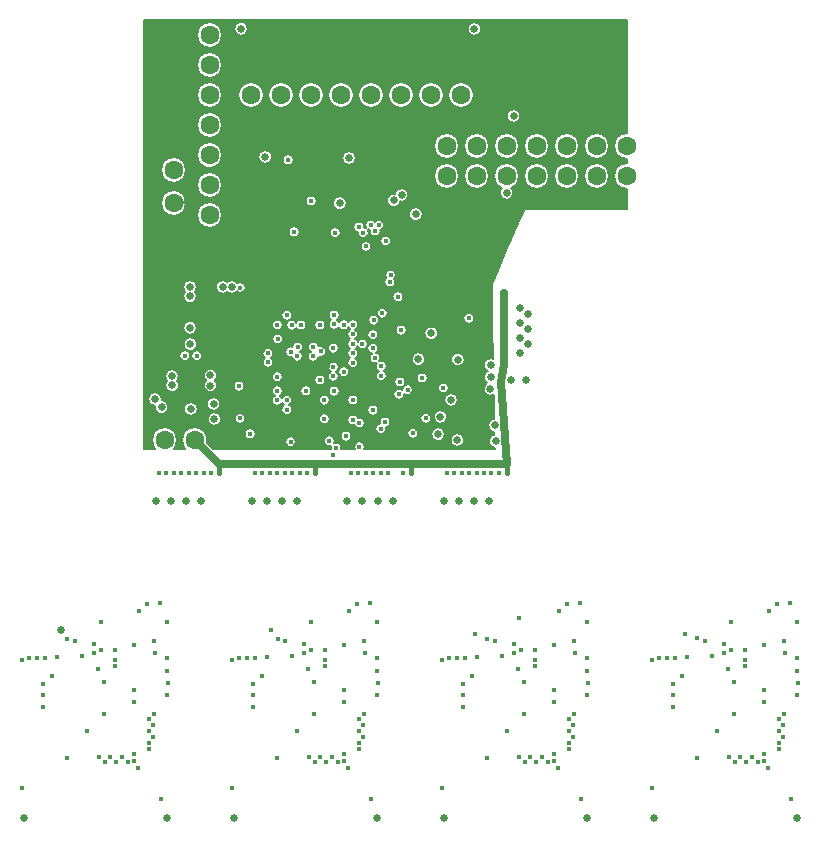
<source format=gbr>
G04 (created by PCBNEW-RS274X (2010-03-14)-final) date Thu 20 Jan 2011 12:09:16 PM EST*
G01*
G70*
G90*
%MOIN*%
G04 Gerber Fmt 3.4, Leading zero omitted, Abs format*
%FSLAX34Y34*%
G04 APERTURE LIST*
%ADD10C,0.001000*%
%ADD11C,0.063000*%
%ADD12C,0.016000*%
%ADD13C,0.025000*%
%ADD14C,0.010000*%
%ADD15C,0.015000*%
%ADD16C,0.025000*%
%ADD17C,0.005000*%
G04 APERTURE END LIST*
G54D10*
G54D11*
X22300Y10700D03*
X23300Y10700D03*
X23800Y24200D03*
X23800Y23200D03*
X23800Y22200D03*
X23800Y21200D03*
X23800Y20200D03*
X23800Y19200D03*
X23800Y18200D03*
X37700Y20500D03*
X37700Y19500D03*
X36700Y20500D03*
X36700Y19500D03*
X35700Y20500D03*
X35700Y19500D03*
X34700Y20500D03*
X34700Y19500D03*
X33700Y20500D03*
X33700Y19500D03*
X32700Y20500D03*
X32700Y19500D03*
X31700Y20500D03*
X31700Y19500D03*
X25190Y22210D03*
X26190Y22210D03*
X27190Y22210D03*
X28190Y22210D03*
X32190Y22210D03*
X31190Y22210D03*
X30190Y22210D03*
X29190Y22210D03*
X22600Y19700D03*
X22600Y18600D03*
G54D12*
X28571Y14226D03*
X28017Y10429D03*
X26308Y04007D03*
X26810Y09596D03*
X27168Y04643D03*
X28267Y12986D03*
X27922Y10221D03*
X41168Y04643D03*
X40308Y04007D03*
X33192Y09604D03*
X20168Y04643D03*
X29241Y13757D03*
X28893Y13902D03*
X29506Y11082D03*
X29522Y13174D03*
X29562Y14927D03*
X26424Y20046D03*
X29832Y16198D03*
X27987Y17620D03*
X30399Y12382D03*
X28927Y17617D03*
X30107Y12224D03*
X28776Y17806D03*
X29647Y11305D03*
X30077Y15478D03*
X29013Y17155D03*
X28575Y12037D03*
X31004Y11423D03*
X29319Y17680D03*
X29239Y11699D03*
X29169Y17869D03*
X26368Y12026D03*
X30140Y12639D03*
X29313Y13441D03*
X29267Y14701D03*
X29669Y17340D03*
G54D13*
X23500Y08676D03*
X26700Y08676D03*
X29904Y08668D03*
X33100Y08676D03*
G54D12*
X26623Y17647D03*
X29806Y15979D03*
X32444Y14757D03*
X28574Y13912D03*
X29240Y14216D03*
G54D13*
X33701Y18949D03*
G54D12*
X28574Y13589D03*
G54D13*
X29938Y18692D03*
X26204Y08672D03*
X29429Y08675D03*
X32604Y08672D03*
X23000Y08675D03*
G54D12*
X28575Y14550D03*
X27795Y10679D03*
G54D13*
X30200Y18876D03*
G54D12*
X19308Y04007D03*
X23599Y09608D03*
X20106Y00144D03*
X20303Y-00018D03*
X20495Y00138D03*
X20692Y-00014D03*
X20882Y00146D03*
X21083Y-00014D03*
X21431Y-00243D03*
X21291Y00018D03*
X21291Y00239D03*
X21786Y00397D03*
X21928Y00814D03*
X21785Y01007D03*
X21928Y01200D03*
X21783Y01397D03*
X21932Y01588D03*
X23352Y09610D03*
X19059Y04076D03*
X20637Y03386D03*
X21933Y04016D03*
X21453Y04989D03*
X22845Y09607D03*
G54D13*
X18858Y04355D03*
G54D12*
X22599Y09610D03*
X20296Y02623D03*
X18302Y03446D03*
X22102Y09607D03*
X20097Y03067D03*
X17798Y03451D03*
X27106Y00144D03*
X27303Y-00018D03*
X27495Y00138D03*
X27692Y-00014D03*
X27882Y00146D03*
X28083Y-00014D03*
X28431Y-00243D03*
X28291Y00018D03*
X28291Y00239D03*
X28786Y00397D03*
X21783Y00609D03*
X28783Y00609D03*
X28928Y00814D03*
X28785Y01007D03*
X28928Y01200D03*
X28783Y01397D03*
X28932Y01588D03*
X26552Y09610D03*
X26072Y04067D03*
X28453Y04989D03*
X28933Y04016D03*
X27637Y03386D03*
X26045Y09607D03*
X25858Y04355D03*
X25302Y03446D03*
X27296Y02623D03*
X25799Y09610D03*
X24798Y03451D03*
X27097Y03067D03*
X25302Y09607D03*
X34106Y00144D03*
X34303Y-00018D03*
X34495Y00138D03*
X34692Y-00014D03*
X34882Y00146D03*
X35083Y-00014D03*
X35431Y-00243D03*
X35291Y00018D03*
X35291Y00239D03*
X35786Y00397D03*
X35783Y00609D03*
X35928Y00814D03*
X35785Y01007D03*
X35928Y01200D03*
X35783Y01397D03*
X35932Y01588D03*
X28347Y10830D03*
G54D13*
X22500Y08668D03*
X25700Y08668D03*
X28887Y08666D03*
X32100Y08668D03*
G54D12*
X29752Y09610D03*
X33048Y04059D03*
X35453Y04989D03*
X35933Y04016D03*
X34637Y03386D03*
X29245Y09607D03*
X32650Y04239D03*
X28571Y13285D03*
X28798Y10483D03*
X33308Y04007D03*
X34107Y04765D03*
X32302Y03446D03*
X34296Y02623D03*
X28999Y09610D03*
X31798Y03451D03*
X34097Y03067D03*
X28502Y09607D03*
X41106Y00144D03*
X41303Y-00018D03*
X41495Y00138D03*
X41692Y-00014D03*
X41882Y00146D03*
X42083Y-00014D03*
X42431Y-00243D03*
X42291Y00018D03*
X42291Y00239D03*
X42786Y00397D03*
X42783Y00609D03*
X42928Y00814D03*
X42785Y01007D03*
X42928Y01200D03*
X42783Y01397D03*
X42932Y01588D03*
X28793Y11269D03*
X30569Y10923D03*
X29435Y17859D03*
G54D13*
X22000Y08668D03*
X25200Y08668D03*
X28398Y08672D03*
X31600Y08668D03*
G54D12*
X32952Y09610D03*
X40056Y04094D03*
X42453Y04989D03*
X42933Y04016D03*
X41637Y03386D03*
X32445Y09607D03*
X39650Y04239D03*
X39302Y03446D03*
X41296Y02623D03*
X32199Y09610D03*
X38798Y03451D03*
X41097Y03067D03*
X31702Y09607D03*
G54D13*
X34347Y12721D03*
X33841Y12721D03*
X33318Y11190D03*
X33164Y12401D03*
X31419Y10896D03*
X33171Y12797D03*
X33169Y13204D03*
X32059Y10699D03*
X33332Y10667D03*
G54D12*
X31596Y12439D03*
G54D13*
X31494Y11476D03*
X31853Y12042D03*
X32075Y13388D03*
X30760Y13396D03*
X23154Y14447D03*
X23159Y13895D03*
X23145Y15803D03*
X23830Y12858D03*
X22543Y12834D03*
X23830Y12519D03*
X23934Y11907D03*
X23960Y11399D03*
G54D12*
X25156Y10910D03*
X26499Y10654D03*
X26500Y13644D03*
X26735Y13803D03*
X26728Y13501D03*
X27261Y13803D03*
X27501Y13655D03*
X27258Y13492D03*
X30889Y12774D03*
G54D13*
X31190Y14261D03*
X22202Y11796D03*
X21976Y12067D03*
X22557Y12527D03*
G54D12*
X27955Y12329D03*
X23103Y09610D03*
X23849Y09593D03*
G54D13*
X32627Y24408D03*
X24854Y24415D03*
G54D12*
X26844Y14536D03*
X27472Y14541D03*
X26064Y14538D03*
X26375Y14858D03*
X25744Y13591D03*
X25747Y13294D03*
X26062Y12344D03*
X26057Y12022D03*
X26375Y11716D03*
X24813Y11422D03*
X27005Y12345D03*
X27926Y13132D03*
X27926Y13765D03*
X28272Y14545D03*
X27956Y14862D03*
X24823Y15788D03*
X27626Y12029D03*
X27627Y11409D03*
X28575Y11374D03*
X21276Y02380D03*
X21276Y01985D03*
X22391Y02194D03*
X22403Y02607D03*
X22391Y03008D03*
X19551Y03502D03*
X18707Y03465D03*
X21269Y03875D03*
X20648Y03166D03*
X20637Y03696D03*
X20172Y03696D03*
X22379Y03429D03*
X21987Y03594D03*
X22160Y05275D03*
X22387Y04651D03*
X18240Y01791D03*
X18243Y02191D03*
X18245Y02576D03*
X18545Y02845D03*
X18052Y03449D03*
X20276Y01575D03*
X19705Y00999D03*
X22348Y09611D03*
G54D13*
X22367Y-01901D03*
X17599Y-01896D03*
X24599Y-01896D03*
X29367Y-01901D03*
G54D12*
X25548Y09611D03*
X26705Y00999D03*
X27276Y01575D03*
X25052Y03449D03*
X25545Y02845D03*
X25245Y02576D03*
X25243Y02191D03*
X25240Y01791D03*
X29387Y04651D03*
X29160Y05275D03*
X28987Y03594D03*
X29379Y03429D03*
X27172Y03696D03*
X27637Y03696D03*
X27643Y03163D03*
X28269Y03875D03*
X25707Y03465D03*
X26551Y03502D03*
X29391Y03008D03*
X29403Y02607D03*
X29391Y02194D03*
X28276Y01985D03*
X28276Y02380D03*
X27049Y09593D03*
X26303Y09610D03*
G54D13*
X31599Y-01896D03*
X36367Y-01901D03*
G54D12*
X28748Y09611D03*
X33705Y00999D03*
X34276Y01575D03*
X32052Y03449D03*
X32545Y02845D03*
X32245Y02576D03*
X32243Y02191D03*
X32240Y01791D03*
X36387Y04651D03*
X36160Y05275D03*
X35987Y03594D03*
X36379Y03429D03*
X34172Y03696D03*
X34637Y03696D03*
X34643Y03157D03*
X35269Y03875D03*
X32707Y03465D03*
X33551Y03502D03*
X36391Y03008D03*
X36403Y02607D03*
X36391Y02194D03*
X35276Y01985D03*
X35276Y02380D03*
X30249Y09593D03*
X29503Y09610D03*
G54D13*
X38599Y-01896D03*
X43367Y-01901D03*
G54D12*
X31948Y09611D03*
X40705Y00999D03*
X41276Y01575D03*
X39052Y03449D03*
X39545Y02845D03*
X39245Y02576D03*
X39243Y02191D03*
X39240Y01791D03*
X43387Y04651D03*
X43160Y05275D03*
X42987Y03594D03*
X43379Y03429D03*
X41172Y03696D03*
X41637Y03696D03*
X41659Y03171D03*
X42269Y03875D03*
X39707Y03465D03*
X40551Y03502D03*
X43391Y03008D03*
X43403Y02607D03*
X43391Y02194D03*
X42276Y01985D03*
X42276Y02380D03*
X33449Y09593D03*
X32703Y09610D03*
G54D13*
X23145Y15803D03*
X23147Y15495D03*
X28445Y20106D03*
X30672Y18231D03*
X28139Y18598D03*
X25658Y20143D03*
X33936Y21504D03*
X34409Y13903D03*
X34406Y14391D03*
X34406Y14901D03*
G54D12*
X29526Y12851D03*
X24779Y12501D03*
X30189Y14362D03*
X27190Y18670D03*
G54D13*
X34156Y15108D03*
X34161Y14612D03*
X34156Y14107D03*
X34152Y13595D03*
G54D12*
X17558Y-00879D03*
X19061Y00117D03*
X26061Y00117D03*
X22174Y-01268D03*
X31558Y-00879D03*
X33061Y00117D03*
X36174Y-01268D03*
X40061Y00117D03*
X38558Y-00879D03*
X43174Y-01268D03*
X24547Y-00884D03*
X29174Y-01268D03*
X27475Y12705D03*
X27926Y12823D03*
X27951Y14557D03*
X26533Y14532D03*
X26071Y14073D03*
X26063Y12818D03*
G54D13*
X24241Y15810D03*
X24534Y15810D03*
G54D12*
X27163Y14535D03*
X25740Y14560D03*
X25739Y13902D03*
X25739Y12954D03*
X25741Y12345D03*
X26682Y12345D03*
X27631Y12354D03*
X28260Y15486D03*
X29216Y15828D03*
X29186Y11394D03*
X26679Y12024D03*
G54D13*
X29800Y15454D03*
X31190Y14748D03*
X32428Y15745D03*
X29748Y13441D03*
G54D12*
X27933Y13445D03*
X27928Y14074D03*
G54D13*
X36397Y21519D03*
X27534Y18618D03*
X28090Y20110D03*
G54D12*
X27314Y12013D03*
G54D13*
X22010Y15796D03*
X21794Y15607D03*
X21794Y15294D03*
X33132Y13592D03*
G54D12*
X22973Y13520D03*
X23368Y13516D03*
G54D13*
X23175Y11739D03*
G54D12*
X21714Y05251D03*
X19935Y03612D03*
X19939Y03911D03*
X17546Y03370D03*
X24099Y09594D03*
X27299Y09594D03*
X24546Y03370D03*
X26939Y03911D03*
X26935Y03612D03*
X28714Y05251D03*
X30499Y09594D03*
X31546Y03370D03*
X33939Y03911D03*
X33935Y03612D03*
X35714Y05251D03*
X33699Y09594D03*
X38546Y03370D03*
X40939Y03911D03*
X40935Y03612D03*
X42714Y05251D03*
G54D13*
X33601Y13205D03*
X33601Y15597D03*
G54D14*
X25739Y13902D02*
X25740Y14560D01*
X25739Y13902D02*
X26143Y13867D01*
X26143Y13867D02*
X26687Y14041D01*
X26687Y14041D02*
X27070Y14258D01*
X27070Y14258D02*
X27163Y14535D01*
X27070Y14258D02*
X27928Y14074D01*
X27933Y13445D02*
X28130Y13665D01*
X28130Y13665D02*
X28144Y13951D01*
X28144Y13951D02*
X27928Y14074D01*
X27163Y14535D02*
X27677Y15415D01*
X27677Y15415D02*
X28260Y15486D01*
X28260Y15486D02*
X29216Y15828D01*
X29216Y15828D02*
X29800Y15454D01*
X29800Y15454D02*
X30737Y14750D01*
X30737Y14750D02*
X31190Y14748D01*
X31190Y14748D02*
X32428Y15745D01*
X29748Y13441D02*
X30737Y14750D01*
X29186Y11394D02*
X29503Y11546D01*
X29503Y11546D02*
X29747Y12940D01*
X29747Y12940D02*
X29748Y13441D01*
X29186Y11394D02*
X28932Y11016D01*
X28932Y11016D02*
X28353Y11100D01*
X28353Y11100D02*
X27475Y11197D01*
X27475Y11197D02*
X27303Y11700D01*
X27303Y11700D02*
X27314Y12013D01*
X27314Y12013D02*
X26679Y12024D01*
X26679Y12024D02*
X26682Y12345D01*
X26682Y12345D02*
X26255Y13254D01*
X26255Y13254D02*
X26143Y13867D01*
X25739Y13902D02*
X25423Y13503D01*
X25423Y13503D02*
X25467Y13163D01*
X25467Y13163D02*
X25739Y12954D01*
X25739Y12954D02*
X25741Y12345D01*
X29216Y15828D02*
X28293Y17994D01*
X27534Y18618D02*
X28293Y17994D01*
X27534Y18618D02*
X28090Y20110D01*
X28090Y20110D02*
X28296Y20756D01*
X33210Y21836D02*
X36397Y21519D01*
X25740Y14560D02*
X22500Y15100D01*
X22500Y15100D02*
X22010Y15796D01*
X28296Y20756D02*
X33210Y21836D01*
X27534Y18618D02*
X26984Y18324D01*
X26984Y18324D02*
X24083Y18705D01*
X24083Y18705D02*
X22600Y18600D01*
X27631Y12354D02*
X27730Y12926D01*
X27730Y12926D02*
X27754Y13327D01*
X27754Y13327D02*
X27933Y13445D01*
X27631Y12354D02*
X27314Y12013D01*
X31190Y14748D02*
X32559Y13997D01*
X32559Y13997D02*
X33132Y13592D01*
G54D15*
X23300Y10700D02*
X24100Y09900D01*
X24100Y09900D02*
X24099Y09594D01*
X24100Y09900D02*
X27300Y09900D01*
X27300Y09900D02*
X27299Y09594D01*
X27300Y09900D02*
X30500Y09900D01*
X30500Y09900D02*
X30499Y09594D01*
X30500Y09900D02*
X33700Y09900D01*
X33700Y09900D02*
X33699Y09594D01*
G54D16*
X23300Y10700D02*
X24100Y09900D01*
X24100Y09900D02*
X33700Y09900D01*
X33700Y09900D02*
X33633Y10759D01*
X33633Y10759D02*
X33616Y11261D01*
X33616Y11261D02*
X33511Y12623D01*
X33511Y12623D02*
X33601Y13205D01*
X33601Y13205D02*
X33601Y15597D01*
G54D10*
G36*
X37276Y21572D02*
X37700Y22466D01*
X37700Y21572D01*
X37276Y21572D01*
X37276Y21572D01*
G37*
G54D17*
X37276Y21572D02*
X37700Y22466D01*
X37700Y21572D01*
X37276Y21572D01*
G54D10*
G36*
X37276Y23359D02*
X37700Y24253D01*
X37700Y23359D01*
X37276Y23359D01*
X37276Y23359D01*
G37*
G54D17*
X37276Y23359D02*
X37700Y24253D01*
X37700Y23359D01*
X37276Y23359D01*
G54D10*
G36*
X37276Y18891D02*
X37700Y19071D01*
X37700Y18400D01*
X37276Y18891D01*
X37276Y18891D01*
G37*
G54D17*
X37276Y18891D02*
X37700Y19071D01*
X37700Y18400D01*
X37276Y18891D01*
G54D10*
G36*
X37700Y20929D02*
X37536Y20896D01*
X37700Y21572D01*
X37700Y20929D01*
X37700Y20929D01*
G37*
G54D17*
X37700Y20929D02*
X37536Y20896D01*
X37700Y21572D01*
X37700Y20929D01*
G54D10*
G36*
X37276Y22466D02*
X37700Y22466D01*
X37276Y21572D01*
X37276Y22466D01*
X37276Y22466D01*
G37*
G54D17*
X37276Y22466D02*
X37700Y22466D01*
X37276Y21572D01*
X37276Y22466D01*
G54D10*
G36*
X37276Y21572D02*
X36429Y21572D01*
X37276Y22466D01*
X37276Y21572D01*
X37276Y21572D01*
G37*
G54D17*
X37276Y21572D02*
X36429Y21572D01*
X37276Y22466D01*
X37276Y21572D01*
G54D10*
G36*
X37700Y23359D02*
X37700Y22913D01*
X37276Y23359D01*
X37700Y23359D01*
X37700Y23359D01*
G37*
G54D17*
X37700Y23359D02*
X37700Y22913D01*
X37276Y23359D01*
X37700Y23359D01*
G54D10*
G36*
X37276Y22466D02*
X36429Y22466D01*
X37276Y23359D01*
X37276Y22466D01*
X37276Y22466D01*
G37*
G54D17*
X37276Y22466D02*
X36429Y22466D01*
X37276Y23359D01*
X37276Y22466D01*
G54D10*
G36*
X37276Y24253D02*
X37700Y24253D01*
X37276Y23359D01*
X37276Y24253D01*
X37276Y24253D01*
G37*
G54D17*
X37276Y24253D02*
X37700Y24253D01*
X37276Y23359D01*
X37276Y24253D01*
G54D10*
G36*
X37276Y23359D02*
X36429Y23359D01*
X37276Y24253D01*
X37276Y23359D01*
X37276Y23359D01*
G37*
G54D17*
X37276Y23359D02*
X36429Y23359D01*
X37276Y24253D01*
X37276Y23359D01*
G54D10*
G36*
X37276Y24253D02*
X36429Y24253D01*
X37276Y24700D01*
X37276Y24253D01*
X37276Y24253D01*
G37*
G54D17*
X37276Y24253D02*
X36429Y24253D01*
X37276Y24700D01*
X37276Y24253D01*
G54D10*
G36*
X37276Y18400D02*
X36429Y18400D01*
X36700Y19071D01*
X37276Y18400D01*
X37276Y18400D01*
G37*
G54D17*
X37276Y18400D02*
X36429Y18400D01*
X36700Y19071D01*
X37276Y18400D01*
G54D10*
G36*
X37276Y19784D02*
X37397Y20197D01*
X37397Y19803D01*
X37276Y19784D01*
X37276Y19784D01*
G37*
G54D17*
X37276Y19784D02*
X37397Y20197D01*
X37397Y19803D01*
X37276Y19784D01*
G54D10*
G36*
X37276Y20678D02*
X37129Y20500D01*
X37096Y20664D01*
X37276Y20678D01*
X37276Y20678D01*
G37*
G54D17*
X37276Y20678D02*
X37129Y20500D01*
X37096Y20664D01*
X37276Y20678D01*
G54D10*
G36*
X37276Y22466D02*
X36429Y21572D01*
X36429Y22466D01*
X37276Y22466D01*
X37276Y22466D01*
G37*
G54D17*
X37276Y22466D02*
X36429Y21572D01*
X36429Y22466D01*
X37276Y22466D01*
G54D10*
G36*
X36429Y21572D02*
X35582Y21572D01*
X36429Y22466D01*
X36429Y21572D01*
X36429Y21572D01*
G37*
G54D17*
X36429Y21572D02*
X35582Y21572D01*
X36429Y22466D01*
X36429Y21572D01*
G54D10*
G36*
X37276Y23359D02*
X36429Y22466D01*
X36429Y23359D01*
X37276Y23359D01*
X37276Y23359D01*
G37*
G54D17*
X37276Y23359D02*
X36429Y22466D01*
X36429Y23359D01*
X37276Y23359D01*
G54D10*
G36*
X36429Y22466D02*
X35582Y22466D01*
X36429Y23359D01*
X36429Y22466D01*
X36429Y22466D01*
G37*
G54D17*
X36429Y22466D02*
X35582Y22466D01*
X36429Y23359D01*
X36429Y22466D01*
G54D10*
G36*
X37276Y24253D02*
X36429Y23359D01*
X36429Y24253D01*
X37276Y24253D01*
X37276Y24253D01*
G37*
G54D17*
X37276Y24253D02*
X36429Y23359D01*
X36429Y24253D01*
X37276Y24253D01*
G54D10*
G36*
X36429Y23359D02*
X35582Y23359D01*
X36429Y24253D01*
X36429Y23359D01*
X36429Y23359D01*
G37*
G54D17*
X36429Y23359D02*
X35582Y23359D01*
X36429Y24253D01*
X36429Y23359D01*
G54D10*
G36*
X36429Y24700D02*
X36429Y24253D01*
X36005Y24700D01*
X36429Y24700D01*
X36429Y24700D01*
G37*
G54D17*
X36429Y24700D02*
X36429Y24253D01*
X36005Y24700D01*
X36429Y24700D01*
G54D10*
G36*
X36429Y22466D02*
X35582Y21572D01*
X35582Y22466D01*
X36429Y22466D01*
X36429Y22466D01*
G37*
G54D17*
X36429Y22466D02*
X35582Y21572D01*
X35582Y22466D01*
X36429Y22466D01*
G54D10*
G36*
X35582Y21572D02*
X34734Y21572D01*
X35582Y22466D01*
X35582Y21572D01*
X35582Y21572D01*
G37*
G54D17*
X35582Y21572D02*
X34734Y21572D01*
X35582Y22466D01*
X35582Y21572D01*
G54D10*
G36*
X36429Y23359D02*
X35582Y22466D01*
X35582Y23359D01*
X36429Y23359D01*
X36429Y23359D01*
G37*
G54D17*
X36429Y23359D02*
X35582Y22466D01*
X35582Y23359D01*
X36429Y23359D01*
G54D10*
G36*
X35582Y22466D02*
X34734Y22466D01*
X35582Y23359D01*
X35582Y22466D01*
X35582Y22466D01*
G37*
G54D17*
X35582Y22466D02*
X34734Y22466D01*
X35582Y23359D01*
X35582Y22466D01*
G54D10*
G36*
X36429Y24253D02*
X35582Y23359D01*
X35582Y24253D01*
X36429Y24253D01*
X36429Y24253D01*
G37*
G54D17*
X36429Y24253D02*
X35582Y23359D01*
X35582Y24253D01*
X36429Y24253D01*
G54D10*
G36*
X35582Y23359D02*
X34734Y23359D01*
X35582Y24253D01*
X35582Y23359D01*
X35582Y23359D01*
G37*
G54D17*
X35582Y23359D02*
X34734Y23359D01*
X35582Y24253D01*
X35582Y23359D01*
G54D10*
G36*
X33887Y24253D02*
X34311Y24700D01*
X34734Y24253D01*
X33887Y24253D01*
X33887Y24253D01*
G37*
G54D17*
X33887Y24253D02*
X34311Y24700D01*
X34734Y24253D01*
X33887Y24253D01*
G54D10*
G36*
X35582Y18891D02*
X35864Y19104D01*
X35964Y18400D01*
X35582Y18891D01*
X35582Y18891D01*
G37*
G54D17*
X35582Y18891D02*
X35864Y19104D01*
X35964Y18400D01*
X35582Y18891D01*
G54D10*
G36*
X35582Y22466D02*
X34734Y21572D01*
X34734Y22466D01*
X35582Y22466D01*
X35582Y22466D01*
G37*
G54D17*
X35582Y22466D02*
X34734Y21572D01*
X34734Y22466D01*
X35582Y22466D01*
G54D10*
G36*
X35582Y23359D02*
X34734Y22466D01*
X34734Y23359D01*
X35582Y23359D01*
X35582Y23359D01*
G37*
G54D17*
X35582Y23359D02*
X34734Y22466D01*
X34734Y23359D01*
X35582Y23359D01*
G54D10*
G36*
X34734Y22466D02*
X33887Y22466D01*
X34734Y23359D01*
X34734Y22466D01*
X34734Y22466D01*
G37*
G54D17*
X34734Y22466D02*
X33887Y22466D01*
X34734Y23359D01*
X34734Y22466D01*
G54D10*
G36*
X35582Y24253D02*
X34734Y23359D01*
X34734Y24253D01*
X35582Y24253D01*
X35582Y24253D01*
G37*
G54D17*
X35582Y24253D02*
X34734Y23359D01*
X34734Y24253D01*
X35582Y24253D01*
G54D10*
G36*
X34734Y23359D02*
X33887Y23359D01*
X34734Y24253D01*
X34734Y23359D01*
X34734Y23359D01*
G37*
G54D17*
X34734Y23359D02*
X33887Y23359D01*
X34734Y24253D01*
X34734Y23359D01*
G54D10*
G36*
X33039Y17103D02*
X33729Y17103D01*
X33336Y16209D01*
X33039Y17103D01*
X33039Y17103D01*
G37*
G54D17*
X33039Y17103D02*
X33729Y17103D01*
X33336Y16209D01*
X33039Y17103D01*
G54D10*
G36*
X33098Y10400D02*
X32517Y10400D01*
X33122Y10580D01*
X33098Y10400D01*
X33098Y10400D01*
G37*
G54D17*
X33098Y10400D02*
X32517Y10400D01*
X33122Y10580D01*
X33098Y10400D01*
G54D10*
G36*
X33244Y13469D02*
X33039Y13528D01*
X33227Y14422D01*
X33244Y13469D01*
X33244Y13469D01*
G37*
G54D17*
X33244Y13469D02*
X33039Y13528D01*
X33227Y14422D01*
X33244Y13469D01*
G54D10*
G36*
X33039Y15316D02*
X33211Y15316D01*
X33039Y14422D01*
X33039Y15316D01*
X33039Y15316D01*
G37*
G54D17*
X33039Y15316D02*
X33211Y15316D01*
X33039Y14422D01*
X33039Y15316D01*
G54D10*
G36*
X33039Y15316D02*
X32192Y15316D01*
X33200Y15900D01*
X33039Y15316D01*
X33039Y15316D01*
G37*
G54D17*
X33039Y15316D02*
X32192Y15316D01*
X33200Y15900D01*
X33039Y15316D01*
G54D10*
G36*
X33887Y17997D02*
X34123Y17997D01*
X33887Y17461D01*
X33887Y17997D01*
X33887Y17997D01*
G37*
G54D17*
X33887Y17997D02*
X34123Y17997D01*
X33887Y17461D01*
X33887Y17997D01*
G54D10*
G36*
X33911Y18862D02*
X34536Y19104D01*
X34300Y18400D01*
X33911Y18862D01*
X33911Y18862D01*
G37*
G54D17*
X33911Y18862D02*
X34536Y19104D01*
X34300Y18400D01*
X33911Y18862D01*
G54D10*
G36*
X33039Y17997D02*
X33614Y18739D01*
X33887Y17997D01*
X33039Y17997D01*
X33039Y17997D01*
G37*
G54D17*
X33039Y17997D02*
X33614Y18739D01*
X33887Y17997D01*
X33039Y17997D01*
G54D10*
G36*
X34734Y23359D02*
X33887Y22466D01*
X33887Y23359D01*
X34734Y23359D01*
X34734Y23359D01*
G37*
G54D17*
X34734Y23359D02*
X33887Y22466D01*
X33887Y23359D01*
X34734Y23359D01*
G54D10*
G36*
X33887Y22466D02*
X33039Y22466D01*
X33887Y23359D01*
X33887Y22466D01*
X33887Y22466D01*
G37*
G54D17*
X33887Y22466D02*
X33039Y22466D01*
X33887Y23359D01*
X33887Y22466D01*
G54D10*
G36*
X34734Y24253D02*
X33887Y23359D01*
X33887Y24253D01*
X34734Y24253D01*
X34734Y24253D01*
G37*
G54D17*
X34734Y24253D02*
X33887Y23359D01*
X33887Y24253D01*
X34734Y24253D01*
G54D10*
G36*
X33887Y23359D02*
X33039Y23359D01*
X33887Y24253D01*
X33887Y23359D01*
X33887Y23359D01*
G37*
G54D17*
X33887Y23359D02*
X33039Y23359D01*
X33887Y24253D01*
X33887Y23359D01*
G54D10*
G36*
X33039Y17103D02*
X32192Y16209D01*
X32192Y17103D01*
X33039Y17103D01*
X33039Y17103D01*
G37*
G54D17*
X33039Y17103D02*
X32192Y16209D01*
X32192Y17103D01*
X33039Y17103D01*
G54D10*
G36*
X33280Y11517D02*
X33039Y11741D01*
X33269Y12098D01*
X33280Y11517D01*
X33280Y11517D01*
G37*
G54D17*
X33280Y11517D02*
X33039Y11741D01*
X33269Y12098D01*
X33280Y11517D01*
G54D10*
G36*
X33039Y14422D02*
X33211Y15316D01*
X33227Y14422D01*
X33039Y14422D01*
X33039Y14422D01*
G37*
G54D17*
X33039Y14422D02*
X33211Y15316D01*
X33227Y14422D01*
X33039Y14422D01*
G54D10*
G36*
X33039Y15316D02*
X33200Y15900D01*
X33211Y15316D01*
X33039Y15316D01*
X33039Y15316D01*
G37*
G54D17*
X33039Y15316D02*
X33200Y15900D01*
X33211Y15316D01*
X33039Y15316D01*
G54D10*
G36*
X32162Y13598D02*
X32192Y14422D01*
X32236Y13549D01*
X32162Y13598D01*
X32162Y13598D01*
G37*
G54D17*
X32162Y13598D02*
X32192Y14422D01*
X32236Y13549D01*
X32162Y13598D01*
G54D10*
G36*
X33039Y16209D02*
X33200Y15900D01*
X32192Y16209D01*
X33039Y16209D01*
X33039Y16209D01*
G37*
G54D17*
X33039Y16209D02*
X33200Y15900D01*
X32192Y16209D01*
X33039Y16209D01*
G54D10*
G36*
X33887Y17997D02*
X33887Y17461D01*
X33039Y17997D01*
X33887Y17997D01*
X33887Y17997D01*
G37*
G54D17*
X33887Y17997D02*
X33887Y17461D01*
X33039Y17997D01*
X33887Y17997D01*
G54D10*
G36*
X33039Y17103D02*
X32192Y17103D01*
X33039Y17997D01*
X33039Y17103D01*
X33039Y17103D01*
G37*
G54D17*
X33039Y17103D02*
X32192Y17103D01*
X33039Y17997D01*
X33039Y17103D01*
G54D10*
G36*
X33039Y17997D02*
X32192Y17997D01*
X33039Y18891D01*
X33039Y17997D01*
X33039Y17997D01*
G37*
G54D17*
X33039Y17997D02*
X32192Y17997D01*
X33039Y18891D01*
X33039Y17997D01*
G54D10*
G36*
X33003Y20803D02*
X33039Y21572D01*
X33397Y20803D01*
X33003Y20803D01*
X33003Y20803D01*
G37*
G54D17*
X33003Y20803D02*
X33039Y21572D01*
X33397Y20803D01*
X33003Y20803D01*
G54D10*
G36*
X33887Y22466D02*
X33775Y21665D01*
X33039Y22466D01*
X33887Y22466D01*
X33887Y22466D01*
G37*
G54D17*
X33887Y22466D02*
X33775Y21665D01*
X33039Y22466D01*
X33887Y22466D01*
G54D10*
G36*
X33887Y23359D02*
X33039Y22466D01*
X33039Y23359D01*
X33887Y23359D01*
X33887Y23359D01*
G37*
G54D17*
X33887Y23359D02*
X33039Y22466D01*
X33039Y23359D01*
X33887Y23359D01*
G54D10*
G36*
X33039Y22466D02*
X32619Y22210D01*
X32586Y22374D01*
X33039Y22466D01*
X33039Y22466D01*
G37*
G54D17*
X33039Y22466D02*
X32619Y22210D01*
X32586Y22374D01*
X33039Y22466D01*
G54D10*
G36*
X33887Y24253D02*
X33039Y23359D01*
X33039Y24253D01*
X33887Y24253D01*
X33887Y24253D01*
G37*
G54D17*
X33887Y24253D02*
X33039Y23359D01*
X33039Y24253D01*
X33887Y24253D01*
G54D10*
G36*
X32192Y23359D02*
X32627Y24180D01*
X33039Y23359D01*
X32192Y23359D01*
X32192Y23359D01*
G37*
G54D17*
X32192Y23359D02*
X32627Y24180D01*
X33039Y23359D01*
X32192Y23359D01*
G54D10*
G36*
X33039Y23359D02*
X32714Y24198D01*
X33039Y24253D01*
X33039Y23359D01*
X33039Y23359D01*
G37*
G54D17*
X33039Y23359D02*
X32714Y24198D01*
X33039Y24253D01*
X33039Y23359D01*
G54D10*
G36*
X32192Y17103D02*
X31345Y16209D01*
X31345Y17103D01*
X32192Y17103D01*
X32192Y17103D01*
G37*
G54D17*
X32192Y17103D02*
X31345Y16209D01*
X31345Y17103D01*
X32192Y17103D01*
G54D10*
G36*
X33039Y14422D02*
X33039Y13528D01*
X32236Y13549D01*
X33039Y14422D01*
X33039Y14422D01*
G37*
G54D17*
X33039Y14422D02*
X33039Y13528D01*
X32236Y13549D01*
X33039Y14422D01*
G54D10*
G36*
X33039Y15316D02*
X33039Y14422D01*
X32624Y14757D01*
X33039Y15316D01*
X33039Y15316D01*
G37*
G54D17*
X33039Y15316D02*
X33039Y14422D01*
X32624Y14757D01*
X33039Y15316D01*
G54D10*
G36*
X32192Y15316D02*
X32192Y16209D01*
X33200Y15900D01*
X32192Y15316D01*
X32192Y15316D01*
G37*
G54D17*
X32192Y15316D02*
X32192Y16209D01*
X33200Y15900D01*
X32192Y15316D01*
G54D10*
G36*
X31988Y13598D02*
X31400Y14174D01*
X32192Y14422D01*
X31988Y13598D01*
X31988Y13598D01*
G37*
G54D17*
X31988Y13598D02*
X31400Y14174D01*
X32192Y14422D01*
X31988Y13598D01*
G54D10*
G36*
X33039Y17103D02*
X33039Y16209D01*
X32192Y16209D01*
X33039Y17103D01*
X33039Y17103D01*
G37*
G54D17*
X33039Y17103D02*
X33039Y16209D01*
X32192Y16209D01*
X33039Y17103D01*
G54D10*
G36*
X33039Y15316D02*
X32513Y14923D01*
X32192Y15316D01*
X33039Y15316D01*
X33039Y15316D01*
G37*
G54D17*
X33039Y15316D02*
X32513Y14923D01*
X32192Y15316D01*
X33039Y15316D01*
G54D10*
G36*
X31345Y15316D02*
X31345Y16209D01*
X32192Y16209D01*
X31345Y15316D01*
X31345Y15316D01*
G37*
G54D17*
X31345Y15316D02*
X31345Y16209D01*
X32192Y16209D01*
X31345Y15316D01*
G54D10*
G36*
X33039Y17997D02*
X32192Y17103D01*
X32192Y17997D01*
X33039Y17997D01*
X33039Y17997D01*
G37*
G54D17*
X33039Y17997D02*
X32192Y17103D01*
X32192Y17997D01*
X33039Y17997D01*
G54D10*
G36*
X32192Y17103D02*
X31345Y17103D01*
X32192Y17997D01*
X32192Y17103D01*
X32192Y17103D01*
G37*
G54D17*
X32192Y17103D02*
X31345Y17103D01*
X32192Y17997D01*
X32192Y17103D01*
G54D10*
G36*
X33039Y18891D02*
X32192Y17997D01*
X32192Y18891D01*
X33039Y18891D01*
X33039Y18891D01*
G37*
G54D17*
X33039Y18891D02*
X32192Y17997D01*
X32192Y18891D01*
X33039Y18891D01*
G54D10*
G36*
X32192Y17997D02*
X31345Y17997D01*
X32192Y18891D01*
X32192Y17997D01*
X32192Y17997D01*
G37*
G54D17*
X32192Y17997D02*
X31345Y17997D01*
X32192Y18891D01*
X32192Y17997D01*
G54D10*
G36*
X32304Y19664D02*
X32271Y19500D01*
X32096Y19664D01*
X32304Y19664D01*
X32304Y19664D01*
G37*
G54D17*
X32304Y19664D02*
X32271Y19500D01*
X32096Y19664D01*
X32304Y19664D01*
G54D10*
G36*
X32192Y20678D02*
X32271Y20500D01*
X32129Y20500D01*
X32192Y20678D01*
X32192Y20678D01*
G37*
G54D17*
X32192Y20678D02*
X32271Y20500D01*
X32129Y20500D01*
X32192Y20678D01*
G54D10*
G36*
X33039Y21572D02*
X32700Y20929D01*
X32192Y21572D01*
X33039Y21572D01*
X33039Y21572D01*
G37*
G54D17*
X33039Y21572D02*
X32700Y20929D01*
X32192Y21572D01*
X33039Y21572D01*
G54D10*
G36*
X33039Y21572D02*
X32586Y22046D01*
X33039Y22466D01*
X33039Y21572D01*
X33039Y21572D01*
G37*
G54D17*
X33039Y21572D02*
X32586Y22046D01*
X33039Y22466D01*
X33039Y21572D01*
G54D10*
G36*
X31345Y21572D02*
X32026Y21814D01*
X32192Y21572D01*
X31345Y21572D01*
X31345Y21572D01*
G37*
G54D17*
X31345Y21572D02*
X32026Y21814D01*
X32192Y21572D01*
X31345Y21572D01*
G54D10*
G36*
X32190Y22639D02*
X32192Y23359D01*
X32354Y22606D01*
X32190Y22639D01*
X32190Y22639D01*
G37*
G54D17*
X32190Y22639D02*
X32192Y23359D01*
X32354Y22606D01*
X32190Y22639D01*
G54D10*
G36*
X32192Y23359D02*
X31345Y23359D01*
X32192Y24253D01*
X32192Y23359D01*
X32192Y23359D01*
G37*
G54D17*
X32192Y23359D02*
X31345Y23359D01*
X32192Y24253D01*
X32192Y23359D01*
G54D10*
G36*
X31345Y17103D02*
X30497Y16209D01*
X30497Y17103D01*
X31345Y17103D01*
X31345Y17103D01*
G37*
G54D17*
X31345Y17103D02*
X30497Y16209D01*
X30497Y17103D01*
X31345Y17103D01*
G54D10*
G36*
X30565Y12313D02*
X30889Y12594D01*
X31430Y12370D01*
X30565Y12313D01*
X30565Y12313D01*
G37*
G54D17*
X30565Y12313D02*
X30889Y12594D01*
X31430Y12370D01*
X30565Y12313D01*
G54D10*
G36*
X32192Y12634D02*
X31776Y12439D01*
X31762Y12508D01*
X32192Y12634D01*
X32192Y12634D01*
G37*
G54D17*
X32192Y12634D02*
X31776Y12439D01*
X31762Y12508D01*
X32192Y12634D01*
G54D10*
G36*
X32192Y16209D02*
X32192Y15316D01*
X31345Y15316D01*
X32192Y16209D01*
X32192Y16209D01*
G37*
G54D17*
X32192Y16209D02*
X32192Y15316D01*
X31345Y15316D01*
X32192Y16209D01*
G54D10*
G36*
X32192Y17103D02*
X32192Y16209D01*
X31345Y16209D01*
X32192Y17103D01*
X32192Y17103D01*
G37*
G54D17*
X32192Y17103D02*
X32192Y16209D01*
X31345Y16209D01*
X32192Y17103D01*
G54D10*
G36*
X31345Y15316D02*
X31103Y14471D01*
X30497Y15316D01*
X31345Y15316D01*
X31345Y15316D01*
G37*
G54D17*
X31345Y15316D02*
X31103Y14471D01*
X30497Y15316D01*
X31345Y15316D01*
G54D10*
G36*
X30497Y15316D02*
X30497Y16209D01*
X31345Y16209D01*
X30497Y15316D01*
X30497Y15316D01*
G37*
G54D17*
X30497Y15316D02*
X30497Y16209D01*
X31345Y16209D01*
X30497Y15316D01*
G54D10*
G36*
X32192Y17997D02*
X31345Y17103D01*
X31345Y17997D01*
X32192Y17997D01*
X32192Y17997D01*
G37*
G54D17*
X32192Y17997D02*
X31345Y17103D01*
X31345Y17997D01*
X32192Y17997D01*
G54D10*
G36*
X30497Y17103D02*
X30759Y18021D01*
X31345Y17103D01*
X30497Y17103D01*
X30497Y17103D01*
G37*
G54D17*
X30497Y17103D02*
X30759Y18021D01*
X31345Y17103D01*
X30497Y17103D01*
G54D10*
G36*
X32192Y18891D02*
X31345Y17997D01*
X31345Y18891D01*
X32192Y18891D01*
X32192Y18891D01*
G37*
G54D17*
X32192Y18891D02*
X31345Y17997D01*
X31345Y18891D01*
X32192Y18891D01*
G54D10*
G36*
X31345Y17997D02*
X31345Y17103D01*
X30759Y18021D01*
X31345Y17997D01*
X31345Y17997D01*
G37*
G54D17*
X31345Y17997D02*
X31345Y17103D01*
X30759Y18021D01*
X31345Y17997D01*
G54D10*
G36*
X32397Y20803D02*
X32003Y20803D01*
X32192Y21572D01*
X32397Y20803D01*
X32397Y20803D01*
G37*
G54D17*
X32397Y20803D02*
X32003Y20803D01*
X32192Y21572D01*
X32397Y20803D01*
G54D10*
G36*
X31304Y20664D02*
X30497Y20678D01*
X31397Y20803D01*
X31304Y20664D01*
X31304Y20664D01*
G37*
G54D17*
X31304Y20664D02*
X30497Y20678D01*
X31397Y20803D01*
X31304Y20664D01*
G54D10*
G36*
X31354Y22606D02*
X31345Y23359D01*
X32026Y22606D01*
X31354Y22606D01*
X31354Y22606D01*
G37*
G54D17*
X31354Y22606D02*
X31345Y23359D01*
X32026Y22606D01*
X31354Y22606D01*
G54D10*
G36*
X32192Y24253D02*
X31345Y23359D01*
X31345Y24253D01*
X32192Y24253D01*
X32192Y24253D01*
G37*
G54D17*
X32192Y24253D02*
X31345Y23359D01*
X31345Y24253D01*
X32192Y24253D01*
G54D10*
G36*
X31345Y23359D02*
X30497Y23359D01*
X31345Y24253D01*
X31345Y23359D01*
X31345Y23359D01*
G37*
G54D17*
X31345Y23359D02*
X30497Y23359D01*
X31345Y24253D01*
X31345Y23359D01*
G54D10*
G36*
X31345Y16209D02*
X31345Y15316D01*
X30497Y15316D01*
X31345Y16209D01*
X31345Y16209D01*
G37*
G54D17*
X31345Y16209D02*
X31345Y15316D01*
X30497Y15316D01*
X31345Y16209D01*
G54D10*
G36*
X31345Y17103D02*
X31345Y16209D01*
X30497Y16209D01*
X31345Y17103D01*
X31345Y17103D01*
G37*
G54D17*
X31345Y17103D02*
X31345Y16209D01*
X30497Y16209D01*
X31345Y17103D01*
G54D10*
G36*
X30099Y18531D02*
X30148Y18605D01*
X30462Y18318D01*
X30099Y18531D01*
X30099Y18531D01*
G37*
G54D17*
X30099Y18531D02*
X30148Y18605D01*
X30462Y18318D01*
X30099Y18531D01*
G54D10*
G36*
X30497Y19784D02*
X29650Y19784D01*
X30497Y20678D01*
X30497Y19784D01*
X30497Y19784D01*
G37*
G54D17*
X30497Y19784D02*
X29650Y19784D01*
X30497Y20678D01*
X30497Y19784D01*
G54D10*
G36*
X31345Y21572D02*
X31397Y20803D01*
X30497Y21572D01*
X31345Y21572D01*
X31345Y21572D01*
G37*
G54D17*
X31345Y21572D02*
X31397Y20803D01*
X30497Y21572D01*
X31345Y21572D01*
G54D10*
G36*
X30497Y20678D02*
X29650Y20678D01*
X30497Y21572D01*
X30497Y20678D01*
X30497Y20678D01*
G37*
G54D17*
X30497Y20678D02*
X29650Y20678D01*
X30497Y21572D01*
X30497Y20678D01*
G54D10*
G36*
X31026Y22606D02*
X30887Y22513D01*
X30497Y23359D01*
X31026Y22606D01*
X31026Y22606D01*
G37*
G54D17*
X31026Y22606D02*
X30887Y22513D01*
X30497Y23359D01*
X31026Y22606D01*
G54D10*
G36*
X31345Y24253D02*
X30497Y23359D01*
X30497Y24253D01*
X31345Y24253D01*
X31345Y24253D01*
G37*
G54D17*
X31345Y24253D02*
X30497Y23359D01*
X30497Y24253D01*
X31345Y24253D01*
G54D10*
G36*
X30497Y23359D02*
X29650Y23359D01*
X30497Y24253D01*
X30497Y23359D01*
X30497Y23359D01*
G37*
G54D17*
X30497Y23359D02*
X29650Y23359D01*
X30497Y24253D01*
X30497Y23359D01*
G54D10*
G36*
X29083Y10400D02*
X28985Y10400D01*
X28978Y10483D01*
X29083Y10400D01*
X29083Y10400D01*
G37*
G54D17*
X29083Y10400D02*
X28985Y10400D01*
X28978Y10483D01*
X29083Y10400D01*
G54D10*
G36*
X30497Y12634D02*
X30468Y12548D01*
X30399Y12562D01*
X30497Y12634D01*
X30497Y12634D01*
G37*
G54D17*
X30497Y12634D02*
X30468Y12548D01*
X30399Y12562D01*
X30497Y12634D01*
G54D10*
G36*
X29239Y11879D02*
X29170Y11865D01*
X28741Y12106D01*
X29239Y11879D01*
X29239Y11879D01*
G37*
G54D17*
X29239Y11879D02*
X29170Y11865D01*
X28741Y12106D01*
X29239Y11879D01*
G54D10*
G36*
X29172Y13591D02*
X29209Y13584D01*
X29186Y13568D01*
X29172Y13591D01*
X29172Y13591D01*
G37*
G54D17*
X29172Y13591D02*
X29209Y13584D01*
X29186Y13568D01*
X29172Y13591D01*
G54D10*
G36*
X29650Y16209D02*
X29654Y16207D01*
X29652Y16198D01*
X29650Y16209D01*
X29650Y16209D01*
G37*
G54D17*
X29650Y16209D02*
X29654Y16207D01*
X29652Y16198D01*
X29650Y16209D01*
G54D10*
G36*
X30497Y19784D02*
X31271Y19500D01*
X30361Y19037D01*
X30497Y19784D01*
X30497Y19784D01*
G37*
G54D17*
X30497Y19784D02*
X31271Y19500D01*
X30361Y19037D01*
X30497Y19784D01*
G54D10*
G36*
X29650Y18891D02*
X28803Y18891D01*
X29650Y19784D01*
X29650Y18891D01*
X29650Y18891D01*
G37*
G54D17*
X29650Y18891D02*
X28803Y18891D01*
X29650Y19784D01*
X29650Y18891D01*
G54D10*
G36*
X30497Y20678D02*
X29650Y19784D01*
X29650Y20678D01*
X30497Y20678D01*
X30497Y20678D01*
G37*
G54D17*
X30497Y20678D02*
X29650Y19784D01*
X29650Y20678D01*
X30497Y20678D01*
G54D10*
G36*
X28803Y19784D02*
X28673Y20106D01*
X29650Y19784D01*
X28803Y19784D01*
X28803Y19784D01*
G37*
G54D17*
X28803Y19784D02*
X28673Y20106D01*
X29650Y19784D01*
X28803Y19784D01*
G54D10*
G36*
X30497Y21572D02*
X29650Y20678D01*
X29650Y21572D01*
X30497Y21572D01*
X30497Y21572D01*
G37*
G54D17*
X30497Y21572D02*
X29650Y20678D01*
X29650Y21572D01*
X30497Y21572D01*
G54D10*
G36*
X29650Y20678D02*
X28803Y20678D01*
X29650Y21572D01*
X29650Y20678D01*
X29650Y20678D01*
G37*
G54D17*
X29650Y20678D02*
X28803Y20678D01*
X29650Y21572D01*
X29650Y20678D01*
G54D10*
G36*
X29619Y22210D02*
X29586Y22374D01*
X29794Y22374D01*
X29619Y22210D01*
X29619Y22210D01*
G37*
G54D17*
X29619Y22210D02*
X29586Y22374D01*
X29794Y22374D01*
X29619Y22210D01*
G54D10*
G36*
X30497Y23359D02*
X30190Y22639D01*
X29650Y23359D01*
X30497Y23359D01*
X30497Y23359D01*
G37*
G54D17*
X30497Y23359D02*
X30190Y22639D01*
X29650Y23359D01*
X30497Y23359D01*
G54D10*
G36*
X30497Y24253D02*
X29650Y23359D01*
X29650Y24253D01*
X30497Y24253D01*
X30497Y24253D01*
G37*
G54D17*
X30497Y24253D02*
X29650Y23359D01*
X29650Y24253D01*
X30497Y24253D01*
G54D10*
G36*
X29650Y23359D02*
X28803Y23359D01*
X29650Y24253D01*
X29650Y23359D01*
X29650Y23359D01*
G37*
G54D17*
X29650Y23359D02*
X28803Y23359D01*
X29650Y24253D01*
X29650Y23359D01*
G54D10*
G36*
X28803Y17103D02*
X27955Y16209D01*
X27955Y17103D01*
X28803Y17103D01*
X28803Y17103D01*
G37*
G54D17*
X28803Y17103D02*
X27955Y16209D01*
X27955Y17103D01*
X28803Y17103D01*
G54D10*
G36*
X30824Y11423D02*
X30569Y11103D01*
X30497Y11741D01*
X30824Y11423D01*
X30824Y11423D01*
G37*
G54D17*
X30824Y11423D02*
X30569Y11103D01*
X30497Y11741D01*
X30824Y11423D01*
G54D10*
G36*
X27955Y11741D02*
X28448Y11910D01*
X28448Y11501D01*
X27955Y11741D01*
X27955Y11741D01*
G37*
G54D17*
X27955Y11741D02*
X28448Y11910D01*
X28448Y11501D01*
X27955Y11741D01*
G54D10*
G36*
X29421Y13757D02*
X29407Y13826D01*
X29650Y13528D01*
X29421Y13757D01*
X29421Y13757D01*
G37*
G54D17*
X29421Y13757D02*
X29407Y13826D01*
X29650Y13528D01*
X29421Y13757D01*
G54D10*
G36*
X29705Y16325D02*
X29666Y16267D01*
X29082Y16989D01*
X29705Y16325D01*
X29705Y16325D01*
G37*
G54D17*
X29705Y16325D02*
X29666Y16267D01*
X29082Y16989D01*
X29705Y16325D01*
G54D10*
G36*
X28341Y14711D02*
X28122Y14931D01*
X28506Y14716D01*
X28341Y14711D01*
X28341Y14711D01*
G37*
G54D17*
X28341Y14711D02*
X28122Y14931D01*
X28506Y14716D01*
X28341Y14711D01*
G54D10*
G36*
X27955Y15316D02*
X27955Y16209D01*
X28803Y16209D01*
X27955Y15316D01*
X27955Y15316D01*
G37*
G54D17*
X27955Y15316D02*
X27955Y16209D01*
X28803Y16209D01*
X27955Y15316D01*
G54D10*
G36*
X29489Y17340D02*
X29179Y17224D01*
X29319Y17500D01*
X29489Y17340D01*
X29489Y17340D01*
G37*
G54D17*
X29489Y17340D02*
X29179Y17224D01*
X29319Y17500D01*
X29489Y17340D01*
G54D10*
G36*
X27108Y17103D02*
X27860Y17493D01*
X27955Y17103D01*
X27108Y17103D01*
X27108Y17103D01*
G37*
G54D17*
X27108Y17103D02*
X27860Y17493D01*
X27955Y17103D01*
X27108Y17103D01*
G54D10*
G36*
X29650Y18891D02*
X29711Y18692D01*
X28803Y18891D01*
X29650Y18891D01*
X29650Y18891D01*
G37*
G54D17*
X29650Y18891D02*
X29711Y18692D01*
X28803Y18891D01*
X29650Y18891D01*
G54D10*
G36*
X29650Y19784D02*
X28803Y18891D01*
X28803Y19784D01*
X29650Y19784D01*
X29650Y19784D01*
G37*
G54D17*
X29650Y19784D02*
X28803Y18891D01*
X28803Y19784D01*
X29650Y19784D01*
G54D10*
G36*
X28226Y18808D02*
X28445Y19878D01*
X28803Y18891D01*
X28226Y18808D01*
X28226Y18808D01*
G37*
G54D17*
X28226Y18808D02*
X28445Y19878D01*
X28803Y18891D01*
X28226Y18808D01*
G54D10*
G36*
X29650Y20678D02*
X29650Y19784D01*
X28673Y20106D01*
X29650Y20678D01*
X29650Y20678D01*
G37*
G54D17*
X29650Y20678D02*
X29650Y19784D01*
X28673Y20106D01*
X29650Y20678D01*
G54D10*
G36*
X28803Y19784D02*
X28803Y18891D01*
X28445Y19878D01*
X28803Y19784D01*
X28803Y19784D01*
G37*
G54D17*
X28803Y19784D02*
X28803Y18891D01*
X28445Y19878D01*
X28803Y19784D01*
G54D10*
G36*
X29650Y21572D02*
X28803Y20678D01*
X28803Y21572D01*
X29650Y21572D01*
X29650Y21572D01*
G37*
G54D17*
X29650Y21572D02*
X28803Y20678D01*
X28803Y21572D01*
X29650Y21572D01*
G54D10*
G36*
X28803Y20678D02*
X27955Y20678D01*
X28803Y21572D01*
X28803Y20678D01*
X28803Y20678D01*
G37*
G54D17*
X28803Y20678D02*
X27955Y20678D01*
X28803Y21572D01*
X28803Y20678D01*
G54D10*
G36*
X28803Y21572D02*
X27955Y21572D01*
X28354Y21814D01*
X28803Y21572D01*
X28803Y21572D01*
G37*
G54D17*
X28803Y21572D02*
X27955Y21572D01*
X28354Y21814D01*
X28803Y21572D01*
G54D10*
G36*
X29650Y23359D02*
X29190Y22639D01*
X28803Y23359D01*
X29650Y23359D01*
X29650Y23359D01*
G37*
G54D17*
X29650Y23359D02*
X29190Y22639D01*
X28803Y23359D01*
X29650Y23359D01*
G54D10*
G36*
X29650Y24253D02*
X28803Y23359D01*
X28803Y24253D01*
X29650Y24253D01*
X29650Y24253D01*
G37*
G54D17*
X29650Y24253D02*
X28803Y23359D01*
X28803Y24253D01*
X29650Y24253D01*
G54D10*
G36*
X28803Y23359D02*
X27955Y23359D01*
X28803Y24253D01*
X28803Y23359D01*
X28803Y23359D01*
G37*
G54D17*
X28803Y23359D02*
X27955Y23359D01*
X28803Y24253D01*
X28803Y23359D01*
G54D10*
G36*
X27955Y24253D02*
X28379Y24700D01*
X28803Y24253D01*
X27955Y24253D01*
X27955Y24253D01*
G37*
G54D17*
X27955Y24253D02*
X28379Y24700D01*
X28803Y24253D01*
X27955Y24253D01*
G54D10*
G36*
X27955Y17103D02*
X27108Y16209D01*
X27108Y17103D01*
X27955Y17103D01*
X27955Y17103D01*
G37*
G54D17*
X27955Y17103D02*
X27108Y16209D01*
X27108Y17103D01*
X27955Y17103D01*
G54D10*
G36*
X28741Y12106D02*
X28803Y12634D01*
X29239Y11879D01*
X28741Y12106D01*
X28741Y12106D01*
G37*
G54D17*
X28741Y12106D02*
X28803Y12634D01*
X29239Y11879D01*
X28741Y12106D01*
G54D10*
G36*
X28737Y13354D02*
X29147Y13372D01*
X28751Y13285D01*
X28737Y13354D01*
X28737Y13354D01*
G37*
G54D17*
X28737Y13354D02*
X29147Y13372D01*
X28751Y13285D01*
X28737Y13354D01*
G54D10*
G36*
X28803Y16209D02*
X28803Y15316D01*
X27955Y15316D01*
X28803Y16209D01*
X28803Y16209D01*
G37*
G54D17*
X28803Y16209D02*
X28803Y15316D01*
X27955Y15316D01*
X28803Y16209D01*
G54D10*
G36*
X28803Y17103D02*
X28803Y16209D01*
X27955Y16209D01*
X28803Y17103D01*
X28803Y17103D01*
G37*
G54D17*
X28803Y17103D02*
X28803Y16209D01*
X27955Y16209D01*
X28803Y17103D01*
G54D10*
G36*
X27010Y14605D02*
X27292Y14541D01*
X27024Y14536D01*
X27010Y14605D01*
X27010Y14605D01*
G37*
G54D17*
X27010Y14605D02*
X27292Y14541D01*
X27024Y14536D01*
X27010Y14605D01*
G54D10*
G36*
X27108Y15316D02*
X27108Y16209D01*
X27955Y16209D01*
X27108Y15316D01*
X27108Y15316D01*
G37*
G54D17*
X27108Y15316D02*
X27108Y16209D01*
X27955Y16209D01*
X27108Y15316D01*
G54D10*
G36*
X28942Y17875D02*
X28989Y17869D01*
X28956Y17806D01*
X28942Y17875D01*
X28942Y17875D01*
G37*
G54D17*
X28942Y17875D02*
X28989Y17869D01*
X28956Y17806D01*
X28942Y17875D01*
G54D10*
G36*
X28803Y18891D02*
X28803Y17997D01*
X28349Y18511D01*
X28803Y18891D01*
X28803Y18891D01*
G37*
G54D17*
X28803Y18891D02*
X28803Y17997D01*
X28349Y18511D01*
X28803Y18891D01*
G54D10*
G36*
X27955Y20678D02*
X28218Y20106D01*
X27955Y19784D01*
X27955Y20678D01*
X27955Y20678D01*
G37*
G54D17*
X27955Y20678D02*
X28218Y20106D01*
X27955Y19784D01*
X27955Y20678D01*
G54D10*
G36*
X27955Y18891D02*
X27259Y18836D01*
X27955Y19784D01*
X27955Y18891D01*
X27955Y18891D01*
G37*
G54D17*
X27955Y18891D02*
X27259Y18836D01*
X27955Y19784D01*
X27955Y18891D01*
G54D10*
G36*
X27955Y19784D02*
X27108Y19784D01*
X27955Y20678D01*
X27955Y19784D01*
X27955Y19784D01*
G37*
G54D17*
X27955Y19784D02*
X27108Y19784D01*
X27955Y20678D01*
X27955Y19784D01*
G54D10*
G36*
X28803Y21572D02*
X27955Y20678D01*
X27955Y21572D01*
X28803Y21572D01*
X28803Y21572D01*
G37*
G54D17*
X28803Y21572D02*
X27955Y20678D01*
X27955Y21572D01*
X28803Y21572D01*
G54D10*
G36*
X27955Y20678D02*
X27108Y20678D01*
X27955Y21572D01*
X27955Y20678D01*
X27955Y20678D01*
G37*
G54D17*
X27955Y20678D02*
X27108Y20678D01*
X27955Y21572D01*
X27955Y20678D01*
G54D10*
G36*
X28803Y23359D02*
X28887Y22513D01*
X28493Y22513D01*
X28803Y23359D01*
X28803Y23359D01*
G37*
G54D17*
X28803Y23359D02*
X28887Y22513D01*
X28493Y22513D01*
X28803Y23359D01*
G54D10*
G36*
X28803Y24253D02*
X27955Y23359D01*
X27955Y24253D01*
X28803Y24253D01*
X28803Y24253D01*
G37*
G54D17*
X28803Y24253D02*
X27955Y23359D01*
X27955Y24253D01*
X28803Y24253D01*
G54D10*
G36*
X27955Y23359D02*
X27108Y23359D01*
X27955Y24253D01*
X27955Y23359D01*
X27955Y23359D01*
G37*
G54D17*
X27955Y23359D02*
X27108Y23359D01*
X27955Y24253D01*
X27955Y23359D01*
G54D10*
G36*
X27955Y24253D02*
X27955Y24700D01*
X28379Y24700D01*
X27955Y24253D01*
X27955Y24253D01*
G37*
G54D17*
X27955Y24253D02*
X27955Y24700D01*
X28379Y24700D01*
X27955Y24253D01*
G54D10*
G36*
X27955Y24253D02*
X27108Y24253D01*
X27532Y24700D01*
X27955Y24253D01*
X27955Y24253D01*
G37*
G54D17*
X27955Y24253D02*
X27108Y24253D01*
X27532Y24700D01*
X27955Y24253D01*
G54D10*
G36*
X27427Y13872D02*
X27501Y13835D01*
X27437Y13822D01*
X27427Y13872D01*
X27427Y13872D01*
G37*
G54D17*
X27427Y13872D02*
X27501Y13835D01*
X27437Y13822D01*
X27427Y13872D01*
G54D10*
G36*
X26209Y11785D02*
X26184Y11895D01*
X26248Y11843D01*
X26209Y11785D01*
X26209Y11785D01*
G37*
G54D17*
X26209Y11785D02*
X26184Y11895D01*
X26248Y11843D01*
X26209Y11785D01*
G54D10*
G36*
X27955Y16209D02*
X27955Y15316D01*
X27108Y15316D01*
X27955Y16209D01*
X27955Y16209D01*
G37*
G54D17*
X27955Y16209D02*
X27955Y15316D01*
X27108Y15316D01*
X27955Y16209D01*
G54D10*
G36*
X27955Y17103D02*
X27955Y16209D01*
X27108Y16209D01*
X27955Y17103D01*
X27955Y17103D01*
G37*
G54D17*
X27955Y17103D02*
X27955Y16209D01*
X27108Y16209D01*
X27955Y17103D01*
G54D10*
G36*
X27108Y15316D02*
X26844Y14716D01*
X26541Y14927D01*
X27108Y15316D01*
X27108Y15316D01*
G37*
G54D17*
X27108Y15316D02*
X26844Y14716D01*
X26541Y14927D01*
X27108Y15316D01*
G54D10*
G36*
X26261Y15316D02*
X26261Y16209D01*
X27108Y16209D01*
X26261Y15316D01*
X26261Y15316D01*
G37*
G54D17*
X26261Y15316D02*
X26261Y16209D01*
X27108Y16209D01*
X26261Y15316D01*
G54D10*
G36*
X26261Y16209D02*
X26261Y17103D01*
X27108Y17103D01*
X26261Y16209D01*
X26261Y16209D01*
G37*
G54D17*
X26261Y16209D02*
X26261Y17103D01*
X27108Y17103D01*
X26261Y16209D01*
G54D10*
G36*
X27955Y19784D02*
X27259Y18836D01*
X27108Y19784D01*
X27955Y19784D01*
X27955Y19784D01*
G37*
G54D17*
X27955Y19784D02*
X27259Y18836D01*
X27108Y19784D01*
X27955Y19784D01*
G54D10*
G36*
X27955Y20678D02*
X27108Y19784D01*
X27108Y20678D01*
X27955Y20678D01*
X27955Y20678D01*
G37*
G54D17*
X27955Y20678D02*
X27108Y19784D01*
X27108Y20678D01*
X27955Y20678D01*
G54D10*
G36*
X27955Y21572D02*
X27108Y20678D01*
X27108Y21572D01*
X27955Y21572D01*
X27955Y21572D01*
G37*
G54D17*
X27955Y21572D02*
X27108Y20678D01*
X27108Y21572D01*
X27955Y21572D01*
G54D10*
G36*
X26261Y20678D02*
X26261Y21572D01*
X27108Y21572D01*
X26261Y20678D01*
X26261Y20678D01*
G37*
G54D17*
X26261Y20678D02*
X26261Y21572D01*
X27108Y21572D01*
X26261Y20678D01*
G54D10*
G36*
X27955Y24253D02*
X27108Y23359D01*
X27108Y24253D01*
X27955Y24253D01*
X27955Y24253D01*
G37*
G54D17*
X27955Y24253D02*
X27108Y23359D01*
X27108Y24253D01*
X27955Y24253D01*
G54D10*
G36*
X26261Y23359D02*
X26261Y24253D01*
X27108Y24253D01*
X26261Y23359D01*
X26261Y23359D01*
G37*
G54D17*
X26261Y23359D02*
X26261Y24253D01*
X27108Y24253D01*
X26261Y23359D01*
G54D10*
G36*
X26261Y15316D02*
X26209Y14927D01*
X25413Y15316D01*
X26261Y15316D01*
X26261Y15316D01*
G37*
G54D17*
X26261Y15316D02*
X26209Y14927D01*
X25413Y15316D01*
X26261Y15316D01*
G54D10*
G36*
X27108Y10847D02*
X26679Y10654D01*
X26665Y10723D01*
X27108Y10847D01*
X27108Y10847D01*
G37*
G54D17*
X27108Y10847D02*
X26679Y10654D01*
X26665Y10723D01*
X27108Y10847D01*
G54D10*
G36*
X25413Y10847D02*
X26248Y11589D01*
X26261Y10847D01*
X25413Y10847D01*
X25413Y10847D01*
G37*
G54D17*
X25413Y10847D02*
X26248Y11589D01*
X26261Y10847D01*
X25413Y10847D01*
G54D10*
G36*
X26241Y12153D02*
X26184Y12149D01*
X26189Y12217D01*
X26241Y12153D01*
X26241Y12153D01*
G37*
G54D17*
X26241Y12153D02*
X26184Y12149D01*
X26189Y12217D01*
X26241Y12153D01*
G54D10*
G36*
X27108Y16209D02*
X27108Y15316D01*
X26261Y15316D01*
X27108Y16209D01*
X27108Y16209D01*
G37*
G54D17*
X27108Y16209D02*
X27108Y15316D01*
X26261Y15316D01*
X27108Y16209D01*
G54D10*
G36*
X25413Y14422D02*
X25898Y14469D01*
X25905Y14142D01*
X25413Y14422D01*
X25413Y14422D01*
G37*
G54D17*
X25413Y14422D02*
X25898Y14469D01*
X25905Y14142D01*
X25413Y14422D01*
G54D10*
G36*
X27108Y17103D02*
X27108Y16209D01*
X26261Y16209D01*
X27108Y17103D01*
X27108Y17103D01*
G37*
G54D17*
X27108Y17103D02*
X27108Y16209D01*
X26261Y16209D01*
X27108Y17103D01*
G54D10*
G36*
X26261Y17103D02*
X26261Y16209D01*
X25413Y16209D01*
X26261Y17103D01*
X26261Y17103D01*
G37*
G54D17*
X26261Y17103D02*
X26261Y16209D01*
X25413Y16209D01*
X26261Y17103D01*
G54D10*
G36*
X27108Y17997D02*
X27108Y17103D01*
X26803Y17647D01*
X27108Y17997D01*
X27108Y17997D01*
G37*
G54D17*
X27108Y17997D02*
X27108Y17103D01*
X26803Y17647D01*
X27108Y17997D01*
G54D10*
G36*
X26261Y16209D02*
X26261Y15316D01*
X25413Y15316D01*
X26261Y16209D01*
X26261Y16209D01*
G37*
G54D17*
X26261Y16209D02*
X26261Y15316D01*
X25413Y15316D01*
X26261Y16209D01*
G54D10*
G36*
X25413Y16209D02*
X25413Y17103D01*
X26261Y17103D01*
X25413Y16209D01*
X25413Y16209D01*
G37*
G54D17*
X25413Y16209D02*
X25413Y17103D01*
X26261Y17103D01*
X25413Y16209D01*
G54D10*
G36*
X26261Y18891D02*
X26493Y19880D01*
X27108Y18891D01*
X26261Y18891D01*
X26261Y18891D01*
G37*
G54D17*
X26261Y18891D02*
X26493Y19880D01*
X27108Y18891D01*
X26261Y18891D01*
G54D10*
G36*
X26261Y17997D02*
X26443Y17647D01*
X25413Y17997D01*
X26261Y17997D01*
X26261Y17997D01*
G37*
G54D17*
X26261Y17997D02*
X26443Y17647D01*
X25413Y17997D01*
X26261Y17997D01*
G54D10*
G36*
X26604Y20046D02*
X26590Y20115D01*
X27108Y19784D01*
X26604Y20046D01*
X26604Y20046D01*
G37*
G54D17*
X26604Y20046D02*
X26590Y20115D01*
X27108Y19784D01*
X26604Y20046D01*
G54D10*
G36*
X25413Y17997D02*
X25413Y18891D01*
X26261Y18891D01*
X25413Y17997D01*
X25413Y17997D01*
G37*
G54D17*
X25413Y17997D02*
X25413Y18891D01*
X26261Y18891D01*
X25413Y17997D01*
G54D10*
G36*
X27108Y21572D02*
X27108Y20678D01*
X26261Y20678D01*
X27108Y21572D01*
X27108Y21572D01*
G37*
G54D17*
X27108Y21572D02*
X27108Y20678D01*
X26261Y20678D01*
X27108Y21572D01*
G54D10*
G36*
X25413Y19784D02*
X25658Y19915D01*
X25413Y18891D01*
X25413Y19784D01*
X25413Y19784D01*
G37*
G54D17*
X25413Y19784D02*
X25658Y19915D01*
X25413Y18891D01*
X25413Y19784D01*
G54D10*
G36*
X27108Y20678D02*
X26493Y20212D01*
X26261Y20678D01*
X27108Y20678D01*
X27108Y20678D01*
G37*
G54D17*
X27108Y20678D02*
X26493Y20212D01*
X26261Y20678D01*
X27108Y20678D01*
G54D10*
G36*
X25413Y20678D02*
X25413Y21572D01*
X26261Y21572D01*
X25413Y20678D01*
X25413Y20678D01*
G37*
G54D17*
X25413Y20678D02*
X25413Y21572D01*
X26261Y21572D01*
X25413Y20678D01*
G54D10*
G36*
X27108Y24253D02*
X27108Y23359D01*
X26261Y23359D01*
X27108Y24253D01*
X27108Y24253D01*
G37*
G54D17*
X27108Y24253D02*
X27108Y23359D01*
X26261Y23359D01*
X27108Y24253D01*
G54D10*
G36*
X25354Y22606D02*
X25413Y23359D01*
X26026Y22606D01*
X25354Y22606D01*
X25354Y22606D01*
G37*
G54D17*
X25354Y22606D02*
X25413Y23359D01*
X26026Y22606D01*
X25354Y22606D01*
G54D10*
G36*
X25413Y23359D02*
X25413Y24253D01*
X26261Y24253D01*
X25413Y23359D01*
X25413Y23359D01*
G37*
G54D17*
X25413Y23359D02*
X25413Y24253D01*
X26261Y24253D01*
X25413Y23359D01*
G54D10*
G36*
X24566Y13528D02*
X24566Y14422D01*
X25413Y14422D01*
X24566Y13528D01*
X24566Y13528D01*
G37*
G54D17*
X24566Y13528D02*
X24566Y14422D01*
X25413Y14422D01*
X24566Y13528D01*
G54D10*
G36*
X25413Y14422D02*
X25617Y13718D01*
X25413Y13528D01*
X25413Y14422D01*
X25413Y14422D01*
G37*
G54D17*
X25413Y14422D02*
X25617Y13718D01*
X25413Y13528D01*
X25413Y14422D01*
G54D10*
G36*
X25413Y13528D02*
X24848Y12667D01*
X24566Y13528D01*
X25413Y13528D01*
X25413Y13528D01*
G37*
G54D17*
X25413Y13528D02*
X24848Y12667D01*
X24566Y13528D01*
X25413Y13528D01*
G54D10*
G36*
X25413Y17103D02*
X25413Y16209D01*
X24566Y16209D01*
X25413Y17103D01*
X25413Y17103D01*
G37*
G54D17*
X25413Y17103D02*
X25413Y16209D01*
X24566Y16209D01*
X25413Y17103D01*
G54D10*
G36*
X25413Y15316D02*
X25413Y16209D01*
X26261Y16209D01*
X25413Y15316D01*
X25413Y15316D01*
G37*
G54D17*
X25413Y15316D02*
X25413Y16209D01*
X26261Y16209D01*
X25413Y15316D01*
G54D10*
G36*
X25413Y15316D02*
X25413Y14422D01*
X24566Y14422D01*
X25413Y15316D01*
X25413Y15316D01*
G37*
G54D17*
X25413Y15316D02*
X25413Y14422D01*
X24566Y14422D01*
X25413Y15316D01*
G54D10*
G36*
X25413Y17103D02*
X25413Y17997D01*
X26443Y17647D01*
X25413Y17103D01*
X25413Y17103D01*
G37*
G54D17*
X25413Y17103D02*
X25413Y17997D01*
X26443Y17647D01*
X25413Y17103D01*
G54D10*
G36*
X26261Y18891D02*
X26261Y17997D01*
X25413Y17997D01*
X26261Y18891D01*
X26261Y18891D01*
G37*
G54D17*
X26261Y18891D02*
X26261Y17997D01*
X25413Y17997D01*
X26261Y18891D01*
G54D10*
G36*
X24566Y16209D02*
X24566Y17103D01*
X25413Y17103D01*
X24566Y16209D01*
X24566Y16209D01*
G37*
G54D17*
X24566Y16209D02*
X24566Y17103D01*
X25413Y17103D01*
X24566Y16209D01*
G54D10*
G36*
X25413Y18891D02*
X25745Y19933D01*
X26261Y18891D01*
X25413Y18891D01*
X25413Y18891D01*
G37*
G54D17*
X25413Y18891D02*
X25745Y19933D01*
X26261Y18891D01*
X25413Y18891D01*
G54D10*
G36*
X24566Y17103D02*
X24566Y17997D01*
X25413Y17997D01*
X24566Y17103D01*
X24566Y17103D01*
G37*
G54D17*
X24566Y17103D02*
X24566Y17997D01*
X25413Y17997D01*
X24566Y17103D01*
G54D10*
G36*
X24566Y17997D02*
X24566Y18891D01*
X25413Y18891D01*
X24566Y17997D01*
X24566Y17997D01*
G37*
G54D17*
X24566Y17997D02*
X24566Y18891D01*
X25413Y18891D01*
X24566Y17997D01*
G54D10*
G36*
X26261Y21572D02*
X26261Y20678D01*
X25413Y20678D01*
X26261Y21572D01*
X26261Y21572D01*
G37*
G54D17*
X26261Y21572D02*
X26261Y20678D01*
X25413Y20678D01*
X26261Y21572D01*
G54D10*
G36*
X24566Y18891D02*
X24566Y19784D01*
X25413Y19784D01*
X24566Y18891D01*
X24566Y18891D01*
G37*
G54D17*
X24566Y18891D02*
X24566Y19784D01*
X25413Y19784D01*
X24566Y18891D01*
G54D10*
G36*
X24566Y21572D02*
X25026Y21814D01*
X25413Y21572D01*
X24566Y21572D01*
X24566Y21572D01*
G37*
G54D17*
X24566Y21572D02*
X25026Y21814D01*
X25413Y21572D01*
X24566Y21572D01*
G54D10*
G36*
X25413Y20678D02*
X26261Y20678D01*
X25745Y20353D01*
X25413Y20678D01*
X25413Y20678D01*
G37*
G54D17*
X25413Y20678D02*
X26261Y20678D01*
X25745Y20353D01*
X25413Y20678D01*
G54D10*
G36*
X27108Y23359D02*
X26354Y22606D01*
X26261Y23359D01*
X27108Y23359D01*
X27108Y23359D01*
G37*
G54D17*
X27108Y23359D02*
X26354Y22606D01*
X26261Y23359D01*
X27108Y23359D01*
G54D10*
G36*
X24566Y20678D02*
X24566Y21572D01*
X25413Y21572D01*
X24566Y20678D01*
X24566Y20678D01*
G37*
G54D17*
X24566Y20678D02*
X24566Y21572D01*
X25413Y21572D01*
X24566Y20678D01*
G54D10*
G36*
X26261Y24253D02*
X26261Y23359D01*
X25413Y23359D01*
X26261Y24253D01*
X26261Y24253D01*
G37*
G54D17*
X26261Y24253D02*
X26261Y23359D01*
X25413Y23359D01*
X26261Y24253D01*
G54D10*
G36*
X25413Y23359D02*
X25026Y22606D01*
X24566Y23359D01*
X25413Y23359D01*
X25413Y23359D01*
G37*
G54D17*
X25413Y23359D02*
X25026Y22606D01*
X24566Y23359D01*
X25413Y23359D01*
G54D10*
G36*
X24144Y11994D02*
X24652Y12374D01*
X24566Y11741D01*
X24144Y11994D01*
X24144Y11994D01*
G37*
G54D17*
X24144Y11994D02*
X24652Y12374D01*
X24566Y11741D01*
X24144Y11994D01*
G54D10*
G36*
X25413Y12634D02*
X24906Y12628D01*
X25581Y13225D01*
X25413Y12634D01*
X25413Y12634D01*
G37*
G54D17*
X25413Y12634D02*
X24906Y12628D01*
X25581Y13225D01*
X25413Y12634D01*
G54D10*
G36*
X25413Y14422D02*
X25413Y13528D01*
X24566Y13528D01*
X25413Y14422D01*
X25413Y14422D01*
G37*
G54D17*
X25413Y14422D02*
X25413Y13528D01*
X24566Y13528D01*
X25413Y14422D01*
G54D10*
G36*
X24566Y17103D02*
X24566Y16209D01*
X23718Y16209D01*
X24566Y17103D01*
X24566Y17103D01*
G37*
G54D17*
X24566Y17103D02*
X24566Y16209D01*
X23718Y16209D01*
X24566Y17103D01*
G54D10*
G36*
X24566Y14422D02*
X24566Y15316D01*
X25413Y15316D01*
X24566Y14422D01*
X24566Y14422D01*
G37*
G54D17*
X24566Y14422D02*
X24566Y15316D01*
X25413Y15316D01*
X24566Y14422D01*
G54D10*
G36*
X23917Y13068D02*
X23718Y13528D01*
X24566Y13528D01*
X23917Y13068D01*
X23917Y13068D01*
G37*
G54D17*
X23917Y13068D02*
X23718Y13528D01*
X24566Y13528D01*
X23917Y13068D01*
G54D10*
G36*
X24566Y15316D02*
X24566Y14422D01*
X23718Y14422D01*
X24566Y15316D01*
X24566Y15316D01*
G37*
G54D17*
X24566Y15316D02*
X24566Y14422D01*
X23718Y14422D01*
X24566Y15316D01*
G54D10*
G36*
X25413Y17997D02*
X25413Y17103D01*
X24566Y17103D01*
X25413Y17997D01*
X25413Y17997D01*
G37*
G54D17*
X25413Y17997D02*
X25413Y17103D01*
X24566Y17103D01*
X25413Y17997D01*
G54D10*
G36*
X25413Y18891D02*
X25413Y17997D01*
X24566Y17997D01*
X25413Y18891D01*
X25413Y18891D01*
G37*
G54D17*
X25413Y18891D02*
X25413Y17997D01*
X24566Y17997D01*
X25413Y18891D01*
G54D10*
G36*
X23718Y16209D02*
X23718Y17103D01*
X24566Y17103D01*
X23718Y16209D01*
X23718Y16209D01*
G37*
G54D17*
X23718Y16209D02*
X23718Y17103D01*
X24566Y17103D01*
X23718Y16209D01*
G54D10*
G36*
X25413Y19784D02*
X25413Y18891D01*
X24566Y18891D01*
X25413Y19784D01*
X25413Y19784D01*
G37*
G54D17*
X25413Y19784D02*
X25413Y18891D01*
X24566Y18891D01*
X25413Y19784D01*
G54D10*
G36*
X25413Y21572D02*
X25413Y20678D01*
X24566Y20678D01*
X25413Y21572D01*
X25413Y21572D01*
G37*
G54D17*
X25413Y21572D02*
X25413Y20678D01*
X24566Y20678D01*
X25413Y21572D01*
G54D10*
G36*
X23718Y20678D02*
X23800Y20771D01*
X23800Y20629D01*
X23718Y20678D01*
X23718Y20678D01*
G37*
G54D17*
X23718Y20678D02*
X23800Y20771D01*
X23800Y20629D01*
X23718Y20678D01*
G54D10*
G36*
X24566Y23359D02*
X24854Y24187D01*
X25413Y23359D01*
X24566Y23359D01*
X24566Y23359D01*
G37*
G54D17*
X24566Y23359D02*
X24854Y24187D01*
X25413Y23359D01*
X24566Y23359D01*
G54D10*
G36*
X23718Y17103D02*
X23718Y16209D01*
X22871Y16209D01*
X23718Y17103D01*
X23718Y17103D01*
G37*
G54D17*
X23718Y17103D02*
X23718Y16209D01*
X22871Y16209D01*
X23718Y17103D01*
G54D10*
G36*
X23718Y13528D02*
X23718Y14422D01*
X24566Y14422D01*
X23718Y13528D01*
X23718Y13528D01*
G37*
G54D17*
X23718Y13528D02*
X23718Y14422D01*
X24566Y14422D01*
X23718Y13528D01*
G54D10*
G36*
X24241Y15582D02*
X24566Y15316D01*
X23718Y15316D01*
X24241Y15582D01*
X24241Y15582D01*
G37*
G54D17*
X24241Y15582D02*
X24566Y15316D01*
X23718Y15316D01*
X24241Y15582D01*
G54D10*
G36*
X23718Y17103D02*
X23964Y17804D01*
X24566Y17103D01*
X23718Y17103D01*
X23718Y17103D01*
G37*
G54D17*
X23718Y17103D02*
X23964Y17804D01*
X24566Y17103D01*
X23718Y17103D01*
G54D10*
G36*
X24229Y18200D02*
X24196Y18364D01*
X24566Y17997D01*
X24229Y18200D01*
X24229Y18200D01*
G37*
G54D17*
X24229Y18200D02*
X24196Y18364D01*
X24566Y17997D01*
X24229Y18200D01*
G54D10*
G36*
X22871Y16209D02*
X22871Y17103D01*
X23718Y17103D01*
X22871Y16209D01*
X22871Y16209D01*
G37*
G54D17*
X22871Y16209D02*
X22871Y17103D01*
X23718Y17103D01*
X22871Y16209D01*
G54D10*
G36*
X24566Y19784D02*
X24566Y18891D01*
X24229Y19200D01*
X24566Y19784D01*
X24566Y19784D01*
G37*
G54D17*
X24566Y19784D02*
X24566Y18891D01*
X24229Y19200D01*
X24566Y19784D01*
G54D10*
G36*
X24566Y20678D02*
X24566Y19784D01*
X24229Y20200D01*
X24566Y20678D01*
X24566Y20678D01*
G37*
G54D17*
X24566Y20678D02*
X24566Y19784D01*
X24229Y20200D01*
X24566Y20678D01*
G54D10*
G36*
X23800Y18771D02*
X23636Y18596D01*
X23636Y18804D01*
X23800Y18771D01*
X23800Y18771D01*
G37*
G54D17*
X23800Y18771D02*
X23636Y18596D01*
X23636Y18804D01*
X23800Y18771D01*
G54D10*
G36*
X24566Y21572D02*
X24566Y20678D01*
X24229Y21200D01*
X24566Y21572D01*
X24566Y21572D01*
G37*
G54D17*
X24566Y21572D02*
X24566Y20678D01*
X24229Y21200D01*
X24566Y21572D01*
G54D10*
G36*
X22136Y11096D02*
X22202Y11568D01*
X22300Y11129D01*
X22136Y11096D01*
X22136Y11096D01*
G37*
G54D17*
X22136Y11096D02*
X22202Y11568D01*
X22300Y11129D01*
X22136Y11096D01*
G54D10*
G36*
X23718Y10847D02*
X24047Y11189D01*
X23729Y10700D01*
X23718Y10847D01*
X23718Y10847D01*
G37*
G54D17*
X23718Y10847D02*
X24047Y11189D01*
X23729Y10700D01*
X23718Y10847D01*
G54D10*
G36*
X22871Y17103D02*
X22871Y16209D01*
X22024Y16209D01*
X22871Y17103D01*
X22871Y17103D01*
G37*
G54D17*
X22871Y17103D02*
X22871Y16209D01*
X22024Y16209D01*
X22871Y17103D01*
G54D10*
G36*
X22871Y16209D02*
X23718Y16209D01*
X23145Y16030D01*
X22871Y16209D01*
X22871Y16209D01*
G37*
G54D17*
X22871Y16209D02*
X23718Y16209D01*
X23145Y16030D01*
X22871Y16209D01*
G54D10*
G36*
X22024Y13528D02*
X22024Y14422D01*
X22932Y13895D01*
X22024Y13528D01*
X22024Y13528D01*
G37*
G54D17*
X22024Y13528D02*
X22024Y14422D01*
X22932Y13895D01*
X22024Y13528D01*
G54D10*
G36*
X22024Y14422D02*
X22024Y15316D01*
X22944Y14534D01*
X22024Y14422D01*
X22024Y14422D01*
G37*
G54D17*
X22024Y14422D02*
X22024Y15316D01*
X22944Y14534D01*
X22024Y14422D01*
G54D10*
G36*
X22024Y15316D02*
X22024Y16209D01*
X22918Y15803D01*
X22024Y15316D01*
X22024Y15316D01*
G37*
G54D17*
X22024Y15316D02*
X22024Y16209D01*
X22918Y15803D01*
X22024Y15316D01*
G54D10*
G36*
X22024Y16209D02*
X22024Y17103D01*
X22871Y17103D01*
X22024Y16209D01*
X22024Y16209D01*
G37*
G54D17*
X22024Y16209D02*
X22024Y17103D01*
X22871Y17103D01*
X22024Y16209D01*
G54D10*
G36*
X22024Y17103D02*
X22024Y17997D01*
X22871Y17997D01*
X22024Y17103D01*
X22024Y17103D01*
G37*
G54D17*
X22024Y17103D02*
X22024Y17997D01*
X22871Y17997D01*
X22024Y17103D01*
G54D10*
G36*
X23371Y20200D02*
X22903Y20003D01*
X22871Y20678D01*
X23371Y20200D01*
X23371Y20200D01*
G37*
G54D17*
X23371Y20200D02*
X22903Y20003D01*
X22871Y20678D01*
X23371Y20200D01*
G54D10*
G36*
X22024Y20678D02*
X22024Y21572D01*
X22871Y21572D01*
X22024Y20678D01*
X22024Y20678D01*
G37*
G54D17*
X22024Y20678D02*
X22024Y21572D01*
X22871Y21572D01*
X22024Y20678D01*
G54D10*
G36*
X22024Y21572D02*
X22024Y22466D01*
X22871Y22466D01*
X22024Y21572D01*
X22024Y21572D01*
G37*
G54D17*
X22024Y21572D02*
X22024Y22466D01*
X22871Y22466D01*
X22024Y21572D01*
G54D10*
G36*
X22024Y22466D02*
X22024Y23359D01*
X22871Y23359D01*
X22024Y22466D01*
X22024Y22466D01*
G37*
G54D17*
X22024Y22466D02*
X22024Y23359D01*
X22871Y23359D01*
X22024Y22466D01*
G54D10*
G36*
X22024Y23359D02*
X22024Y24253D01*
X22871Y24253D01*
X22024Y23359D01*
X22024Y23359D01*
G37*
G54D17*
X22024Y23359D02*
X22024Y24253D01*
X22871Y24253D01*
X22024Y23359D01*
G54D10*
G36*
X22965Y11652D02*
X23014Y11578D01*
X22464Y11096D01*
X22965Y11652D01*
X22965Y11652D01*
G37*
G54D17*
X22965Y11652D02*
X23014Y11578D01*
X22464Y11096D01*
X22965Y11652D01*
G54D10*
G36*
X21904Y10864D02*
X21600Y10757D01*
X21600Y11295D01*
X21904Y10864D01*
X21904Y10864D01*
G37*
G54D17*
X21904Y10864D02*
X21600Y10757D01*
X21600Y11295D01*
X21904Y10864D01*
G54D10*
G36*
X22871Y14422D02*
X22949Y13982D01*
X22024Y14422D01*
X22871Y14422D01*
X22871Y14422D01*
G37*
G54D17*
X22871Y14422D02*
X22949Y13982D01*
X22024Y14422D01*
X22871Y14422D01*
G54D10*
G36*
X22918Y15803D02*
X22024Y16209D01*
X22935Y15890D01*
X22918Y15803D01*
X22918Y15803D01*
G37*
G54D17*
X22918Y15803D02*
X22024Y16209D01*
X22935Y15890D01*
X22918Y15803D01*
G54D10*
G36*
X21600Y12634D02*
X21600Y13081D01*
X22024Y12634D01*
X21600Y12634D01*
X21600Y12634D01*
G37*
G54D17*
X21600Y12634D02*
X21600Y13081D01*
X22024Y12634D01*
X21600Y12634D01*
G54D10*
G36*
X22871Y16209D02*
X22935Y15890D01*
X22024Y16209D01*
X22871Y16209D01*
X22871Y16209D01*
G37*
G54D17*
X22871Y16209D02*
X22935Y15890D01*
X22024Y16209D01*
X22871Y16209D01*
G54D10*
G36*
X21600Y13528D02*
X21600Y13975D01*
X22024Y13528D01*
X21600Y13528D01*
X21600Y13528D01*
G37*
G54D17*
X21600Y13528D02*
X21600Y13975D01*
X22024Y13528D01*
X21600Y13528D01*
G54D10*
G36*
X21600Y14422D02*
X21600Y14869D01*
X22024Y14422D01*
X21600Y14422D01*
X21600Y14422D01*
G37*
G54D17*
X21600Y14422D02*
X21600Y14869D01*
X22024Y14422D01*
X21600Y14422D01*
G54D10*
G36*
X22871Y17997D02*
X22871Y17103D01*
X22024Y17103D01*
X22871Y17997D01*
X22871Y17997D01*
G37*
G54D17*
X22871Y17997D02*
X22871Y17103D01*
X22024Y17103D01*
X22871Y17997D01*
G54D10*
G36*
X21600Y15316D02*
X21600Y15763D01*
X22024Y15316D01*
X21600Y15316D01*
X21600Y15316D01*
G37*
G54D17*
X21600Y15316D02*
X21600Y15763D01*
X22024Y15316D01*
X21600Y15316D01*
G54D10*
G36*
X22024Y17103D02*
X22024Y16209D01*
X21600Y16656D01*
X22024Y17103D01*
X22024Y17103D01*
G37*
G54D17*
X22024Y17103D02*
X22024Y16209D01*
X21600Y16656D01*
X22024Y17103D01*
G54D10*
G36*
X22024Y17997D02*
X22024Y17103D01*
X21600Y17550D01*
X22024Y17997D01*
X22024Y17997D01*
G37*
G54D17*
X22024Y17997D02*
X22024Y17103D01*
X21600Y17550D01*
X22024Y17997D01*
G54D10*
G36*
X22871Y21572D02*
X22871Y20678D01*
X22024Y20678D01*
X22871Y21572D01*
X22871Y21572D01*
G37*
G54D17*
X22871Y21572D02*
X22871Y20678D01*
X22024Y20678D01*
X22871Y21572D01*
G54D10*
G36*
X21600Y19784D02*
X22204Y19536D01*
X21600Y18891D01*
X21600Y19784D01*
X21600Y19784D01*
G37*
G54D17*
X21600Y19784D02*
X22204Y19536D01*
X21600Y18891D01*
X21600Y19784D01*
G54D10*
G36*
X22871Y22466D02*
X22871Y21572D01*
X22024Y21572D01*
X22871Y22466D01*
X22871Y22466D01*
G37*
G54D17*
X22871Y22466D02*
X22871Y21572D01*
X22024Y21572D01*
X22871Y22466D01*
G54D10*
G36*
X22024Y19784D02*
X21600Y19784D01*
X21600Y20678D01*
X22024Y19784D01*
X22024Y19784D01*
G37*
G54D17*
X22024Y19784D02*
X21600Y19784D01*
X21600Y20678D01*
X22024Y19784D01*
G54D10*
G36*
X22871Y23359D02*
X22871Y22466D01*
X22024Y22466D01*
X22871Y23359D01*
X22871Y23359D01*
G37*
G54D17*
X22871Y23359D02*
X22871Y22466D01*
X22024Y22466D01*
X22871Y23359D01*
G54D10*
G36*
X22024Y20678D02*
X21600Y20678D01*
X21600Y21572D01*
X22024Y20678D01*
X22024Y20678D01*
G37*
G54D17*
X22024Y20678D02*
X21600Y20678D01*
X21600Y21572D01*
X22024Y20678D01*
G54D10*
G36*
X22871Y24253D02*
X22871Y23359D01*
X22024Y23359D01*
X22871Y24253D01*
X22871Y24253D01*
G37*
G54D17*
X22871Y24253D02*
X22871Y23359D01*
X22024Y23359D01*
X22871Y24253D01*
G54D10*
G36*
X22024Y21572D02*
X21600Y21572D01*
X21600Y22466D01*
X22024Y21572D01*
X22024Y21572D01*
G37*
G54D17*
X22024Y21572D02*
X21600Y21572D01*
X21600Y22466D01*
X22024Y21572D01*
G54D10*
G36*
X22024Y24253D02*
X22024Y24700D01*
X22871Y24253D01*
X22024Y24253D01*
X22024Y24253D01*
G37*
G54D17*
X22024Y24253D02*
X22024Y24700D01*
X22871Y24253D01*
X22024Y24253D01*
G54D10*
G36*
X22024Y22466D02*
X21600Y22466D01*
X21600Y23359D01*
X22024Y22466D01*
X22024Y22466D01*
G37*
G54D17*
X22024Y22466D02*
X21600Y22466D01*
X21600Y23359D01*
X22024Y22466D01*
G54D10*
G36*
X22024Y23359D02*
X21600Y23359D01*
X21600Y24253D01*
X22024Y23359D01*
X22024Y23359D01*
G37*
G54D17*
X22024Y23359D02*
X21600Y23359D01*
X21600Y24253D01*
X22024Y23359D01*
G54D10*
G36*
X21600Y12289D02*
X21600Y12634D01*
X21889Y12277D01*
X21600Y12289D01*
X21600Y12289D01*
G37*
G54D17*
X21600Y12289D02*
X21600Y12634D01*
X21889Y12277D01*
X21600Y12289D01*
G54D10*
G36*
X22024Y13528D02*
X21600Y13081D01*
X21600Y13528D01*
X22024Y13528D01*
X22024Y13528D01*
G37*
G54D17*
X22024Y13528D02*
X21600Y13081D01*
X21600Y13528D01*
X22024Y13528D01*
G54D10*
G36*
X22024Y14422D02*
X21600Y13975D01*
X21600Y14422D01*
X22024Y14422D01*
X22024Y14422D01*
G37*
G54D17*
X22024Y14422D02*
X21600Y13975D01*
X21600Y14422D01*
X22024Y14422D01*
G54D10*
G36*
X22024Y15316D02*
X21600Y14869D01*
X21600Y15316D01*
X22024Y15316D01*
X22024Y15316D01*
G37*
G54D17*
X22024Y15316D02*
X21600Y14869D01*
X21600Y15316D01*
X22024Y15316D01*
G54D10*
G36*
X22024Y18891D02*
X22171Y18600D01*
X21600Y18891D01*
X22024Y18891D01*
X22024Y18891D01*
G37*
G54D17*
X22024Y18891D02*
X22171Y18600D01*
X21600Y18891D01*
X22024Y18891D01*
G54D10*
G36*
X33039Y16209D02*
X33039Y17103D01*
X33336Y16209D01*
X33039Y16209D01*
X33039Y16209D01*
G37*
G54D17*
X33039Y16209D02*
X33039Y17103D01*
X33336Y16209D01*
X33039Y16209D01*
G54D10*
G36*
X33911Y18862D02*
X34300Y18400D01*
X33862Y18788D01*
X33911Y18862D01*
X33911Y18862D01*
G37*
G54D17*
X33911Y18862D02*
X34300Y18400D01*
X33862Y18788D01*
X33911Y18862D01*
G54D10*
G36*
X34734Y18891D02*
X35582Y18891D01*
X34734Y18400D01*
X34734Y18891D01*
X34734Y18891D01*
G37*
G54D17*
X34734Y18891D02*
X35582Y18891D01*
X34734Y18400D01*
X34734Y18891D01*
G54D10*
G36*
X37276Y24253D02*
X37276Y24700D01*
X37700Y24700D01*
X37276Y24253D01*
X37276Y24253D01*
G37*
G54D17*
X37276Y24253D02*
X37276Y24700D01*
X37700Y24700D01*
X37276Y24253D01*
G54D10*
G36*
X22024Y24253D02*
X21600Y24253D01*
X21600Y24700D01*
X22024Y24253D01*
X22024Y24253D01*
G37*
G54D17*
X22024Y24253D02*
X21600Y24253D01*
X21600Y24700D01*
X22024Y24253D01*
G54D10*
G36*
X21600Y10400D02*
X21871Y10700D01*
X21904Y10536D01*
X21600Y10400D01*
X21600Y10400D01*
G37*
G54D17*
X21600Y10400D02*
X21871Y10700D01*
X21904Y10536D01*
X21600Y10400D01*
G54D10*
G36*
X21904Y10536D02*
X21995Y10400D01*
X21600Y10400D01*
X21904Y10536D01*
X21904Y10536D01*
G37*
G54D17*
X21904Y10536D02*
X21995Y10400D01*
X21600Y10400D01*
X21904Y10536D01*
G54D10*
G36*
X21904Y10864D02*
X21871Y10700D01*
X21600Y10757D01*
X21904Y10864D01*
X21904Y10864D01*
G37*
G54D17*
X21904Y10864D02*
X21871Y10700D01*
X21600Y10757D01*
X21904Y10864D01*
G54D10*
G36*
X22041Y11635D02*
X22115Y11586D01*
X21600Y11295D01*
X22041Y11635D01*
X22041Y11635D01*
G37*
G54D17*
X22041Y11635D02*
X22115Y11586D01*
X21600Y11295D01*
X22041Y11635D01*
G54D10*
G36*
X21997Y11003D02*
X21600Y11295D01*
X22136Y11096D01*
X21997Y11003D01*
X21997Y11003D01*
G37*
G54D17*
X21997Y11003D02*
X21600Y11295D01*
X22136Y11096D01*
X21997Y11003D01*
G54D10*
G36*
X22871Y10847D02*
X22729Y10700D01*
X22696Y10864D01*
X22871Y10847D01*
X22871Y10847D01*
G37*
G54D17*
X22871Y10847D02*
X22729Y10700D01*
X22696Y10864D01*
X22871Y10847D01*
G54D10*
G36*
X22300Y11129D02*
X22289Y11586D01*
X22464Y11096D01*
X22300Y11129D01*
X22300Y11129D01*
G37*
G54D17*
X22300Y11129D02*
X22289Y11586D01*
X22464Y11096D01*
X22300Y11129D01*
G54D10*
G36*
X22464Y11096D02*
X22363Y11635D01*
X22965Y11652D01*
X22464Y11096D01*
X22464Y11096D01*
G37*
G54D17*
X22464Y11096D02*
X22363Y11635D01*
X22965Y11652D01*
X22464Y11096D01*
G54D10*
G36*
X22603Y11003D02*
X22904Y10864D01*
X22696Y10864D01*
X22603Y11003D01*
X22603Y11003D01*
G37*
G54D17*
X22603Y11003D02*
X22904Y10864D01*
X22696Y10864D01*
X22603Y11003D01*
G54D10*
G36*
X24392Y10400D02*
X23922Y10400D01*
X23729Y10700D01*
X24392Y10400D01*
X24392Y10400D01*
G37*
G54D17*
X24392Y10400D02*
X23922Y10400D01*
X23729Y10700D01*
X24392Y10400D01*
G54D10*
G36*
X24566Y10847D02*
X24392Y10400D01*
X23729Y10700D01*
X24566Y10847D01*
X24566Y10847D01*
G37*
G54D17*
X24566Y10847D02*
X24392Y10400D01*
X23729Y10700D01*
X24566Y10847D01*
G54D10*
G36*
X23729Y10700D02*
X23810Y10512D01*
X23711Y10611D01*
X23729Y10700D01*
X23729Y10700D01*
G37*
G54D17*
X23729Y10700D02*
X23810Y10512D01*
X23711Y10611D01*
X23729Y10700D01*
G54D10*
G36*
X22729Y10700D02*
X22904Y10536D01*
X22696Y10536D01*
X22729Y10700D01*
X22729Y10700D01*
G37*
G54D17*
X22729Y10700D02*
X22904Y10536D01*
X22696Y10536D01*
X22729Y10700D01*
G54D10*
G36*
X22904Y10536D02*
X22995Y10400D01*
X22605Y10400D01*
X22904Y10536D01*
X22904Y10536D01*
G37*
G54D17*
X22904Y10536D02*
X22995Y10400D01*
X22605Y10400D01*
X22904Y10536D01*
G54D10*
G36*
X22729Y10700D02*
X22871Y10847D01*
X22871Y10700D01*
X22729Y10700D01*
X22729Y10700D01*
G37*
G54D17*
X22729Y10700D02*
X22871Y10847D01*
X22871Y10700D01*
X22729Y10700D01*
G54D10*
G36*
X22871Y10847D02*
X22904Y10864D01*
X22871Y10700D01*
X22871Y10847D01*
X22871Y10847D01*
G37*
G54D17*
X22871Y10847D02*
X22904Y10864D01*
X22871Y10700D01*
X22871Y10847D01*
G54D10*
G36*
X22904Y10536D02*
X22729Y10700D01*
X22871Y10700D01*
X22904Y10536D01*
X22904Y10536D01*
G37*
G54D17*
X22904Y10536D02*
X22729Y10700D01*
X22871Y10700D01*
X22904Y10536D01*
G54D10*
G36*
X22997Y11003D02*
X22904Y10864D01*
X22603Y11003D01*
X22997Y11003D01*
X22997Y11003D01*
G37*
G54D17*
X22997Y11003D02*
X22904Y10864D01*
X22603Y11003D01*
X22997Y11003D01*
G54D10*
G36*
X22871Y10847D02*
X22696Y10864D01*
X22904Y10864D01*
X22871Y10847D01*
X22871Y10847D01*
G37*
G54D17*
X22871Y10847D02*
X22696Y10864D01*
X22904Y10864D01*
X22871Y10847D01*
G54D10*
G36*
X23750Y11486D02*
X23385Y11652D01*
X23718Y11741D01*
X23750Y11486D01*
X23750Y11486D01*
G37*
G54D17*
X23750Y11486D02*
X23385Y11652D01*
X23718Y11741D01*
X23750Y11486D01*
G54D10*
G36*
X23300Y11129D02*
X23262Y11529D01*
X23464Y11096D01*
X23300Y11129D01*
X23300Y11129D01*
G37*
G54D17*
X23300Y11129D02*
X23262Y11529D01*
X23464Y11096D01*
X23300Y11129D01*
G54D10*
G36*
X23718Y11741D02*
X23724Y11820D01*
X23773Y11746D01*
X23718Y11741D01*
X23718Y11741D01*
G37*
G54D17*
X23718Y11741D02*
X23724Y11820D01*
X23773Y11746D01*
X23718Y11741D01*
G54D10*
G36*
X23603Y11003D02*
X23873Y11189D01*
X23696Y10864D01*
X23603Y11003D01*
X23603Y11003D01*
G37*
G54D17*
X23603Y11003D02*
X23873Y11189D01*
X23696Y10864D01*
X23603Y11003D01*
G54D10*
G36*
X24566Y24253D02*
X24767Y24205D01*
X24196Y24036D01*
X24566Y24253D01*
X24566Y24253D01*
G37*
G54D17*
X24566Y24253D02*
X24767Y24205D01*
X24196Y24036D01*
X24566Y24253D01*
G54D10*
G36*
X24229Y24200D02*
X24566Y24253D01*
X24196Y24036D01*
X24229Y24200D01*
X24229Y24200D01*
G37*
G54D17*
X24229Y24200D02*
X24566Y24253D01*
X24196Y24036D01*
X24229Y24200D01*
G54D10*
G36*
X24196Y24036D02*
X24566Y23359D01*
X24103Y23897D01*
X24196Y24036D01*
X24196Y24036D01*
G37*
G54D17*
X24196Y24036D02*
X24566Y23359D01*
X24103Y23897D01*
X24196Y24036D01*
G54D10*
G36*
X24566Y23359D02*
X24103Y23503D01*
X24103Y23897D01*
X24566Y23359D01*
X24566Y23359D01*
G37*
G54D17*
X24566Y23359D02*
X24103Y23503D01*
X24103Y23897D01*
X24566Y23359D01*
G54D10*
G36*
X24103Y23503D02*
X23964Y23596D01*
X24103Y23897D01*
X24103Y23503D01*
X24103Y23503D01*
G37*
G54D17*
X24103Y23503D02*
X23964Y23596D01*
X24103Y23897D01*
X24103Y23503D01*
G54D10*
G36*
X22871Y24253D02*
X23404Y24036D01*
X22871Y23359D01*
X22871Y24253D01*
X22871Y24253D01*
G37*
G54D17*
X22871Y24253D02*
X23404Y24036D01*
X22871Y23359D01*
X22871Y24253D01*
G54D10*
G36*
X23636Y23804D02*
X23497Y23503D01*
X23497Y23897D01*
X23636Y23804D01*
X23636Y23804D01*
G37*
G54D17*
X23636Y23804D02*
X23497Y23503D01*
X23497Y23897D01*
X23636Y23804D01*
G54D10*
G36*
X22871Y24700D02*
X23305Y24700D01*
X22871Y24253D01*
X22871Y24700D01*
X22871Y24700D01*
G37*
G54D17*
X22871Y24700D02*
X23305Y24700D01*
X22871Y24253D01*
X22871Y24700D01*
G54D10*
G36*
X23497Y23897D02*
X22871Y23359D01*
X23404Y24036D01*
X23497Y23897D01*
X23497Y23897D01*
G37*
G54D17*
X23497Y23897D02*
X22871Y23359D01*
X23404Y24036D01*
X23497Y23897D01*
G54D10*
G36*
X23404Y24036D02*
X22871Y24253D01*
X23371Y24200D01*
X23404Y24036D01*
X23404Y24036D01*
G37*
G54D17*
X23404Y24036D02*
X22871Y24253D01*
X23371Y24200D01*
X23404Y24036D01*
G54D10*
G36*
X23964Y24596D02*
X23918Y24700D01*
X24077Y24700D01*
X23964Y24596D01*
X23964Y24596D01*
G37*
G54D17*
X23964Y24596D02*
X23918Y24700D01*
X24077Y24700D01*
X23964Y24596D01*
G54D10*
G36*
X23371Y24200D02*
X22871Y24253D01*
X23404Y24364D01*
X23371Y24200D01*
X23371Y24200D01*
G37*
G54D17*
X23371Y24200D02*
X22871Y24253D01*
X23404Y24364D01*
X23371Y24200D01*
G54D10*
G36*
X22871Y24253D02*
X23305Y24700D01*
X23404Y24364D01*
X22871Y24253D01*
X22871Y24253D01*
G37*
G54D17*
X22871Y24253D02*
X23305Y24700D01*
X23404Y24364D01*
X22871Y24253D01*
G54D10*
G36*
X23497Y24503D02*
X23305Y24700D01*
X23564Y24700D01*
X23497Y24503D01*
X23497Y24503D01*
G37*
G54D17*
X23497Y24503D02*
X23305Y24700D01*
X23564Y24700D01*
X23497Y24503D01*
G54D10*
G36*
X23564Y24700D02*
X23789Y24700D01*
X23636Y24596D01*
X23564Y24700D01*
X23564Y24700D01*
G37*
G54D17*
X23564Y24700D02*
X23789Y24700D01*
X23636Y24596D01*
X23564Y24700D01*
G54D10*
G36*
X24941Y24625D02*
X24821Y24700D01*
X25009Y24700D01*
X24941Y24625D01*
X24941Y24625D01*
G37*
G54D17*
X24941Y24625D02*
X24821Y24700D01*
X25009Y24700D01*
X24941Y24625D01*
G54D10*
G36*
X23800Y24629D02*
X23636Y24596D01*
X23789Y24700D01*
X23800Y24629D01*
X23800Y24629D01*
G37*
G54D17*
X23800Y24629D02*
X23636Y24596D01*
X23789Y24700D01*
X23800Y24629D01*
G54D10*
G36*
X23964Y24596D02*
X24077Y24700D01*
X24103Y24503D01*
X23964Y24596D01*
X23964Y24596D01*
G37*
G54D17*
X23964Y24596D02*
X24077Y24700D01*
X24103Y24503D01*
X23964Y24596D01*
G54D10*
G36*
X24566Y24253D02*
X24229Y24200D01*
X24196Y24364D01*
X24566Y24253D01*
X24566Y24253D01*
G37*
G54D17*
X24566Y24253D02*
X24229Y24200D01*
X24196Y24364D01*
X24566Y24253D01*
G54D10*
G36*
X24103Y24503D02*
X24245Y24700D01*
X24196Y24364D01*
X24103Y24503D01*
X24103Y24503D01*
G37*
G54D17*
X24103Y24503D02*
X24245Y24700D01*
X24196Y24364D01*
X24103Y24503D01*
G54D10*
G36*
X24566Y22466D02*
X24196Y23036D01*
X24566Y23359D01*
X24566Y22466D01*
X24566Y22466D01*
G37*
G54D17*
X24566Y22466D02*
X24196Y23036D01*
X24566Y23359D01*
X24566Y22466D01*
G54D10*
G36*
X24229Y23200D02*
X24566Y23359D01*
X24196Y23036D01*
X24229Y23200D01*
X24229Y23200D01*
G37*
G54D17*
X24229Y23200D02*
X24566Y23359D01*
X24196Y23036D01*
X24229Y23200D01*
G54D10*
G36*
X24196Y23036D02*
X24566Y22466D01*
X24103Y22897D01*
X24196Y23036D01*
X24196Y23036D01*
G37*
G54D17*
X24196Y23036D02*
X24566Y22466D01*
X24103Y22897D01*
X24196Y23036D01*
G54D10*
G36*
X24566Y22466D02*
X24103Y22503D01*
X24103Y22897D01*
X24566Y22466D01*
X24566Y22466D01*
G37*
G54D17*
X24566Y22466D02*
X24103Y22503D01*
X24103Y22897D01*
X24566Y22466D01*
G54D10*
G36*
X24103Y22503D02*
X23964Y22596D01*
X24103Y22897D01*
X24103Y22503D01*
X24103Y22503D01*
G37*
G54D17*
X24103Y22503D02*
X23964Y22596D01*
X24103Y22897D01*
X24103Y22503D01*
G54D10*
G36*
X23800Y22771D02*
X23800Y22629D01*
X23636Y22596D01*
X23800Y22771D01*
X23800Y22771D01*
G37*
G54D17*
X23800Y22771D02*
X23800Y22629D01*
X23636Y22596D01*
X23800Y22771D01*
G54D10*
G36*
X22871Y23359D02*
X23404Y23036D01*
X22871Y22466D01*
X22871Y23359D01*
X22871Y23359D01*
G37*
G54D17*
X22871Y23359D02*
X23404Y23036D01*
X22871Y22466D01*
X22871Y23359D01*
G54D10*
G36*
X23497Y23897D02*
X23497Y23503D01*
X22871Y23359D01*
X23497Y23897D01*
X23497Y23897D01*
G37*
G54D17*
X23497Y23897D02*
X23497Y23503D01*
X22871Y23359D01*
X23497Y23897D01*
G54D10*
G36*
X23497Y22897D02*
X22871Y22466D01*
X23404Y23036D01*
X23497Y22897D01*
X23497Y22897D01*
G37*
G54D17*
X23497Y22897D02*
X22871Y22466D01*
X23404Y23036D01*
X23497Y22897D01*
G54D10*
G36*
X23404Y23036D02*
X22871Y23359D01*
X23371Y23200D01*
X23404Y23036D01*
X23404Y23036D01*
G37*
G54D17*
X23404Y23036D02*
X22871Y23359D01*
X23371Y23200D01*
X23404Y23036D01*
G54D10*
G36*
X23800Y23771D02*
X23636Y23596D01*
X23636Y23804D01*
X23800Y23771D01*
X23800Y23771D01*
G37*
G54D17*
X23800Y23771D02*
X23636Y23596D01*
X23636Y23804D01*
X23800Y23771D01*
G54D10*
G36*
X23371Y23200D02*
X22871Y23359D01*
X23404Y23364D01*
X23371Y23200D01*
X23371Y23200D01*
G37*
G54D17*
X23371Y23200D02*
X22871Y23359D01*
X23404Y23364D01*
X23371Y23200D01*
G54D10*
G36*
X23404Y23364D02*
X22871Y23359D01*
X23497Y23503D01*
X23404Y23364D01*
X23404Y23364D01*
G37*
G54D17*
X23404Y23364D02*
X22871Y23359D01*
X23497Y23503D01*
X23404Y23364D01*
G54D10*
G36*
X23497Y23503D02*
X23636Y23804D01*
X23636Y23596D01*
X23497Y23503D01*
X23497Y23503D01*
G37*
G54D17*
X23497Y23503D02*
X23636Y23804D01*
X23636Y23596D01*
X23497Y23503D01*
G54D10*
G36*
X23800Y23771D02*
X23800Y23629D01*
X23636Y23596D01*
X23800Y23771D01*
X23800Y23771D01*
G37*
G54D17*
X23800Y23771D02*
X23800Y23629D01*
X23636Y23596D01*
X23800Y23771D01*
G54D10*
G36*
X23800Y23771D02*
X23964Y23804D01*
X23800Y23629D01*
X23800Y23771D01*
X23800Y23771D01*
G37*
G54D17*
X23800Y23771D02*
X23964Y23804D01*
X23800Y23629D01*
X23800Y23771D01*
G54D10*
G36*
X23800Y23629D02*
X23964Y23804D01*
X23964Y23596D01*
X23800Y23629D01*
X23800Y23629D01*
G37*
G54D17*
X23800Y23629D02*
X23964Y23804D01*
X23964Y23596D01*
X23800Y23629D01*
G54D10*
G36*
X23964Y23804D02*
X24103Y23897D01*
X23964Y23596D01*
X23964Y23804D01*
X23964Y23804D01*
G37*
G54D17*
X23964Y23804D02*
X24103Y23897D01*
X23964Y23596D01*
X23964Y23804D01*
G54D10*
G36*
X24566Y23359D02*
X24229Y23200D01*
X24196Y23364D01*
X24566Y23359D01*
X24566Y23359D01*
G37*
G54D17*
X24566Y23359D02*
X24229Y23200D01*
X24196Y23364D01*
X24566Y23359D01*
G54D10*
G36*
X24103Y23503D02*
X24566Y23359D01*
X24196Y23364D01*
X24103Y23503D01*
X24103Y23503D01*
G37*
G54D17*
X24103Y23503D02*
X24566Y23359D01*
X24196Y23364D01*
X24103Y23503D01*
G54D10*
G36*
X25026Y22606D02*
X24887Y22513D01*
X24566Y23359D01*
X25026Y22606D01*
X25026Y22606D01*
G37*
G54D17*
X25026Y22606D02*
X24887Y22513D01*
X24566Y23359D01*
X25026Y22606D01*
G54D10*
G36*
X24196Y22036D02*
X24566Y21572D01*
X24103Y21897D01*
X24196Y22036D01*
X24196Y22036D01*
G37*
G54D17*
X24196Y22036D02*
X24566Y21572D01*
X24103Y21897D01*
X24196Y22036D01*
G54D10*
G36*
X24566Y21572D02*
X24103Y21503D01*
X24103Y21897D01*
X24566Y21572D01*
X24566Y21572D01*
G37*
G54D17*
X24566Y21572D02*
X24103Y21503D01*
X24103Y21897D01*
X24566Y21572D01*
G54D10*
G36*
X23964Y21804D02*
X23800Y21629D01*
X23800Y21771D01*
X23964Y21804D01*
X23964Y21804D01*
G37*
G54D17*
X23964Y21804D02*
X23800Y21629D01*
X23800Y21771D01*
X23964Y21804D01*
G54D10*
G36*
X23800Y21771D02*
X23800Y21629D01*
X23636Y21596D01*
X23800Y21771D01*
X23800Y21771D01*
G37*
G54D17*
X23800Y21771D02*
X23800Y21629D01*
X23636Y21596D01*
X23800Y21771D01*
G54D10*
G36*
X22871Y22466D02*
X23404Y22036D01*
X22871Y21572D01*
X22871Y22466D01*
X22871Y22466D01*
G37*
G54D17*
X22871Y22466D02*
X23404Y22036D01*
X22871Y21572D01*
X22871Y22466D01*
G54D10*
G36*
X23497Y22897D02*
X23497Y22503D01*
X22871Y22466D01*
X23497Y22897D01*
X23497Y22897D01*
G37*
G54D17*
X23497Y22897D02*
X23497Y22503D01*
X22871Y22466D01*
X23497Y22897D01*
G54D10*
G36*
X23497Y21897D02*
X22871Y21572D01*
X23404Y22036D01*
X23497Y21897D01*
X23497Y21897D01*
G37*
G54D17*
X23497Y21897D02*
X22871Y21572D01*
X23404Y22036D01*
X23497Y21897D01*
G54D10*
G36*
X23404Y22036D02*
X22871Y22466D01*
X23371Y22200D01*
X23404Y22036D01*
X23404Y22036D01*
G37*
G54D17*
X23404Y22036D02*
X22871Y22466D01*
X23371Y22200D01*
X23404Y22036D01*
G54D10*
G36*
X23371Y22200D02*
X22871Y22466D01*
X23404Y22364D01*
X23371Y22200D01*
X23371Y22200D01*
G37*
G54D17*
X23371Y22200D02*
X22871Y22466D01*
X23404Y22364D01*
X23371Y22200D01*
G54D10*
G36*
X23636Y22804D02*
X23497Y22503D01*
X23497Y22897D01*
X23636Y22804D01*
X23636Y22804D01*
G37*
G54D17*
X23636Y22804D02*
X23497Y22503D01*
X23497Y22897D01*
X23636Y22804D01*
G54D10*
G36*
X23404Y22364D02*
X22871Y22466D01*
X23497Y22503D01*
X23404Y22364D01*
X23404Y22364D01*
G37*
G54D17*
X23404Y22364D02*
X22871Y22466D01*
X23497Y22503D01*
X23404Y22364D01*
G54D10*
G36*
X23636Y22804D02*
X23800Y22771D01*
X23636Y22596D01*
X23636Y22804D01*
X23636Y22804D01*
G37*
G54D17*
X23636Y22804D02*
X23800Y22771D01*
X23636Y22596D01*
X23636Y22804D01*
G54D10*
G36*
X23497Y22503D02*
X23636Y22804D01*
X23636Y22596D01*
X23497Y22503D01*
X23497Y22503D01*
G37*
G54D17*
X23497Y22503D02*
X23636Y22804D01*
X23636Y22596D01*
X23497Y22503D01*
G54D10*
G36*
X23800Y22771D02*
X23964Y22804D01*
X23800Y22629D01*
X23800Y22771D01*
X23800Y22771D01*
G37*
G54D17*
X23800Y22771D02*
X23964Y22804D01*
X23800Y22629D01*
X23800Y22771D01*
G54D10*
G36*
X23800Y22629D02*
X23964Y22804D01*
X23964Y22596D01*
X23800Y22629D01*
X23800Y22629D01*
G37*
G54D17*
X23800Y22629D02*
X23964Y22804D01*
X23964Y22596D01*
X23800Y22629D01*
G54D10*
G36*
X23964Y22804D02*
X24103Y22897D01*
X23964Y22596D01*
X23964Y22804D01*
X23964Y22804D01*
G37*
G54D17*
X23964Y22804D02*
X24103Y22897D01*
X23964Y22596D01*
X23964Y22804D01*
G54D10*
G36*
X24566Y22466D02*
X24229Y22200D01*
X24196Y22364D01*
X24566Y22466D01*
X24566Y22466D01*
G37*
G54D17*
X24566Y22466D02*
X24229Y22200D01*
X24196Y22364D01*
X24566Y22466D01*
G54D10*
G36*
X24103Y22503D02*
X24566Y22466D01*
X24196Y22364D01*
X24103Y22503D01*
X24103Y22503D01*
G37*
G54D17*
X24103Y22503D02*
X24566Y22466D01*
X24196Y22364D01*
X24103Y22503D01*
G54D10*
G36*
X24229Y21200D02*
X24566Y20678D01*
X24196Y21036D01*
X24229Y21200D01*
X24229Y21200D01*
G37*
G54D17*
X24229Y21200D02*
X24566Y20678D01*
X24196Y21036D01*
X24229Y21200D01*
G54D10*
G36*
X24196Y21036D02*
X24566Y20678D01*
X24103Y20897D01*
X24196Y21036D01*
X24196Y21036D01*
G37*
G54D17*
X24196Y21036D02*
X24566Y20678D01*
X24103Y20897D01*
X24196Y21036D01*
G54D10*
G36*
X23718Y20678D02*
X23636Y20804D01*
X23800Y20771D01*
X23718Y20678D01*
X23718Y20678D01*
G37*
G54D17*
X23718Y20678D02*
X23636Y20804D01*
X23800Y20771D01*
X23718Y20678D01*
G54D10*
G36*
X24566Y20678D02*
X24103Y20503D01*
X24103Y20897D01*
X24566Y20678D01*
X24566Y20678D01*
G37*
G54D17*
X24566Y20678D02*
X24103Y20503D01*
X24103Y20897D01*
X24566Y20678D01*
G54D10*
G36*
X23964Y20804D02*
X23800Y20629D01*
X23800Y20771D01*
X23964Y20804D01*
X23964Y20804D01*
G37*
G54D17*
X23964Y20804D02*
X23800Y20629D01*
X23800Y20771D01*
X23964Y20804D01*
G54D10*
G36*
X22871Y21572D02*
X23371Y21200D01*
X22871Y20678D01*
X22871Y21572D01*
X22871Y21572D01*
G37*
G54D17*
X22871Y21572D02*
X23371Y21200D01*
X22871Y20678D01*
X22871Y21572D01*
G54D10*
G36*
X23497Y21897D02*
X23497Y21503D01*
X22871Y21572D01*
X23497Y21897D01*
X23497Y21897D01*
G37*
G54D17*
X23497Y21897D02*
X23497Y21503D01*
X22871Y21572D01*
X23497Y21897D01*
G54D10*
G36*
X23718Y20678D02*
X23800Y20629D01*
X23636Y20596D01*
X23718Y20678D01*
X23718Y20678D01*
G37*
G54D17*
X23718Y20678D02*
X23800Y20629D01*
X23636Y20596D01*
X23718Y20678D01*
G54D10*
G36*
X23497Y20897D02*
X22871Y20678D01*
X23404Y21036D01*
X23497Y20897D01*
X23497Y20897D01*
G37*
G54D17*
X23497Y20897D02*
X22871Y20678D01*
X23404Y21036D01*
X23497Y20897D01*
G54D10*
G36*
X23404Y21036D02*
X22871Y20678D01*
X23371Y21200D01*
X23404Y21036D01*
X23404Y21036D01*
G37*
G54D17*
X23404Y21036D02*
X22871Y20678D01*
X23371Y21200D01*
X23404Y21036D01*
G54D10*
G36*
X23371Y21200D02*
X22871Y21572D01*
X23404Y21364D01*
X23371Y21200D01*
X23371Y21200D01*
G37*
G54D17*
X23371Y21200D02*
X22871Y21572D01*
X23404Y21364D01*
X23371Y21200D01*
G54D10*
G36*
X23636Y21804D02*
X23497Y21503D01*
X23497Y21897D01*
X23636Y21804D01*
X23636Y21804D01*
G37*
G54D17*
X23636Y21804D02*
X23497Y21503D01*
X23497Y21897D01*
X23636Y21804D01*
G54D10*
G36*
X23404Y21364D02*
X22871Y21572D01*
X23497Y21503D01*
X23404Y21364D01*
X23404Y21364D01*
G37*
G54D17*
X23404Y21364D02*
X22871Y21572D01*
X23497Y21503D01*
X23404Y21364D01*
G54D10*
G36*
X23636Y21804D02*
X23800Y21771D01*
X23636Y21596D01*
X23636Y21804D01*
X23636Y21804D01*
G37*
G54D17*
X23636Y21804D02*
X23800Y21771D01*
X23636Y21596D01*
X23636Y21804D01*
G54D10*
G36*
X23497Y21503D02*
X23636Y21804D01*
X23636Y21596D01*
X23497Y21503D01*
X23497Y21503D01*
G37*
G54D17*
X23497Y21503D02*
X23636Y21804D01*
X23636Y21596D01*
X23497Y21503D01*
G54D10*
G36*
X24103Y21503D02*
X23964Y21596D01*
X24103Y21897D01*
X24103Y21503D01*
X24103Y21503D01*
G37*
G54D17*
X24103Y21503D02*
X23964Y21596D01*
X24103Y21897D01*
X24103Y21503D01*
G54D10*
G36*
X24566Y21572D02*
X24229Y21200D01*
X24196Y21364D01*
X24566Y21572D01*
X24566Y21572D01*
G37*
G54D17*
X24566Y21572D02*
X24229Y21200D01*
X24196Y21364D01*
X24566Y21572D01*
G54D10*
G36*
X23800Y21629D02*
X23964Y21804D01*
X23964Y21596D01*
X23800Y21629D01*
X23800Y21629D01*
G37*
G54D17*
X23800Y21629D02*
X23964Y21804D01*
X23964Y21596D01*
X23800Y21629D01*
G54D10*
G36*
X23964Y21804D02*
X24103Y21897D01*
X23964Y21596D01*
X23964Y21804D01*
X23964Y21804D01*
G37*
G54D17*
X23964Y21804D02*
X24103Y21897D01*
X23964Y21596D01*
X23964Y21804D01*
G54D10*
G36*
X24103Y21503D02*
X24566Y21572D01*
X24196Y21364D01*
X24103Y21503D01*
X24103Y21503D01*
G37*
G54D17*
X24103Y21503D02*
X24566Y21572D01*
X24196Y21364D01*
X24103Y21503D01*
G54D10*
G36*
X24229Y20200D02*
X24566Y19784D01*
X24196Y20036D01*
X24229Y20200D01*
X24229Y20200D01*
G37*
G54D17*
X24229Y20200D02*
X24566Y19784D01*
X24196Y20036D01*
X24229Y20200D01*
G54D10*
G36*
X24196Y20036D02*
X24566Y19784D01*
X24103Y19897D01*
X24196Y20036D01*
X24196Y20036D01*
G37*
G54D17*
X24196Y20036D02*
X24566Y19784D01*
X24103Y19897D01*
X24196Y20036D01*
G54D10*
G36*
X24566Y19784D02*
X24103Y19503D01*
X24103Y19897D01*
X24566Y19784D01*
X24566Y19784D01*
G37*
G54D17*
X24566Y19784D02*
X24103Y19503D01*
X24103Y19897D01*
X24566Y19784D01*
G54D10*
G36*
X23718Y19784D02*
X23729Y19785D01*
X23800Y19629D01*
X23718Y19784D01*
X23718Y19784D01*
G37*
G54D17*
X23718Y19784D02*
X23729Y19785D01*
X23800Y19629D01*
X23718Y19784D01*
G54D10*
G36*
X23800Y19771D02*
X23800Y19629D01*
X23729Y19785D01*
X23800Y19771D01*
X23800Y19771D01*
G37*
G54D17*
X23800Y19771D02*
X23800Y19629D01*
X23729Y19785D01*
X23800Y19771D01*
G54D10*
G36*
X24103Y19503D02*
X23964Y19596D01*
X24103Y19897D01*
X24103Y19503D01*
X24103Y19503D01*
G37*
G54D17*
X24103Y19503D02*
X23964Y19596D01*
X24103Y19897D01*
X24103Y19503D01*
G54D10*
G36*
X23497Y20897D02*
X23497Y20503D01*
X22871Y20678D01*
X23497Y20897D01*
X23497Y20897D01*
G37*
G54D17*
X23497Y20897D02*
X23497Y20503D01*
X22871Y20678D01*
X23497Y20897D01*
G54D10*
G36*
X23718Y19784D02*
X23636Y19596D01*
X23636Y19804D01*
X23718Y19784D01*
X23718Y19784D01*
G37*
G54D17*
X23718Y19784D02*
X23636Y19596D01*
X23636Y19804D01*
X23718Y19784D01*
G54D10*
G36*
X23029Y19700D02*
X22996Y19864D01*
X23497Y19897D01*
X23029Y19700D01*
X23029Y19700D01*
G37*
G54D17*
X23029Y19700D02*
X22996Y19864D01*
X23497Y19897D01*
X23029Y19700D01*
G54D10*
G36*
X23636Y20804D02*
X23497Y20503D01*
X23497Y20897D01*
X23636Y20804D01*
X23636Y20804D01*
G37*
G54D17*
X23636Y20804D02*
X23497Y20503D01*
X23497Y20897D01*
X23636Y20804D01*
G54D10*
G36*
X23371Y20200D02*
X22871Y20678D01*
X23404Y20364D01*
X23371Y20200D01*
X23371Y20200D01*
G37*
G54D17*
X23371Y20200D02*
X22871Y20678D01*
X23404Y20364D01*
X23371Y20200D01*
G54D10*
G36*
X23404Y20364D02*
X22871Y20678D01*
X23497Y20503D01*
X23404Y20364D01*
X23404Y20364D01*
G37*
G54D17*
X23404Y20364D02*
X22871Y20678D01*
X23497Y20503D01*
X23404Y20364D01*
G54D10*
G36*
X23718Y20678D02*
X23636Y20596D01*
X23636Y20804D01*
X23718Y20678D01*
X23718Y20678D01*
G37*
G54D17*
X23718Y20678D02*
X23636Y20596D01*
X23636Y20804D01*
X23718Y20678D01*
G54D10*
G36*
X23497Y20503D02*
X23636Y20804D01*
X23636Y20596D01*
X23497Y20503D01*
X23497Y20503D01*
G37*
G54D17*
X23497Y20503D02*
X23636Y20804D01*
X23636Y20596D01*
X23497Y20503D01*
G54D10*
G36*
X24103Y20503D02*
X23964Y20596D01*
X24103Y20897D01*
X24103Y20503D01*
X24103Y20503D01*
G37*
G54D17*
X24103Y20503D02*
X23964Y20596D01*
X24103Y20897D01*
X24103Y20503D01*
G54D10*
G36*
X23800Y20629D02*
X23964Y20804D01*
X23964Y20596D01*
X23800Y20629D01*
X23800Y20629D01*
G37*
G54D17*
X23800Y20629D02*
X23964Y20804D01*
X23964Y20596D01*
X23800Y20629D01*
G54D10*
G36*
X23964Y20804D02*
X24103Y20897D01*
X23964Y20596D01*
X23964Y20804D01*
X23964Y20804D01*
G37*
G54D17*
X23964Y20804D02*
X24103Y20897D01*
X23964Y20596D01*
X23964Y20804D01*
G54D10*
G36*
X24566Y20678D02*
X24229Y20200D01*
X24196Y20364D01*
X24566Y20678D01*
X24566Y20678D01*
G37*
G54D17*
X24566Y20678D02*
X24229Y20200D01*
X24196Y20364D01*
X24566Y20678D01*
G54D10*
G36*
X24103Y20503D02*
X24566Y20678D01*
X24196Y20364D01*
X24103Y20503D01*
X24103Y20503D01*
G37*
G54D17*
X24103Y20503D02*
X24566Y20678D01*
X24196Y20364D01*
X24103Y20503D01*
G54D10*
G36*
X24229Y19200D02*
X24566Y18891D01*
X24196Y19036D01*
X24229Y19200D01*
X24229Y19200D01*
G37*
G54D17*
X24229Y19200D02*
X24566Y18891D01*
X24196Y19036D01*
X24229Y19200D01*
G54D10*
G36*
X24196Y19036D02*
X24566Y18891D01*
X24103Y18897D01*
X24196Y19036D01*
X24196Y19036D01*
G37*
G54D17*
X24196Y19036D02*
X24566Y18891D01*
X24103Y18897D01*
X24196Y19036D01*
G54D10*
G36*
X24566Y18891D02*
X24103Y18503D01*
X24103Y18897D01*
X24566Y18891D01*
X24566Y18891D01*
G37*
G54D17*
X24566Y18891D02*
X24103Y18503D01*
X24103Y18897D01*
X24566Y18891D01*
G54D10*
G36*
X24103Y18503D02*
X23964Y18596D01*
X24103Y18897D01*
X24103Y18503D01*
X24103Y18503D01*
G37*
G54D17*
X24103Y18503D02*
X23964Y18596D01*
X24103Y18897D01*
X24103Y18503D01*
G54D10*
G36*
X23636Y18804D02*
X23497Y18503D01*
X23497Y18897D01*
X23636Y18804D01*
X23636Y18804D01*
G37*
G54D17*
X23636Y18804D02*
X23497Y18503D01*
X23497Y18897D01*
X23636Y18804D01*
G54D10*
G36*
X22903Y18903D02*
X23404Y19036D01*
X22996Y18764D01*
X22903Y18903D01*
X22903Y18903D01*
G37*
G54D17*
X22903Y18903D02*
X23404Y19036D01*
X22996Y18764D01*
X22903Y18903D01*
G54D10*
G36*
X23497Y18897D02*
X22996Y18764D01*
X23404Y19036D01*
X23497Y18897D01*
X23497Y18897D01*
G37*
G54D17*
X23497Y18897D02*
X22996Y18764D01*
X23404Y19036D01*
X23497Y18897D01*
G54D10*
G36*
X23497Y19897D02*
X23497Y19503D01*
X23029Y19700D01*
X23497Y19897D01*
X23497Y19897D01*
G37*
G54D17*
X23497Y19897D02*
X23497Y19503D01*
X23029Y19700D01*
X23497Y19897D01*
G54D10*
G36*
X23029Y19700D02*
X23497Y19503D01*
X22996Y19536D01*
X23029Y19700D01*
X23029Y19700D01*
G37*
G54D17*
X23029Y19700D02*
X23497Y19503D01*
X22996Y19536D01*
X23029Y19700D01*
G54D10*
G36*
X23636Y19804D02*
X23497Y19503D01*
X23497Y19897D01*
X23636Y19804D01*
X23636Y19804D01*
G37*
G54D17*
X23636Y19804D02*
X23497Y19503D01*
X23497Y19897D01*
X23636Y19804D01*
G54D10*
G36*
X23497Y19503D02*
X23636Y19804D01*
X23636Y19596D01*
X23497Y19503D01*
X23497Y19503D01*
G37*
G54D17*
X23497Y19503D02*
X23636Y19804D01*
X23636Y19596D01*
X23497Y19503D01*
G54D10*
G36*
X23404Y19364D02*
X22996Y19536D01*
X23497Y19503D01*
X23404Y19364D01*
X23404Y19364D01*
G37*
G54D17*
X23404Y19364D02*
X22996Y19536D01*
X23497Y19503D01*
X23404Y19364D01*
G54D10*
G36*
X23718Y19784D02*
X23800Y19629D01*
X23636Y19596D01*
X23718Y19784D01*
X23718Y19784D01*
G37*
G54D17*
X23718Y19784D02*
X23800Y19629D01*
X23636Y19596D01*
X23718Y19784D01*
G54D10*
G36*
X23800Y19771D02*
X23964Y19804D01*
X23800Y19629D01*
X23800Y19771D01*
X23800Y19771D01*
G37*
G54D17*
X23800Y19771D02*
X23964Y19804D01*
X23800Y19629D01*
X23800Y19771D01*
G54D10*
G36*
X23800Y19629D02*
X23964Y19804D01*
X23964Y19596D01*
X23800Y19629D01*
X23800Y19629D01*
G37*
G54D17*
X23800Y19629D02*
X23964Y19804D01*
X23964Y19596D01*
X23800Y19629D01*
G54D10*
G36*
X23964Y19804D02*
X24103Y19897D01*
X23964Y19596D01*
X23964Y19804D01*
X23964Y19804D01*
G37*
G54D17*
X23964Y19804D02*
X24103Y19897D01*
X23964Y19596D01*
X23964Y19804D01*
G54D10*
G36*
X24566Y19784D02*
X24229Y19200D01*
X24196Y19364D01*
X24566Y19784D01*
X24566Y19784D01*
G37*
G54D17*
X24566Y19784D02*
X24229Y19200D01*
X24196Y19364D01*
X24566Y19784D01*
G54D10*
G36*
X24103Y19503D02*
X24566Y19784D01*
X24196Y19364D01*
X24103Y19503D01*
X24103Y19503D01*
G37*
G54D17*
X24103Y19503D02*
X24566Y19784D01*
X24196Y19364D01*
X24103Y19503D01*
G54D10*
G36*
X24566Y17997D02*
X24566Y17103D01*
X24103Y17897D01*
X24566Y17997D01*
X24566Y17997D01*
G37*
G54D17*
X24566Y17997D02*
X24566Y17103D01*
X24103Y17897D01*
X24566Y17997D01*
G54D10*
G36*
X24229Y18200D02*
X24566Y17997D01*
X24196Y18036D01*
X24229Y18200D01*
X24229Y18200D01*
G37*
G54D17*
X24229Y18200D02*
X24566Y17997D01*
X24196Y18036D01*
X24229Y18200D01*
G54D10*
G36*
X24196Y18036D02*
X24566Y17997D01*
X24103Y17897D01*
X24196Y18036D01*
X24196Y18036D01*
G37*
G54D17*
X24196Y18036D02*
X24566Y17997D01*
X24103Y17897D01*
X24196Y18036D01*
G54D10*
G36*
X22871Y17103D02*
X23636Y17804D01*
X23718Y17103D01*
X22871Y17103D01*
X22871Y17103D01*
G37*
G54D17*
X22871Y17103D02*
X23636Y17804D01*
X23718Y17103D01*
X22871Y17103D01*
G54D10*
G36*
X24103Y17897D02*
X24566Y17103D01*
X23964Y17804D01*
X24103Y17897D01*
X24103Y17897D01*
G37*
G54D17*
X24103Y17897D02*
X24566Y17103D01*
X23964Y17804D01*
X24103Y17897D01*
G54D10*
G36*
X23964Y17804D02*
X23718Y17103D01*
X23800Y17771D01*
X23964Y17804D01*
X23964Y17804D01*
G37*
G54D17*
X23964Y17804D02*
X23718Y17103D01*
X23800Y17771D01*
X23964Y17804D01*
G54D10*
G36*
X23800Y17771D02*
X23718Y17103D01*
X23636Y17804D01*
X23800Y17771D01*
X23800Y17771D01*
G37*
G54D17*
X23800Y17771D02*
X23718Y17103D01*
X23636Y17804D01*
X23800Y17771D01*
G54D10*
G36*
X22871Y17997D02*
X23497Y17897D01*
X22871Y17103D01*
X22871Y17997D01*
X22871Y17997D01*
G37*
G54D17*
X22871Y17997D02*
X23497Y17897D01*
X22871Y17103D01*
X22871Y17997D01*
G54D10*
G36*
X23636Y17804D02*
X22871Y17103D01*
X23497Y17897D01*
X23636Y17804D01*
X23636Y17804D01*
G37*
G54D17*
X23636Y17804D02*
X22871Y17103D01*
X23497Y17897D01*
X23636Y17804D01*
G54D10*
G36*
X23497Y17897D02*
X22871Y17997D01*
X23404Y18036D01*
X23497Y17897D01*
X23497Y17897D01*
G37*
G54D17*
X23497Y17897D02*
X22871Y17997D01*
X23404Y18036D01*
X23497Y17897D01*
G54D10*
G36*
X23404Y18036D02*
X22871Y17997D01*
X23371Y18200D01*
X23404Y18036D01*
X23404Y18036D01*
G37*
G54D17*
X23404Y18036D02*
X22871Y17997D01*
X23371Y18200D01*
X23404Y18036D01*
G54D10*
G36*
X22024Y17997D02*
X22600Y18171D01*
X22871Y17997D01*
X22024Y17997D01*
X22024Y17997D01*
G37*
G54D17*
X22024Y17997D02*
X22600Y18171D01*
X22871Y17997D01*
X22024Y17997D01*
G54D10*
G36*
X23497Y18897D02*
X23497Y18503D01*
X23029Y18600D01*
X23497Y18897D01*
X23497Y18897D01*
G37*
G54D17*
X23497Y18897D02*
X23497Y18503D01*
X23029Y18600D01*
X23497Y18897D01*
G54D10*
G36*
X23800Y18771D02*
X23800Y18629D01*
X23636Y18596D01*
X23800Y18771D01*
X23800Y18771D01*
G37*
G54D17*
X23800Y18771D02*
X23800Y18629D01*
X23636Y18596D01*
X23800Y18771D01*
G54D10*
G36*
X23404Y18364D02*
X23029Y18600D01*
X23497Y18503D01*
X23404Y18364D01*
X23404Y18364D01*
G37*
G54D17*
X23404Y18364D02*
X23029Y18600D01*
X23497Y18503D01*
X23404Y18364D01*
G54D10*
G36*
X23497Y18503D02*
X23636Y18804D01*
X23636Y18596D01*
X23497Y18503D01*
X23497Y18503D01*
G37*
G54D17*
X23497Y18503D02*
X23636Y18804D01*
X23636Y18596D01*
X23497Y18503D01*
G54D10*
G36*
X23800Y18771D02*
X23964Y18804D01*
X23800Y18629D01*
X23800Y18771D01*
X23800Y18771D01*
G37*
G54D17*
X23800Y18771D02*
X23964Y18804D01*
X23800Y18629D01*
X23800Y18771D01*
G54D10*
G36*
X23800Y18629D02*
X23964Y18804D01*
X23964Y18596D01*
X23800Y18629D01*
X23800Y18629D01*
G37*
G54D17*
X23800Y18629D02*
X23964Y18804D01*
X23964Y18596D01*
X23800Y18629D01*
G54D10*
G36*
X23964Y18804D02*
X24103Y18897D01*
X23964Y18596D01*
X23964Y18804D01*
X23964Y18804D01*
G37*
G54D17*
X23964Y18804D02*
X24103Y18897D01*
X23964Y18596D01*
X23964Y18804D01*
G54D10*
G36*
X24566Y18891D02*
X24566Y17997D01*
X24196Y18364D01*
X24566Y18891D01*
X24566Y18891D01*
G37*
G54D17*
X24566Y18891D02*
X24566Y17997D01*
X24196Y18364D01*
X24566Y18891D01*
G54D10*
G36*
X24103Y18503D02*
X24566Y18891D01*
X24196Y18364D01*
X24103Y18503D01*
X24103Y18503D01*
G37*
G54D17*
X24103Y18503D02*
X24566Y18891D01*
X24196Y18364D01*
X24103Y18503D01*
G54D10*
G36*
X37700Y20071D02*
X37536Y19896D01*
X37536Y20104D01*
X37700Y20071D01*
X37700Y20071D01*
G37*
G54D17*
X37700Y20071D02*
X37536Y19896D01*
X37536Y20104D01*
X37700Y20071D01*
G54D10*
G36*
X37536Y20104D02*
X37397Y19803D01*
X37397Y20197D01*
X37536Y20104D01*
X37536Y20104D01*
G37*
G54D17*
X37536Y20104D02*
X37397Y19803D01*
X37397Y20197D01*
X37536Y20104D01*
G54D10*
G36*
X37276Y19784D02*
X37003Y20197D01*
X37397Y20197D01*
X37276Y19784D01*
X37276Y19784D01*
G37*
G54D17*
X37276Y19784D02*
X37003Y20197D01*
X37397Y20197D01*
X37276Y19784D01*
G54D10*
G36*
X37003Y20197D02*
X37096Y20336D01*
X37397Y20197D01*
X37003Y20197D01*
X37003Y20197D01*
G37*
G54D17*
X37003Y20197D02*
X37096Y20336D01*
X37397Y20197D01*
X37003Y20197D01*
G54D10*
G36*
X37271Y20500D02*
X37129Y20500D01*
X37276Y20678D01*
X37271Y20500D01*
X37271Y20500D01*
G37*
G54D17*
X37271Y20500D02*
X37129Y20500D01*
X37276Y20678D01*
X37271Y20500D01*
G54D10*
G36*
X37271Y20500D02*
X37276Y20678D01*
X37304Y20664D01*
X37271Y20500D01*
X37271Y20500D01*
G37*
G54D17*
X37271Y20500D02*
X37276Y20678D01*
X37304Y20664D01*
X37271Y20500D01*
G54D10*
G36*
X37304Y20664D02*
X37276Y20678D01*
X37397Y20803D01*
X37304Y20664D01*
X37304Y20664D01*
G37*
G54D17*
X37304Y20664D02*
X37276Y20678D01*
X37397Y20803D01*
X37304Y20664D01*
G54D10*
G36*
X37397Y20803D02*
X37276Y21572D01*
X37536Y20896D01*
X37397Y20803D01*
X37397Y20803D01*
G37*
G54D17*
X37397Y20803D02*
X37276Y21572D01*
X37536Y20896D01*
X37397Y20803D01*
G54D10*
G36*
X37276Y21572D02*
X37700Y21572D01*
X37536Y20896D01*
X37276Y21572D01*
X37276Y21572D01*
G37*
G54D17*
X37276Y21572D02*
X37700Y21572D01*
X37536Y20896D01*
X37276Y21572D01*
G54D10*
G36*
X37700Y19071D02*
X37276Y18891D01*
X37536Y19104D01*
X37700Y19071D01*
X37700Y19071D01*
G37*
G54D17*
X37700Y19071D02*
X37276Y18891D01*
X37536Y19104D01*
X37700Y19071D01*
G54D10*
G36*
X37536Y19104D02*
X37276Y18891D01*
X37397Y19197D01*
X37536Y19104D01*
X37536Y19104D01*
G37*
G54D17*
X37536Y19104D02*
X37276Y18891D01*
X37397Y19197D01*
X37536Y19104D01*
G54D10*
G36*
X37276Y18891D02*
X37003Y19197D01*
X37397Y19197D01*
X37276Y18891D01*
X37276Y18891D01*
G37*
G54D17*
X37276Y18891D02*
X37003Y19197D01*
X37397Y19197D01*
X37276Y18891D01*
G54D10*
G36*
X37129Y19500D02*
X37096Y19664D01*
X37271Y19500D01*
X37129Y19500D01*
X37129Y19500D01*
G37*
G54D17*
X37129Y19500D02*
X37096Y19664D01*
X37271Y19500D01*
X37129Y19500D01*
G54D10*
G36*
X37271Y19500D02*
X37096Y19664D01*
X37304Y19664D01*
X37271Y19500D01*
X37271Y19500D01*
G37*
G54D17*
X37271Y19500D02*
X37096Y19664D01*
X37304Y19664D01*
X37271Y19500D01*
G54D10*
G36*
X37304Y19664D02*
X37276Y19784D01*
X37397Y19803D01*
X37304Y19664D01*
X37304Y19664D01*
G37*
G54D17*
X37304Y19664D02*
X37276Y19784D01*
X37397Y19803D01*
X37304Y19664D01*
G54D10*
G36*
X37397Y19803D02*
X37536Y20104D01*
X37536Y19896D01*
X37397Y19803D01*
X37397Y19803D01*
G37*
G54D17*
X37397Y19803D02*
X37536Y20104D01*
X37536Y19896D01*
X37397Y19803D01*
G54D10*
G36*
X37536Y19896D02*
X37700Y20071D01*
X37700Y19929D01*
X37536Y19896D01*
X37536Y19896D01*
G37*
G54D17*
X37536Y19896D02*
X37700Y20071D01*
X37700Y19929D01*
X37536Y19896D01*
G54D10*
G36*
X37271Y20500D02*
X37304Y20336D01*
X37129Y20500D01*
X37271Y20500D01*
X37271Y20500D01*
G37*
G54D17*
X37271Y20500D02*
X37304Y20336D01*
X37129Y20500D01*
X37271Y20500D01*
G54D10*
G36*
X37129Y20500D02*
X37304Y20336D01*
X37096Y20336D01*
X37129Y20500D01*
X37129Y20500D01*
G37*
G54D17*
X37129Y20500D02*
X37304Y20336D01*
X37096Y20336D01*
X37129Y20500D01*
G54D10*
G36*
X37304Y20336D02*
X37397Y20197D01*
X37096Y20336D01*
X37304Y20336D01*
X37304Y20336D01*
G37*
G54D17*
X37304Y20336D02*
X37397Y20197D01*
X37096Y20336D01*
X37304Y20336D01*
G54D10*
G36*
X37276Y19784D02*
X37003Y19803D01*
X37003Y20197D01*
X37276Y19784D01*
X37276Y19784D01*
G37*
G54D17*
X37276Y19784D02*
X37003Y19803D01*
X37003Y20197D01*
X37276Y19784D01*
G54D10*
G36*
X36700Y20071D02*
X36536Y19896D01*
X36536Y20104D01*
X36700Y20071D01*
X36700Y20071D01*
G37*
G54D17*
X36700Y20071D02*
X36536Y19896D01*
X36536Y20104D01*
X36700Y20071D01*
G54D10*
G36*
X36536Y20104D02*
X36536Y19896D01*
X36397Y19803D01*
X36536Y20104D01*
X36536Y20104D01*
G37*
G54D17*
X36536Y20104D02*
X36536Y19896D01*
X36397Y19803D01*
X36536Y20104D01*
G54D10*
G36*
X36304Y20336D02*
X36397Y20197D01*
X36096Y20336D01*
X36304Y20336D01*
X36304Y20336D01*
G37*
G54D17*
X36304Y20336D02*
X36397Y20197D01*
X36096Y20336D01*
X36304Y20336D01*
G54D10*
G36*
X36129Y20500D02*
X36096Y20664D01*
X36271Y20500D01*
X36129Y20500D01*
X36129Y20500D01*
G37*
G54D17*
X36129Y20500D02*
X36096Y20664D01*
X36271Y20500D01*
X36129Y20500D01*
G54D10*
G36*
X37276Y21572D02*
X36700Y20929D01*
X36429Y21572D01*
X37276Y21572D01*
X37276Y21572D01*
G37*
G54D17*
X37276Y21572D02*
X36700Y20929D01*
X36429Y21572D01*
X37276Y21572D01*
G54D10*
G36*
X36397Y20803D02*
X36429Y21572D01*
X36536Y20896D01*
X36397Y20803D01*
X36397Y20803D01*
G37*
G54D17*
X36397Y20803D02*
X36429Y21572D01*
X36536Y20896D01*
X36397Y20803D01*
G54D10*
G36*
X37397Y20803D02*
X37003Y20803D01*
X37276Y21572D01*
X37397Y20803D01*
X37397Y20803D01*
G37*
G54D17*
X37397Y20803D02*
X37003Y20803D01*
X37276Y21572D01*
X37397Y20803D01*
G54D10*
G36*
X36536Y20896D02*
X36429Y21572D01*
X36700Y20929D01*
X36536Y20896D01*
X36536Y20896D01*
G37*
G54D17*
X36536Y20896D02*
X36429Y21572D01*
X36700Y20929D01*
X36536Y20896D01*
G54D10*
G36*
X36700Y20929D02*
X37276Y21572D01*
X36864Y20896D01*
X36700Y20929D01*
X36700Y20929D01*
G37*
G54D17*
X36700Y20929D02*
X37276Y21572D01*
X36864Y20896D01*
X36700Y20929D01*
G54D10*
G36*
X37276Y20678D02*
X37003Y20803D01*
X37397Y20803D01*
X37276Y20678D01*
X37276Y20678D01*
G37*
G54D17*
X37276Y20678D02*
X37003Y20803D01*
X37397Y20803D01*
X37276Y20678D01*
G54D10*
G36*
X36864Y20896D02*
X37276Y21572D01*
X37003Y20803D01*
X36864Y20896D01*
X36864Y20896D01*
G37*
G54D17*
X36864Y20896D02*
X37276Y21572D01*
X37003Y20803D01*
X36864Y20896D01*
G54D10*
G36*
X37003Y20803D02*
X37276Y20678D01*
X37096Y20664D01*
X37003Y20803D01*
X37003Y20803D01*
G37*
G54D17*
X37003Y20803D02*
X37276Y20678D01*
X37096Y20664D01*
X37003Y20803D01*
G54D10*
G36*
X37271Y19500D02*
X37304Y19336D01*
X37129Y19500D01*
X37271Y19500D01*
X37271Y19500D01*
G37*
G54D17*
X37271Y19500D02*
X37304Y19336D01*
X37129Y19500D01*
X37271Y19500D01*
G54D10*
G36*
X37129Y19500D02*
X37304Y19336D01*
X37096Y19336D01*
X37129Y19500D01*
X37129Y19500D01*
G37*
G54D17*
X37129Y19500D02*
X37304Y19336D01*
X37096Y19336D01*
X37129Y19500D01*
G54D10*
G36*
X37003Y19197D02*
X37096Y19336D01*
X37397Y19197D01*
X37003Y19197D01*
X37003Y19197D01*
G37*
G54D17*
X37003Y19197D02*
X37096Y19336D01*
X37397Y19197D01*
X37003Y19197D01*
G54D10*
G36*
X37304Y19336D02*
X37397Y19197D01*
X37096Y19336D01*
X37304Y19336D01*
X37304Y19336D01*
G37*
G54D17*
X37304Y19336D02*
X37397Y19197D01*
X37096Y19336D01*
X37304Y19336D01*
G54D10*
G36*
X36700Y19071D02*
X36864Y19104D01*
X37276Y18400D01*
X36700Y19071D01*
X36700Y19071D01*
G37*
G54D17*
X36700Y19071D02*
X36864Y19104D01*
X37276Y18400D01*
X36700Y19071D01*
G54D10*
G36*
X36429Y18891D02*
X35964Y18400D01*
X35864Y19104D01*
X36429Y18891D01*
X36429Y18891D01*
G37*
G54D17*
X36429Y18891D02*
X35964Y18400D01*
X35864Y19104D01*
X36429Y18891D01*
G54D10*
G36*
X37003Y19197D02*
X37276Y18891D01*
X36864Y19104D01*
X37003Y19197D01*
X37003Y19197D01*
G37*
G54D17*
X37003Y19197D02*
X37276Y18891D01*
X36864Y19104D01*
X37003Y19197D01*
G54D10*
G36*
X37276Y18891D02*
X37276Y18400D01*
X36864Y19104D01*
X37276Y18891D01*
X37276Y18891D01*
G37*
G54D17*
X37276Y18891D02*
X37276Y18400D01*
X36864Y19104D01*
X37276Y18891D01*
G54D10*
G36*
X36700Y19071D02*
X36429Y18891D01*
X36536Y19104D01*
X36700Y19071D01*
X36700Y19071D01*
G37*
G54D17*
X36700Y19071D02*
X36429Y18891D01*
X36536Y19104D01*
X36700Y19071D01*
G54D10*
G36*
X36536Y19104D02*
X36429Y18891D01*
X36397Y19197D01*
X36536Y19104D01*
X36536Y19104D01*
G37*
G54D17*
X36536Y19104D02*
X36429Y18891D01*
X36397Y19197D01*
X36536Y19104D01*
G54D10*
G36*
X34734Y18891D02*
X34864Y19104D01*
X35582Y18891D01*
X34734Y18891D01*
X34734Y18891D01*
G37*
G54D17*
X34734Y18891D02*
X34864Y19104D01*
X35582Y18891D01*
X34734Y18891D01*
G54D10*
G36*
X36129Y19500D02*
X36096Y19664D01*
X36271Y19500D01*
X36129Y19500D01*
X36129Y19500D01*
G37*
G54D17*
X36129Y19500D02*
X36096Y19664D01*
X36271Y19500D01*
X36129Y19500D01*
G54D10*
G36*
X36397Y20197D02*
X36536Y20104D01*
X36397Y19803D01*
X36397Y20197D01*
X36397Y20197D01*
G37*
G54D17*
X36397Y20197D02*
X36536Y20104D01*
X36397Y19803D01*
X36397Y20197D01*
G54D10*
G36*
X36864Y20104D02*
X36700Y19929D01*
X36700Y20071D01*
X36864Y20104D01*
X36864Y20104D01*
G37*
G54D17*
X36864Y20104D02*
X36700Y19929D01*
X36700Y20071D01*
X36864Y20104D01*
G54D10*
G36*
X36536Y19896D02*
X36700Y20071D01*
X36700Y19929D01*
X36536Y19896D01*
X36536Y19896D01*
G37*
G54D17*
X36536Y19896D02*
X36700Y20071D01*
X36700Y19929D01*
X36536Y19896D01*
G54D10*
G36*
X36864Y20104D02*
X37003Y20197D01*
X36864Y19896D01*
X36864Y20104D01*
X36864Y20104D01*
G37*
G54D17*
X36864Y20104D02*
X37003Y20197D01*
X36864Y19896D01*
X36864Y20104D01*
G54D10*
G36*
X37276Y19784D02*
X37304Y19664D01*
X37096Y19664D01*
X37276Y19784D01*
X37276Y19784D01*
G37*
G54D17*
X37276Y19784D02*
X37304Y19664D01*
X37096Y19664D01*
X37276Y19784D01*
G54D10*
G36*
X36700Y19929D02*
X36864Y20104D01*
X36864Y19896D01*
X36700Y19929D01*
X36700Y19929D01*
G37*
G54D17*
X36700Y19929D02*
X36864Y20104D01*
X36864Y19896D01*
X36700Y19929D01*
G54D10*
G36*
X36864Y19896D02*
X37003Y20197D01*
X37003Y19803D01*
X36864Y19896D01*
X36864Y19896D01*
G37*
G54D17*
X36864Y19896D02*
X37003Y20197D01*
X37003Y19803D01*
X36864Y19896D01*
G54D10*
G36*
X37003Y19803D02*
X37276Y19784D01*
X37096Y19664D01*
X37003Y19803D01*
X37003Y19803D01*
G37*
G54D17*
X37003Y19803D02*
X37276Y19784D01*
X37096Y19664D01*
X37003Y19803D01*
G54D10*
G36*
X36271Y20500D02*
X36304Y20336D01*
X36129Y20500D01*
X36271Y20500D01*
X36271Y20500D01*
G37*
G54D17*
X36271Y20500D02*
X36304Y20336D01*
X36129Y20500D01*
X36271Y20500D01*
G54D10*
G36*
X36129Y20500D02*
X36304Y20336D01*
X36096Y20336D01*
X36129Y20500D01*
X36129Y20500D01*
G37*
G54D17*
X36129Y20500D02*
X36304Y20336D01*
X36096Y20336D01*
X36129Y20500D01*
G54D10*
G36*
X36096Y20336D02*
X36397Y20197D01*
X36003Y20197D01*
X36096Y20336D01*
X36096Y20336D01*
G37*
G54D17*
X36096Y20336D02*
X36397Y20197D01*
X36003Y20197D01*
X36096Y20336D01*
G54D10*
G36*
X36397Y20197D02*
X36397Y19803D01*
X36003Y20197D01*
X36397Y20197D01*
X36397Y20197D01*
G37*
G54D17*
X36397Y20197D02*
X36397Y19803D01*
X36003Y20197D01*
X36397Y20197D01*
G54D10*
G36*
X36397Y19803D02*
X36003Y19803D01*
X36003Y20197D01*
X36397Y19803D01*
X36397Y19803D01*
G37*
G54D17*
X36397Y19803D02*
X36003Y19803D01*
X36003Y20197D01*
X36397Y19803D01*
G54D10*
G36*
X36003Y19803D02*
X35864Y19896D01*
X36003Y20197D01*
X36003Y19803D01*
X36003Y19803D01*
G37*
G54D17*
X36003Y19803D02*
X35864Y19896D01*
X36003Y20197D01*
X36003Y19803D01*
G54D10*
G36*
X35700Y20071D02*
X35700Y19929D01*
X35536Y19896D01*
X35700Y20071D01*
X35700Y20071D01*
G37*
G54D17*
X35700Y20071D02*
X35700Y19929D01*
X35536Y19896D01*
X35700Y20071D01*
G54D10*
G36*
X35304Y20336D02*
X35397Y20197D01*
X35096Y20336D01*
X35304Y20336D01*
X35304Y20336D01*
G37*
G54D17*
X35304Y20336D02*
X35397Y20197D01*
X35096Y20336D01*
X35304Y20336D01*
G54D10*
G36*
X35129Y20500D02*
X35096Y20664D01*
X35271Y20500D01*
X35129Y20500D01*
X35129Y20500D01*
G37*
G54D17*
X35129Y20500D02*
X35096Y20664D01*
X35271Y20500D01*
X35129Y20500D01*
G54D10*
G36*
X35304Y20664D02*
X35096Y20664D01*
X35003Y20803D01*
X35304Y20664D01*
X35304Y20664D01*
G37*
G54D17*
X35304Y20664D02*
X35096Y20664D01*
X35003Y20803D01*
X35304Y20664D01*
G54D10*
G36*
X36429Y21572D02*
X35864Y20896D01*
X35582Y21572D01*
X36429Y21572D01*
X36429Y21572D01*
G37*
G54D17*
X36429Y21572D02*
X35864Y20896D01*
X35582Y21572D01*
X36429Y21572D01*
G54D10*
G36*
X35397Y20803D02*
X34864Y20896D01*
X35536Y20896D01*
X35397Y20803D01*
X35397Y20803D01*
G37*
G54D17*
X35397Y20803D02*
X34864Y20896D01*
X35536Y20896D01*
X35397Y20803D01*
G54D10*
G36*
X35536Y20896D02*
X35582Y21572D01*
X35700Y20929D01*
X35536Y20896D01*
X35536Y20896D01*
G37*
G54D17*
X35536Y20896D02*
X35582Y21572D01*
X35700Y20929D01*
X35536Y20896D01*
G54D10*
G36*
X36397Y20803D02*
X36003Y20803D01*
X36429Y21572D01*
X36397Y20803D01*
X36397Y20803D01*
G37*
G54D17*
X36397Y20803D02*
X36003Y20803D01*
X36429Y21572D01*
X36397Y20803D01*
G54D10*
G36*
X35700Y20929D02*
X35582Y21572D01*
X35864Y20896D01*
X35700Y20929D01*
X35700Y20929D01*
G37*
G54D17*
X35700Y20929D02*
X35582Y21572D01*
X35864Y20896D01*
X35700Y20929D01*
G54D10*
G36*
X36304Y20664D02*
X36003Y20803D01*
X36397Y20803D01*
X36304Y20664D01*
X36304Y20664D01*
G37*
G54D17*
X36304Y20664D02*
X36003Y20803D01*
X36397Y20803D01*
X36304Y20664D01*
G54D10*
G36*
X35864Y20896D02*
X36429Y21572D01*
X36003Y20803D01*
X35864Y20896D01*
X35864Y20896D01*
G37*
G54D17*
X35864Y20896D02*
X36429Y21572D01*
X36003Y20803D01*
X35864Y20896D01*
G54D10*
G36*
X36304Y20664D02*
X36271Y20500D01*
X36096Y20664D01*
X36304Y20664D01*
X36304Y20664D01*
G37*
G54D17*
X36304Y20664D02*
X36271Y20500D01*
X36096Y20664D01*
X36304Y20664D01*
G54D10*
G36*
X36003Y20803D02*
X36304Y20664D01*
X36096Y20664D01*
X36003Y20803D01*
X36003Y20803D01*
G37*
G54D17*
X36003Y20803D02*
X36304Y20664D01*
X36096Y20664D01*
X36003Y20803D01*
G54D10*
G36*
X36271Y19500D02*
X36304Y19336D01*
X36129Y19500D01*
X36271Y19500D01*
X36271Y19500D01*
G37*
G54D17*
X36271Y19500D02*
X36304Y19336D01*
X36129Y19500D01*
X36271Y19500D01*
G54D10*
G36*
X36129Y19500D02*
X36304Y19336D01*
X36096Y19336D01*
X36129Y19500D01*
X36129Y19500D01*
G37*
G54D17*
X36129Y19500D02*
X36304Y19336D01*
X36096Y19336D01*
X36129Y19500D01*
G54D10*
G36*
X36304Y19336D02*
X36397Y19197D01*
X36096Y19336D01*
X36304Y19336D01*
X36304Y19336D01*
G37*
G54D17*
X36304Y19336D02*
X36397Y19197D01*
X36096Y19336D01*
X36304Y19336D01*
G54D10*
G36*
X36096Y19336D02*
X36397Y19197D01*
X36003Y19197D01*
X36096Y19336D01*
X36096Y19336D01*
G37*
G54D17*
X36096Y19336D02*
X36397Y19197D01*
X36003Y19197D01*
X36096Y19336D01*
G54D10*
G36*
X36397Y19197D02*
X36429Y18891D01*
X36003Y19197D01*
X36397Y19197D01*
X36397Y19197D01*
G37*
G54D17*
X36397Y19197D02*
X36429Y18891D01*
X36003Y19197D01*
X36397Y19197D01*
G54D10*
G36*
X36003Y19197D02*
X36429Y18891D01*
X35864Y19104D01*
X36003Y19197D01*
X36003Y19197D01*
G37*
G54D17*
X36003Y19197D02*
X36429Y18891D01*
X35864Y19104D01*
X36003Y19197D01*
G54D10*
G36*
X35864Y19104D02*
X35582Y18891D01*
X35700Y19071D01*
X35864Y19104D01*
X35864Y19104D01*
G37*
G54D17*
X35864Y19104D02*
X35582Y18891D01*
X35700Y19071D01*
X35864Y19104D01*
G54D10*
G36*
X35700Y19071D02*
X35582Y18891D01*
X35536Y19104D01*
X35700Y19071D01*
X35700Y19071D01*
G37*
G54D17*
X35700Y19071D02*
X35582Y18891D01*
X35536Y19104D01*
X35700Y19071D01*
G54D10*
G36*
X35536Y19104D02*
X35582Y18891D01*
X35397Y19197D01*
X35536Y19104D01*
X35536Y19104D01*
G37*
G54D17*
X35536Y19104D02*
X35582Y18891D01*
X35397Y19197D01*
X35536Y19104D01*
G54D10*
G36*
X34734Y18891D02*
X34300Y18400D01*
X34536Y19104D01*
X34734Y18891D01*
X34734Y18891D01*
G37*
G54D17*
X34734Y18891D02*
X34300Y18400D01*
X34536Y19104D01*
X34734Y18891D01*
G54D10*
G36*
X35129Y19500D02*
X35096Y19664D01*
X35271Y19500D01*
X35129Y19500D01*
X35129Y19500D01*
G37*
G54D17*
X35129Y19500D02*
X35096Y19664D01*
X35271Y19500D01*
X35129Y19500D01*
G54D10*
G36*
X35536Y20104D02*
X35397Y19803D01*
X35397Y20197D01*
X35536Y20104D01*
X35536Y20104D01*
G37*
G54D17*
X35536Y20104D02*
X35397Y19803D01*
X35397Y20197D01*
X35536Y20104D01*
G54D10*
G36*
X35304Y19664D02*
X35003Y19803D01*
X35397Y19803D01*
X35304Y19664D01*
X35304Y19664D01*
G37*
G54D17*
X35304Y19664D02*
X35003Y19803D01*
X35397Y19803D01*
X35304Y19664D01*
G54D10*
G36*
X35536Y20104D02*
X35700Y20071D01*
X35536Y19896D01*
X35536Y20104D01*
X35536Y20104D01*
G37*
G54D17*
X35536Y20104D02*
X35700Y20071D01*
X35536Y19896D01*
X35536Y20104D01*
G54D10*
G36*
X35397Y19803D02*
X35536Y20104D01*
X35536Y19896D01*
X35397Y19803D01*
X35397Y19803D01*
G37*
G54D17*
X35397Y19803D02*
X35536Y20104D01*
X35536Y19896D01*
X35397Y19803D01*
G54D10*
G36*
X35700Y20071D02*
X35864Y20104D01*
X35700Y19929D01*
X35700Y20071D01*
X35700Y20071D01*
G37*
G54D17*
X35700Y20071D02*
X35864Y20104D01*
X35700Y19929D01*
X35700Y20071D01*
G54D10*
G36*
X35700Y19929D02*
X35864Y20104D01*
X35864Y19896D01*
X35700Y19929D01*
X35700Y19929D01*
G37*
G54D17*
X35700Y19929D02*
X35864Y20104D01*
X35864Y19896D01*
X35700Y19929D01*
G54D10*
G36*
X36304Y19664D02*
X36003Y19803D01*
X36397Y19803D01*
X36304Y19664D01*
X36304Y19664D01*
G37*
G54D17*
X36304Y19664D02*
X36003Y19803D01*
X36397Y19803D01*
X36304Y19664D01*
G54D10*
G36*
X35864Y20104D02*
X36003Y20197D01*
X35864Y19896D01*
X35864Y20104D01*
X35864Y20104D01*
G37*
G54D17*
X35864Y20104D02*
X36003Y20197D01*
X35864Y19896D01*
X35864Y20104D01*
G54D10*
G36*
X36304Y19664D02*
X36271Y19500D01*
X36096Y19664D01*
X36304Y19664D01*
X36304Y19664D01*
G37*
G54D17*
X36304Y19664D02*
X36271Y19500D01*
X36096Y19664D01*
X36304Y19664D01*
G54D10*
G36*
X36003Y19803D02*
X36304Y19664D01*
X36096Y19664D01*
X36003Y19803D01*
X36003Y19803D01*
G37*
G54D17*
X36003Y19803D02*
X36304Y19664D01*
X36096Y19664D01*
X36003Y19803D01*
G54D10*
G36*
X35271Y20500D02*
X35304Y20336D01*
X35129Y20500D01*
X35271Y20500D01*
X35271Y20500D01*
G37*
G54D17*
X35271Y20500D02*
X35304Y20336D01*
X35129Y20500D01*
X35271Y20500D01*
G54D10*
G36*
X35129Y20500D02*
X35304Y20336D01*
X35096Y20336D01*
X35129Y20500D01*
X35129Y20500D01*
G37*
G54D17*
X35129Y20500D02*
X35304Y20336D01*
X35096Y20336D01*
X35129Y20500D01*
G54D10*
G36*
X35096Y20336D02*
X35397Y20197D01*
X35003Y20197D01*
X35096Y20336D01*
X35096Y20336D01*
G37*
G54D17*
X35096Y20336D02*
X35397Y20197D01*
X35003Y20197D01*
X35096Y20336D01*
G54D10*
G36*
X35003Y20197D02*
X34864Y19896D01*
X34864Y20104D01*
X35003Y20197D01*
X35003Y20197D01*
G37*
G54D17*
X35003Y20197D02*
X34864Y19896D01*
X34864Y20104D01*
X35003Y20197D01*
G54D10*
G36*
X34864Y20104D02*
X34864Y19896D01*
X34700Y19929D01*
X34864Y20104D01*
X34864Y20104D01*
G37*
G54D17*
X34864Y20104D02*
X34864Y19896D01*
X34700Y19929D01*
X34864Y20104D01*
G54D10*
G36*
X34397Y20803D02*
X34304Y20664D01*
X34003Y20803D01*
X34397Y20803D01*
X34397Y20803D01*
G37*
G54D17*
X34397Y20803D02*
X34304Y20664D01*
X34003Y20803D01*
X34397Y20803D01*
G54D10*
G36*
X34536Y20104D02*
X34700Y20071D01*
X34536Y19896D01*
X34536Y20104D01*
X34536Y20104D01*
G37*
G54D17*
X34536Y20104D02*
X34700Y20071D01*
X34536Y19896D01*
X34536Y20104D01*
G54D10*
G36*
X34397Y20197D02*
X34003Y19803D01*
X34003Y20197D01*
X34397Y20197D01*
X34397Y20197D01*
G37*
G54D17*
X34397Y20197D02*
X34003Y19803D01*
X34003Y20197D01*
X34397Y20197D01*
G54D10*
G36*
X34304Y20336D02*
X34397Y20197D01*
X34096Y20336D01*
X34304Y20336D01*
X34304Y20336D01*
G37*
G54D17*
X34304Y20336D02*
X34397Y20197D01*
X34096Y20336D01*
X34304Y20336D01*
G54D10*
G36*
X34129Y20500D02*
X34096Y20664D01*
X34271Y20500D01*
X34129Y20500D01*
X34129Y20500D01*
G37*
G54D17*
X34129Y20500D02*
X34096Y20664D01*
X34271Y20500D01*
X34129Y20500D01*
G54D10*
G36*
X34096Y20664D02*
X34003Y20803D01*
X34304Y20664D01*
X34096Y20664D01*
X34096Y20664D01*
G37*
G54D17*
X34096Y20664D02*
X34003Y20803D01*
X34304Y20664D01*
X34096Y20664D01*
G54D10*
G36*
X35582Y21572D02*
X34864Y20896D01*
X34734Y21572D01*
X35582Y21572D01*
X35582Y21572D01*
G37*
G54D17*
X35582Y21572D02*
X34864Y20896D01*
X34734Y21572D01*
X35582Y21572D01*
G54D10*
G36*
X34397Y20803D02*
X34097Y21343D01*
X34536Y20896D01*
X34397Y20803D01*
X34397Y20803D01*
G37*
G54D17*
X34397Y20803D02*
X34097Y21343D01*
X34536Y20896D01*
X34397Y20803D01*
G54D10*
G36*
X34536Y20896D02*
X34734Y21572D01*
X34700Y20929D01*
X34536Y20896D01*
X34536Y20896D01*
G37*
G54D17*
X34536Y20896D02*
X34734Y21572D01*
X34700Y20929D01*
X34536Y20896D01*
G54D10*
G36*
X34700Y20929D02*
X34734Y21572D01*
X34864Y20896D01*
X34700Y20929D01*
X34700Y20929D01*
G37*
G54D17*
X34700Y20929D02*
X34734Y21572D01*
X34864Y20896D01*
X34700Y20929D01*
G54D10*
G36*
X35582Y21572D02*
X35536Y20896D01*
X34864Y20896D01*
X35582Y21572D01*
X35582Y21572D01*
G37*
G54D17*
X35582Y21572D02*
X35536Y20896D01*
X34864Y20896D01*
X35582Y21572D01*
G54D10*
G36*
X34864Y20896D02*
X35397Y20803D01*
X35003Y20803D01*
X34864Y20896D01*
X34864Y20896D01*
G37*
G54D17*
X34864Y20896D02*
X35397Y20803D01*
X35003Y20803D01*
X34864Y20896D01*
G54D10*
G36*
X35397Y20803D02*
X35304Y20664D01*
X35003Y20803D01*
X35397Y20803D01*
X35397Y20803D01*
G37*
G54D17*
X35397Y20803D02*
X35304Y20664D01*
X35003Y20803D01*
X35397Y20803D01*
G54D10*
G36*
X35304Y20664D02*
X35271Y20500D01*
X35096Y20664D01*
X35304Y20664D01*
X35304Y20664D01*
G37*
G54D17*
X35304Y20664D02*
X35271Y20500D01*
X35096Y20664D01*
X35304Y20664D01*
G54D10*
G36*
X35271Y19500D02*
X35304Y19336D01*
X35129Y19500D01*
X35271Y19500D01*
X35271Y19500D01*
G37*
G54D17*
X35271Y19500D02*
X35304Y19336D01*
X35129Y19500D01*
X35271Y19500D01*
G54D10*
G36*
X35129Y19500D02*
X35304Y19336D01*
X35096Y19336D01*
X35129Y19500D01*
X35129Y19500D01*
G37*
G54D17*
X35129Y19500D02*
X35304Y19336D01*
X35096Y19336D01*
X35129Y19500D01*
G54D10*
G36*
X35304Y19336D02*
X35397Y19197D01*
X35096Y19336D01*
X35304Y19336D01*
X35304Y19336D01*
G37*
G54D17*
X35304Y19336D02*
X35397Y19197D01*
X35096Y19336D01*
X35304Y19336D01*
G54D10*
G36*
X35096Y19336D02*
X35397Y19197D01*
X35003Y19197D01*
X35096Y19336D01*
X35096Y19336D01*
G37*
G54D17*
X35096Y19336D02*
X35397Y19197D01*
X35003Y19197D01*
X35096Y19336D01*
G54D10*
G36*
X35397Y19197D02*
X35582Y18891D01*
X35003Y19197D01*
X35397Y19197D01*
X35397Y19197D01*
G37*
G54D17*
X35397Y19197D02*
X35582Y18891D01*
X35003Y19197D01*
X35397Y19197D01*
G54D10*
G36*
X35003Y19197D02*
X35582Y18891D01*
X34864Y19104D01*
X35003Y19197D01*
X35003Y19197D01*
G37*
G54D17*
X35003Y19197D02*
X35582Y18891D01*
X34864Y19104D01*
X35003Y19197D01*
G54D10*
G36*
X34864Y19104D02*
X34734Y18891D01*
X34700Y19071D01*
X34864Y19104D01*
X34864Y19104D01*
G37*
G54D17*
X34864Y19104D02*
X34734Y18891D01*
X34700Y19071D01*
X34864Y19104D01*
G54D10*
G36*
X34700Y19071D02*
X34734Y18891D01*
X34536Y19104D01*
X34700Y19071D01*
X34700Y19071D01*
G37*
G54D17*
X34700Y19071D02*
X34734Y18891D01*
X34536Y19104D01*
X34700Y19071D01*
G54D10*
G36*
X34397Y20197D02*
X34397Y19803D01*
X34003Y19803D01*
X34397Y20197D01*
X34397Y20197D01*
G37*
G54D17*
X34397Y20197D02*
X34397Y19803D01*
X34003Y19803D01*
X34397Y20197D01*
G54D10*
G36*
X33911Y18862D02*
X33929Y18949D01*
X34536Y19104D01*
X33911Y18862D01*
X33911Y18862D01*
G37*
G54D17*
X33911Y18862D02*
X33929Y18949D01*
X34536Y19104D01*
X33911Y18862D01*
G54D10*
G36*
X34397Y19197D02*
X34536Y19104D01*
X33929Y18949D01*
X34397Y19197D01*
X34397Y19197D01*
G37*
G54D17*
X34397Y19197D02*
X34536Y19104D01*
X33929Y18949D01*
X34397Y19197D01*
G54D10*
G36*
X34129Y19500D02*
X34096Y19664D01*
X34271Y19500D01*
X34129Y19500D01*
X34129Y19500D01*
G37*
G54D17*
X34129Y19500D02*
X34096Y19664D01*
X34271Y19500D01*
X34129Y19500D01*
G54D10*
G36*
X34536Y20104D02*
X34397Y19803D01*
X34397Y20197D01*
X34536Y20104D01*
X34536Y20104D01*
G37*
G54D17*
X34536Y20104D02*
X34397Y19803D01*
X34397Y20197D01*
X34536Y20104D01*
G54D10*
G36*
X34304Y19664D02*
X34003Y19803D01*
X34397Y19803D01*
X34304Y19664D01*
X34304Y19664D01*
G37*
G54D17*
X34304Y19664D02*
X34003Y19803D01*
X34397Y19803D01*
X34304Y19664D01*
G54D10*
G36*
X34397Y19803D02*
X34536Y20104D01*
X34536Y19896D01*
X34397Y19803D01*
X34397Y19803D01*
G37*
G54D17*
X34397Y19803D02*
X34536Y20104D01*
X34536Y19896D01*
X34397Y19803D01*
G54D10*
G36*
X34536Y19896D02*
X34700Y20071D01*
X34700Y19929D01*
X34536Y19896D01*
X34536Y19896D01*
G37*
G54D17*
X34536Y19896D02*
X34700Y20071D01*
X34700Y19929D01*
X34536Y19896D01*
G54D10*
G36*
X34700Y20071D02*
X34864Y20104D01*
X34700Y19929D01*
X34700Y20071D01*
X34700Y20071D01*
G37*
G54D17*
X34700Y20071D02*
X34864Y20104D01*
X34700Y19929D01*
X34700Y20071D01*
G54D10*
G36*
X35397Y20197D02*
X35397Y19803D01*
X35003Y20197D01*
X35397Y20197D01*
X35397Y20197D01*
G37*
G54D17*
X35397Y20197D02*
X35397Y19803D01*
X35003Y20197D01*
X35397Y20197D01*
G54D10*
G36*
X35003Y19803D02*
X35003Y20197D01*
X35397Y19803D01*
X35003Y19803D01*
X35003Y19803D01*
G37*
G54D17*
X35003Y19803D02*
X35003Y20197D01*
X35397Y19803D01*
X35003Y19803D01*
G54D10*
G36*
X34864Y19896D02*
X35003Y20197D01*
X35003Y19803D01*
X34864Y19896D01*
X34864Y19896D01*
G37*
G54D17*
X34864Y19896D02*
X35003Y20197D01*
X35003Y19803D01*
X34864Y19896D01*
G54D10*
G36*
X35304Y19664D02*
X35271Y19500D01*
X35096Y19664D01*
X35304Y19664D01*
X35304Y19664D01*
G37*
G54D17*
X35304Y19664D02*
X35271Y19500D01*
X35096Y19664D01*
X35304Y19664D01*
G54D10*
G36*
X35003Y19803D02*
X35304Y19664D01*
X35096Y19664D01*
X35003Y19803D01*
X35003Y19803D01*
G37*
G54D17*
X35003Y19803D02*
X35304Y19664D01*
X35096Y19664D01*
X35003Y19803D01*
G54D10*
G36*
X34271Y20500D02*
X34304Y20336D01*
X34129Y20500D01*
X34271Y20500D01*
X34271Y20500D01*
G37*
G54D17*
X34271Y20500D02*
X34304Y20336D01*
X34129Y20500D01*
X34271Y20500D01*
G54D10*
G36*
X34129Y20500D02*
X34304Y20336D01*
X34096Y20336D01*
X34129Y20500D01*
X34129Y20500D01*
G37*
G54D17*
X34129Y20500D02*
X34304Y20336D01*
X34096Y20336D01*
X34129Y20500D01*
G54D10*
G36*
X34096Y20336D02*
X34397Y20197D01*
X34003Y20197D01*
X34096Y20336D01*
X34096Y20336D01*
G37*
G54D17*
X34096Y20336D02*
X34397Y20197D01*
X34003Y20197D01*
X34096Y20336D01*
G54D10*
G36*
X34003Y20197D02*
X34003Y19803D01*
X33864Y19896D01*
X34003Y20197D01*
X34003Y20197D01*
G37*
G54D17*
X34003Y20197D02*
X34003Y19803D01*
X33864Y19896D01*
X34003Y20197D01*
G54D10*
G36*
X33397Y20803D02*
X33304Y20664D01*
X33003Y20803D01*
X33397Y20803D01*
X33397Y20803D01*
G37*
G54D17*
X33397Y20803D02*
X33304Y20664D01*
X33003Y20803D01*
X33397Y20803D01*
G54D10*
G36*
X33536Y20104D02*
X33397Y19803D01*
X33397Y20197D01*
X33536Y20104D01*
X33536Y20104D01*
G37*
G54D17*
X33536Y20104D02*
X33397Y19803D01*
X33397Y20197D01*
X33536Y20104D01*
G54D10*
G36*
X33039Y19784D02*
X33003Y20197D01*
X33397Y20197D01*
X33039Y19784D01*
X33039Y19784D01*
G37*
G54D17*
X33039Y19784D02*
X33003Y20197D01*
X33397Y20197D01*
X33039Y19784D01*
G54D10*
G36*
X33304Y20336D02*
X33129Y20500D01*
X33271Y20500D01*
X33304Y20336D01*
X33304Y20336D01*
G37*
G54D17*
X33304Y20336D02*
X33129Y20500D01*
X33271Y20500D01*
X33304Y20336D01*
G54D10*
G36*
X33271Y20500D02*
X33129Y20500D01*
X33096Y20664D01*
X33271Y20500D01*
X33271Y20500D01*
G37*
G54D17*
X33271Y20500D02*
X33129Y20500D01*
X33096Y20664D01*
X33271Y20500D01*
G54D10*
G36*
X33096Y20664D02*
X33003Y20803D01*
X33304Y20664D01*
X33096Y20664D01*
X33096Y20664D01*
G37*
G54D17*
X33096Y20664D02*
X33003Y20803D01*
X33304Y20664D01*
X33096Y20664D01*
G54D10*
G36*
X34734Y21572D02*
X34536Y20896D01*
X34146Y21417D01*
X34734Y21572D01*
X34734Y21572D01*
G37*
G54D17*
X34734Y21572D02*
X34536Y20896D01*
X34146Y21417D01*
X34734Y21572D01*
G54D10*
G36*
X33775Y21343D02*
X33536Y20896D01*
X33726Y21417D01*
X33775Y21343D01*
X33775Y21343D01*
G37*
G54D17*
X33775Y21343D02*
X33536Y20896D01*
X33726Y21417D01*
X33775Y21343D01*
G54D10*
G36*
X33864Y20896D02*
X34023Y21294D01*
X34003Y20803D01*
X33864Y20896D01*
X33864Y20896D01*
G37*
G54D17*
X33864Y20896D02*
X34023Y21294D01*
X34003Y20803D01*
X33864Y20896D01*
G54D10*
G36*
X34304Y20664D02*
X34271Y20500D01*
X34096Y20664D01*
X34304Y20664D01*
X34304Y20664D01*
G37*
G54D17*
X34304Y20664D02*
X34271Y20500D01*
X34096Y20664D01*
X34304Y20664D01*
G54D10*
G36*
X33039Y19784D02*
X33304Y19664D01*
X33096Y19664D01*
X33039Y19784D01*
X33039Y19784D01*
G37*
G54D17*
X33039Y19784D02*
X33304Y19664D01*
X33096Y19664D01*
X33039Y19784D01*
G54D10*
G36*
X34271Y19500D02*
X34304Y19336D01*
X34129Y19500D01*
X34271Y19500D01*
X34271Y19500D01*
G37*
G54D17*
X34271Y19500D02*
X34304Y19336D01*
X34129Y19500D01*
X34271Y19500D01*
G54D10*
G36*
X34129Y19500D02*
X34304Y19336D01*
X34096Y19336D01*
X34129Y19500D01*
X34129Y19500D01*
G37*
G54D17*
X34129Y19500D02*
X34304Y19336D01*
X34096Y19336D01*
X34129Y19500D01*
G54D10*
G36*
X34304Y19336D02*
X34397Y19197D01*
X34096Y19336D01*
X34304Y19336D01*
X34304Y19336D01*
G37*
G54D17*
X34304Y19336D02*
X34397Y19197D01*
X34096Y19336D01*
X34304Y19336D01*
G54D10*
G36*
X34003Y19197D02*
X33929Y18949D01*
X33911Y19036D01*
X34003Y19197D01*
X34003Y19197D01*
G37*
G54D17*
X34003Y19197D02*
X33929Y18949D01*
X33911Y19036D01*
X34003Y19197D01*
G54D10*
G36*
X33397Y20197D02*
X33397Y19803D01*
X33039Y19784D01*
X33397Y20197D01*
X33397Y20197D01*
G37*
G54D17*
X33397Y20197D02*
X33397Y19803D01*
X33039Y19784D01*
X33397Y20197D01*
G54D10*
G36*
X33039Y18891D02*
X33003Y19197D01*
X33397Y19197D01*
X33039Y18891D01*
X33039Y18891D01*
G37*
G54D17*
X33039Y18891D02*
X33003Y19197D01*
X33397Y19197D01*
X33039Y18891D01*
G54D10*
G36*
X33003Y19197D02*
X33096Y19336D01*
X33397Y19197D01*
X33003Y19197D01*
X33003Y19197D01*
G37*
G54D17*
X33003Y19197D02*
X33096Y19336D01*
X33397Y19197D01*
X33003Y19197D01*
G54D10*
G36*
X33700Y20071D02*
X33536Y19896D01*
X33536Y20104D01*
X33700Y20071D01*
X33700Y20071D01*
G37*
G54D17*
X33700Y20071D02*
X33536Y19896D01*
X33536Y20104D01*
X33700Y20071D01*
G54D10*
G36*
X33129Y19500D02*
X33096Y19664D01*
X33271Y19500D01*
X33129Y19500D01*
X33129Y19500D01*
G37*
G54D17*
X33129Y19500D02*
X33096Y19664D01*
X33271Y19500D01*
X33129Y19500D01*
G54D10*
G36*
X33304Y19664D02*
X33039Y19784D01*
X33397Y19803D01*
X33304Y19664D01*
X33304Y19664D01*
G37*
G54D17*
X33304Y19664D02*
X33039Y19784D01*
X33397Y19803D01*
X33304Y19664D01*
G54D10*
G36*
X33397Y19803D02*
X33536Y20104D01*
X33536Y19896D01*
X33397Y19803D01*
X33397Y19803D01*
G37*
G54D17*
X33397Y19803D02*
X33536Y20104D01*
X33536Y19896D01*
X33397Y19803D01*
G54D10*
G36*
X33700Y20071D02*
X33864Y20104D01*
X33700Y19929D01*
X33700Y20071D01*
X33700Y20071D01*
G37*
G54D17*
X33700Y20071D02*
X33864Y20104D01*
X33700Y19929D01*
X33700Y20071D01*
G54D10*
G36*
X33536Y19896D02*
X33700Y20071D01*
X33700Y19929D01*
X33536Y19896D01*
X33536Y19896D01*
G37*
G54D17*
X33536Y19896D02*
X33700Y20071D01*
X33700Y19929D01*
X33536Y19896D01*
G54D10*
G36*
X33700Y19929D02*
X33864Y20104D01*
X33864Y19896D01*
X33700Y19929D01*
X33700Y19929D01*
G37*
G54D17*
X33700Y19929D02*
X33864Y20104D01*
X33864Y19896D01*
X33700Y19929D01*
G54D10*
G36*
X33864Y20104D02*
X34003Y20197D01*
X33864Y19896D01*
X33864Y20104D01*
X33864Y20104D01*
G37*
G54D17*
X33864Y20104D02*
X34003Y20197D01*
X33864Y19896D01*
X33864Y20104D01*
G54D10*
G36*
X34304Y19664D02*
X34271Y19500D01*
X34096Y19664D01*
X34304Y19664D01*
X34304Y19664D01*
G37*
G54D17*
X34304Y19664D02*
X34271Y19500D01*
X34096Y19664D01*
X34304Y19664D01*
G54D10*
G36*
X34003Y19803D02*
X34304Y19664D01*
X34096Y19664D01*
X34003Y19803D01*
X34003Y19803D01*
G37*
G54D17*
X34003Y19803D02*
X34304Y19664D01*
X34096Y19664D01*
X34003Y19803D01*
G54D10*
G36*
X33003Y20197D02*
X33096Y20336D01*
X33397Y20197D01*
X33003Y20197D01*
X33003Y20197D01*
G37*
G54D17*
X33003Y20197D02*
X33096Y20336D01*
X33397Y20197D01*
X33003Y20197D01*
G54D10*
G36*
X33129Y20500D02*
X33304Y20336D01*
X33096Y20336D01*
X33129Y20500D01*
X33129Y20500D01*
G37*
G54D17*
X33129Y20500D02*
X33304Y20336D01*
X33096Y20336D01*
X33129Y20500D01*
G54D10*
G36*
X33304Y20336D02*
X33397Y20197D01*
X33096Y20336D01*
X33304Y20336D01*
X33304Y20336D01*
G37*
G54D17*
X33304Y20336D02*
X33397Y20197D01*
X33096Y20336D01*
X33304Y20336D01*
G54D10*
G36*
X33039Y19784D02*
X33003Y19803D01*
X33003Y20197D01*
X33039Y19784D01*
X33039Y19784D01*
G37*
G54D17*
X33039Y19784D02*
X33003Y19803D01*
X33003Y20197D01*
X33039Y19784D01*
G54D10*
G36*
X32700Y20071D02*
X32864Y20104D01*
X32700Y19929D01*
X32700Y20071D01*
X32700Y20071D01*
G37*
G54D17*
X32700Y20071D02*
X32864Y20104D01*
X32700Y19929D01*
X32700Y20071D01*
G54D10*
G36*
X32536Y20104D02*
X32397Y19803D01*
X32397Y20197D01*
X32536Y20104D01*
X32536Y20104D01*
G37*
G54D17*
X32536Y20104D02*
X32397Y19803D01*
X32397Y20197D01*
X32536Y20104D01*
G54D10*
G36*
X32192Y20678D02*
X32129Y20500D01*
X32096Y20664D01*
X32192Y20678D01*
X32192Y20678D01*
G37*
G54D17*
X32192Y20678D02*
X32129Y20500D01*
X32096Y20664D01*
X32192Y20678D01*
G54D10*
G36*
X32192Y19784D02*
X32003Y20197D01*
X32397Y20197D01*
X32192Y19784D01*
X32192Y19784D01*
G37*
G54D17*
X32192Y19784D02*
X32003Y20197D01*
X32397Y20197D01*
X32192Y19784D01*
G54D10*
G36*
X32271Y20500D02*
X32192Y20678D01*
X32304Y20664D01*
X32271Y20500D01*
X32271Y20500D01*
G37*
G54D17*
X32271Y20500D02*
X32192Y20678D01*
X32304Y20664D01*
X32271Y20500D01*
G54D10*
G36*
X32304Y20664D02*
X32192Y20678D01*
X32397Y20803D01*
X32304Y20664D01*
X32304Y20664D01*
G37*
G54D17*
X32304Y20664D02*
X32192Y20678D01*
X32397Y20803D01*
X32304Y20664D01*
G54D10*
G36*
X32397Y20803D02*
X32192Y21572D01*
X32536Y20896D01*
X32397Y20803D01*
X32397Y20803D01*
G37*
G54D17*
X32397Y20803D02*
X32192Y21572D01*
X32536Y20896D01*
X32397Y20803D01*
G54D10*
G36*
X32536Y20896D02*
X32192Y21572D01*
X32700Y20929D01*
X32536Y20896D01*
X32536Y20896D01*
G37*
G54D17*
X32536Y20896D02*
X32192Y21572D01*
X32700Y20929D01*
X32536Y20896D01*
G54D10*
G36*
X32700Y20929D02*
X33039Y21572D01*
X32864Y20896D01*
X32700Y20929D01*
X32700Y20929D01*
G37*
G54D17*
X32700Y20929D02*
X33039Y21572D01*
X32864Y20896D01*
X32700Y20929D01*
G54D10*
G36*
X32864Y20896D02*
X33039Y21572D01*
X33003Y20803D01*
X32864Y20896D01*
X32864Y20896D01*
G37*
G54D17*
X32864Y20896D02*
X33039Y21572D01*
X33003Y20803D01*
X32864Y20896D01*
G54D10*
G36*
X33304Y20664D02*
X33271Y20500D01*
X33096Y20664D01*
X33304Y20664D01*
X33304Y20664D01*
G37*
G54D17*
X33304Y20664D02*
X33271Y20500D01*
X33096Y20664D01*
X33304Y20664D01*
G54D10*
G36*
X33271Y19500D02*
X33304Y19336D01*
X33129Y19500D01*
X33271Y19500D01*
X33271Y19500D01*
G37*
G54D17*
X33271Y19500D02*
X33304Y19336D01*
X33129Y19500D01*
X33271Y19500D01*
G54D10*
G36*
X32192Y18891D02*
X32700Y19071D01*
X33039Y18891D01*
X32192Y18891D01*
X32192Y18891D01*
G37*
G54D17*
X32192Y18891D02*
X32700Y19071D01*
X33039Y18891D01*
X32192Y18891D01*
G54D10*
G36*
X33129Y19500D02*
X33304Y19336D01*
X33096Y19336D01*
X33129Y19500D01*
X33129Y19500D01*
G37*
G54D17*
X33129Y19500D02*
X33304Y19336D01*
X33096Y19336D01*
X33129Y19500D01*
G54D10*
G36*
X33304Y19336D02*
X33397Y19197D01*
X33096Y19336D01*
X33304Y19336D01*
X33304Y19336D01*
G37*
G54D17*
X33304Y19336D02*
X33397Y19197D01*
X33096Y19336D01*
X33304Y19336D01*
G54D10*
G36*
X33003Y19197D02*
X33039Y18891D01*
X32864Y19104D01*
X33003Y19197D01*
X33003Y19197D01*
G37*
G54D17*
X33003Y19197D02*
X33039Y18891D01*
X32864Y19104D01*
X33003Y19197D01*
G54D10*
G36*
X32864Y19104D02*
X33039Y18891D01*
X32700Y19071D01*
X32864Y19104D01*
X32864Y19104D01*
G37*
G54D17*
X32864Y19104D02*
X33039Y18891D01*
X32700Y19071D01*
X32864Y19104D01*
G54D10*
G36*
X32700Y19071D02*
X32192Y18891D01*
X32536Y19104D01*
X32700Y19071D01*
X32700Y19071D01*
G37*
G54D17*
X32700Y19071D02*
X32192Y18891D01*
X32536Y19104D01*
X32700Y19071D01*
G54D10*
G36*
X32536Y19104D02*
X32192Y18891D01*
X32397Y19197D01*
X32536Y19104D01*
X32536Y19104D01*
G37*
G54D17*
X32536Y19104D02*
X32192Y18891D01*
X32397Y19197D01*
X32536Y19104D01*
G54D10*
G36*
X32192Y19784D02*
X32397Y20197D01*
X32397Y19803D01*
X32192Y19784D01*
X32192Y19784D01*
G37*
G54D17*
X32192Y19784D02*
X32397Y20197D01*
X32397Y19803D01*
X32192Y19784D01*
G54D10*
G36*
X32192Y18891D02*
X32003Y19197D01*
X32397Y19197D01*
X32192Y18891D01*
X32192Y18891D01*
G37*
G54D17*
X32192Y18891D02*
X32003Y19197D01*
X32397Y19197D01*
X32192Y18891D01*
G54D10*
G36*
X32129Y19500D02*
X32096Y19664D01*
X32271Y19500D01*
X32129Y19500D01*
X32129Y19500D01*
G37*
G54D17*
X32129Y19500D02*
X32096Y19664D01*
X32271Y19500D01*
X32129Y19500D01*
G54D10*
G36*
X32304Y19664D02*
X32192Y19784D01*
X32397Y19803D01*
X32304Y19664D01*
X32304Y19664D01*
G37*
G54D17*
X32304Y19664D02*
X32192Y19784D01*
X32397Y19803D01*
X32304Y19664D01*
G54D10*
G36*
X32700Y20071D02*
X32536Y19896D01*
X32536Y20104D01*
X32700Y20071D01*
X32700Y20071D01*
G37*
G54D17*
X32700Y20071D02*
X32536Y19896D01*
X32536Y20104D01*
X32700Y20071D01*
G54D10*
G36*
X32397Y19803D02*
X32536Y20104D01*
X32536Y19896D01*
X32397Y19803D01*
X32397Y19803D01*
G37*
G54D17*
X32397Y19803D02*
X32536Y20104D01*
X32536Y19896D01*
X32397Y19803D01*
G54D10*
G36*
X32536Y19896D02*
X32700Y20071D01*
X32700Y19929D01*
X32536Y19896D01*
X32536Y19896D01*
G37*
G54D17*
X32536Y19896D02*
X32700Y20071D01*
X32700Y19929D01*
X32536Y19896D01*
G54D10*
G36*
X32700Y19929D02*
X32864Y20104D01*
X32864Y19896D01*
X32700Y19929D01*
X32700Y19929D01*
G37*
G54D17*
X32700Y19929D02*
X32864Y20104D01*
X32864Y19896D01*
X32700Y19929D01*
G54D10*
G36*
X32864Y20104D02*
X33003Y20197D01*
X32864Y19896D01*
X32864Y20104D01*
X32864Y20104D01*
G37*
G54D17*
X32864Y20104D02*
X33003Y20197D01*
X32864Y19896D01*
X32864Y20104D01*
G54D10*
G36*
X32864Y19896D02*
X33003Y20197D01*
X33003Y19803D01*
X32864Y19896D01*
X32864Y19896D01*
G37*
G54D17*
X32864Y19896D02*
X33003Y20197D01*
X33003Y19803D01*
X32864Y19896D01*
G54D10*
G36*
X33304Y19664D02*
X33271Y19500D01*
X33096Y19664D01*
X33304Y19664D01*
X33304Y19664D01*
G37*
G54D17*
X33304Y19664D02*
X33271Y19500D01*
X33096Y19664D01*
X33304Y19664D01*
G54D10*
G36*
X32271Y20500D02*
X32304Y20336D01*
X32129Y20500D01*
X32271Y20500D01*
X32271Y20500D01*
G37*
G54D17*
X32271Y20500D02*
X32304Y20336D01*
X32129Y20500D01*
X32271Y20500D01*
G54D10*
G36*
X32129Y20500D02*
X32304Y20336D01*
X32096Y20336D01*
X32129Y20500D01*
X32129Y20500D01*
G37*
G54D17*
X32129Y20500D02*
X32304Y20336D01*
X32096Y20336D01*
X32129Y20500D01*
G54D10*
G36*
X32003Y20197D02*
X32096Y20336D01*
X32397Y20197D01*
X32003Y20197D01*
X32003Y20197D01*
G37*
G54D17*
X32003Y20197D02*
X32096Y20336D01*
X32397Y20197D01*
X32003Y20197D01*
G54D10*
G36*
X32304Y20336D02*
X32397Y20197D01*
X32096Y20336D01*
X32304Y20336D01*
X32304Y20336D01*
G37*
G54D17*
X32304Y20336D02*
X32397Y20197D01*
X32096Y20336D01*
X32304Y20336D01*
G54D10*
G36*
X31345Y19784D02*
X31397Y20197D01*
X31397Y19803D01*
X31345Y19784D01*
X31345Y19784D01*
G37*
G54D17*
X31345Y19784D02*
X31397Y20197D01*
X31397Y19803D01*
X31345Y19784D01*
G54D10*
G36*
X30497Y19784D02*
X31304Y20336D01*
X31345Y19784D01*
X30497Y19784D01*
X30497Y19784D01*
G37*
G54D17*
X30497Y19784D02*
X31304Y20336D01*
X31345Y19784D01*
X30497Y19784D01*
G54D10*
G36*
X32192Y19784D02*
X32003Y19803D01*
X32003Y20197D01*
X32192Y19784D01*
X32192Y19784D01*
G37*
G54D17*
X32192Y19784D02*
X32003Y19803D01*
X32003Y20197D01*
X32192Y19784D01*
G54D10*
G36*
X31700Y20071D02*
X31536Y19896D01*
X31536Y20104D01*
X31700Y20071D01*
X31700Y20071D01*
G37*
G54D17*
X31700Y20071D02*
X31536Y19896D01*
X31536Y20104D01*
X31700Y20071D01*
G54D10*
G36*
X31536Y20104D02*
X31397Y19803D01*
X31397Y20197D01*
X31536Y20104D01*
X31536Y20104D01*
G37*
G54D17*
X31536Y20104D02*
X31397Y19803D01*
X31397Y20197D01*
X31536Y20104D01*
G54D10*
G36*
X31397Y20197D02*
X31345Y19784D01*
X31304Y20336D01*
X31397Y20197D01*
X31397Y20197D01*
G37*
G54D17*
X31397Y20197D02*
X31345Y19784D01*
X31304Y20336D01*
X31397Y20197D01*
G54D10*
G36*
X30497Y19784D02*
X30497Y20678D01*
X31304Y20336D01*
X30497Y19784D01*
X30497Y19784D01*
G37*
G54D17*
X30497Y19784D02*
X30497Y20678D01*
X31304Y20336D01*
X30497Y19784D01*
G54D10*
G36*
X31304Y20336D02*
X30497Y20678D01*
X31271Y20500D01*
X31304Y20336D01*
X31304Y20336D01*
G37*
G54D17*
X31304Y20336D02*
X30497Y20678D01*
X31271Y20500D01*
X31304Y20336D01*
G54D10*
G36*
X30497Y21572D02*
X31397Y20803D01*
X30497Y20678D01*
X30497Y21572D01*
X30497Y21572D01*
G37*
G54D17*
X30497Y21572D02*
X31397Y20803D01*
X30497Y20678D01*
X30497Y21572D01*
G54D10*
G36*
X31271Y20500D02*
X30497Y20678D01*
X31304Y20664D01*
X31271Y20500D01*
X31271Y20500D01*
G37*
G54D17*
X31271Y20500D02*
X30497Y20678D01*
X31304Y20664D01*
X31271Y20500D01*
G54D10*
G36*
X32192Y21572D02*
X31700Y20929D01*
X31345Y21572D01*
X32192Y21572D01*
X32192Y21572D01*
G37*
G54D17*
X32192Y21572D02*
X31700Y20929D01*
X31345Y21572D01*
X32192Y21572D01*
G54D10*
G36*
X31397Y20803D02*
X31345Y21572D01*
X31536Y20896D01*
X31397Y20803D01*
X31397Y20803D01*
G37*
G54D17*
X31397Y20803D02*
X31345Y21572D01*
X31536Y20896D01*
X31397Y20803D01*
G54D10*
G36*
X31536Y20896D02*
X31345Y21572D01*
X31700Y20929D01*
X31536Y20896D01*
X31536Y20896D01*
G37*
G54D17*
X31536Y20896D02*
X31345Y21572D01*
X31700Y20929D01*
X31536Y20896D01*
G54D10*
G36*
X31700Y20929D02*
X32192Y21572D01*
X31864Y20896D01*
X31700Y20929D01*
X31700Y20929D01*
G37*
G54D17*
X31700Y20929D02*
X32192Y21572D01*
X31864Y20896D01*
X31700Y20929D01*
G54D10*
G36*
X32192Y20678D02*
X32003Y20803D01*
X32397Y20803D01*
X32192Y20678D01*
X32192Y20678D01*
G37*
G54D17*
X32192Y20678D02*
X32003Y20803D01*
X32397Y20803D01*
X32192Y20678D01*
G54D10*
G36*
X31864Y20896D02*
X32192Y21572D01*
X32003Y20803D01*
X31864Y20896D01*
X31864Y20896D01*
G37*
G54D17*
X31864Y20896D02*
X32192Y21572D01*
X32003Y20803D01*
X31864Y20896D01*
G54D10*
G36*
X32003Y20803D02*
X32192Y20678D01*
X32096Y20664D01*
X32003Y20803D01*
X32003Y20803D01*
G37*
G54D17*
X32003Y20803D02*
X32192Y20678D01*
X32096Y20664D01*
X32003Y20803D01*
G54D10*
G36*
X32271Y19500D02*
X32304Y19336D01*
X32129Y19500D01*
X32271Y19500D01*
X32271Y19500D01*
G37*
G54D17*
X32271Y19500D02*
X32304Y19336D01*
X32129Y19500D01*
X32271Y19500D01*
G54D10*
G36*
X32129Y19500D02*
X32304Y19336D01*
X32096Y19336D01*
X32129Y19500D01*
X32129Y19500D01*
G37*
G54D17*
X32129Y19500D02*
X32304Y19336D01*
X32096Y19336D01*
X32129Y19500D01*
G54D10*
G36*
X32003Y19197D02*
X32096Y19336D01*
X32397Y19197D01*
X32003Y19197D01*
X32003Y19197D01*
G37*
G54D17*
X32003Y19197D02*
X32096Y19336D01*
X32397Y19197D01*
X32003Y19197D01*
G54D10*
G36*
X32304Y19336D02*
X32397Y19197D01*
X32096Y19336D01*
X32304Y19336D01*
X32304Y19336D01*
G37*
G54D17*
X32304Y19336D02*
X32397Y19197D01*
X32096Y19336D01*
X32304Y19336D01*
G54D10*
G36*
X31345Y18891D02*
X31700Y19071D01*
X32192Y18891D01*
X31345Y18891D01*
X31345Y18891D01*
G37*
G54D17*
X31345Y18891D02*
X31700Y19071D01*
X32192Y18891D01*
X31345Y18891D01*
G54D10*
G36*
X30497Y18891D02*
X31304Y19336D01*
X31345Y18891D01*
X30497Y18891D01*
X30497Y18891D01*
G37*
G54D17*
X30497Y18891D02*
X31304Y19336D01*
X31345Y18891D01*
X30497Y18891D01*
G54D10*
G36*
X32003Y19197D02*
X32192Y18891D01*
X31864Y19104D01*
X32003Y19197D01*
X32003Y19197D01*
G37*
G54D17*
X32003Y19197D02*
X32192Y18891D01*
X31864Y19104D01*
X32003Y19197D01*
G54D10*
G36*
X31864Y19104D02*
X32192Y18891D01*
X31700Y19071D01*
X31864Y19104D01*
X31864Y19104D01*
G37*
G54D17*
X31864Y19104D02*
X32192Y18891D01*
X31700Y19071D01*
X31864Y19104D01*
G54D10*
G36*
X31700Y19071D02*
X31345Y18891D01*
X31536Y19104D01*
X31700Y19071D01*
X31700Y19071D01*
G37*
G54D17*
X31700Y19071D02*
X31345Y18891D01*
X31536Y19104D01*
X31700Y19071D01*
G54D10*
G36*
X31536Y19104D02*
X31345Y18891D01*
X31397Y19197D01*
X31536Y19104D01*
X31536Y19104D01*
G37*
G54D17*
X31536Y19104D02*
X31345Y18891D01*
X31397Y19197D01*
X31536Y19104D01*
G54D10*
G36*
X31397Y19197D02*
X31345Y18891D01*
X31304Y19336D01*
X31397Y19197D01*
X31397Y19197D01*
G37*
G54D17*
X31397Y19197D02*
X31345Y18891D01*
X31304Y19336D01*
X31397Y19197D01*
G54D10*
G36*
X31271Y19500D02*
X31304Y19336D01*
X30361Y19037D01*
X31271Y19500D01*
X31271Y19500D01*
G37*
G54D17*
X31271Y19500D02*
X31304Y19336D01*
X30361Y19037D01*
X31271Y19500D01*
G54D10*
G36*
X30497Y18891D02*
X30361Y19037D01*
X31304Y19336D01*
X30497Y18891D01*
X30497Y18891D01*
G37*
G54D17*
X30497Y18891D02*
X30361Y19037D01*
X31304Y19336D01*
X30497Y18891D01*
G54D10*
G36*
X30497Y19784D02*
X31345Y19784D01*
X31304Y19664D01*
X30497Y19784D01*
X30497Y19784D01*
G37*
G54D17*
X30497Y19784D02*
X31345Y19784D01*
X31304Y19664D01*
X30497Y19784D01*
G54D10*
G36*
X31345Y19784D02*
X31397Y19803D01*
X31304Y19664D01*
X31345Y19784D01*
X31345Y19784D01*
G37*
G54D17*
X31345Y19784D02*
X31397Y19803D01*
X31304Y19664D01*
X31345Y19784D01*
G54D10*
G36*
X31271Y19500D02*
X30497Y19784D01*
X31304Y19664D01*
X31271Y19500D01*
X31271Y19500D01*
G37*
G54D17*
X31271Y19500D02*
X30497Y19784D01*
X31304Y19664D01*
X31271Y19500D01*
G54D10*
G36*
X31864Y20104D02*
X31700Y19929D01*
X31700Y20071D01*
X31864Y20104D01*
X31864Y20104D01*
G37*
G54D17*
X31864Y20104D02*
X31700Y19929D01*
X31700Y20071D01*
X31864Y20104D01*
G54D10*
G36*
X31397Y19803D02*
X31536Y20104D01*
X31536Y19896D01*
X31397Y19803D01*
X31397Y19803D01*
G37*
G54D17*
X31397Y19803D02*
X31536Y20104D01*
X31536Y19896D01*
X31397Y19803D01*
G54D10*
G36*
X31536Y19896D02*
X31700Y20071D01*
X31700Y19929D01*
X31536Y19896D01*
X31536Y19896D01*
G37*
G54D17*
X31536Y19896D02*
X31700Y20071D01*
X31700Y19929D01*
X31536Y19896D01*
G54D10*
G36*
X31864Y20104D02*
X32003Y20197D01*
X31864Y19896D01*
X31864Y20104D01*
X31864Y20104D01*
G37*
G54D17*
X31864Y20104D02*
X32003Y20197D01*
X31864Y19896D01*
X31864Y20104D01*
G54D10*
G36*
X32192Y19784D02*
X32304Y19664D01*
X32096Y19664D01*
X32192Y19784D01*
X32192Y19784D01*
G37*
G54D17*
X32192Y19784D02*
X32304Y19664D01*
X32096Y19664D01*
X32192Y19784D01*
G54D10*
G36*
X31700Y19929D02*
X31864Y20104D01*
X31864Y19896D01*
X31700Y19929D01*
X31700Y19929D01*
G37*
G54D17*
X31700Y19929D02*
X31864Y20104D01*
X31864Y19896D01*
X31700Y19929D01*
G54D10*
G36*
X31864Y19896D02*
X32003Y20197D01*
X32003Y19803D01*
X31864Y19896D01*
X31864Y19896D01*
G37*
G54D17*
X31864Y19896D02*
X32003Y20197D01*
X32003Y19803D01*
X31864Y19896D01*
G54D10*
G36*
X32003Y19803D02*
X32192Y19784D01*
X32096Y19664D01*
X32003Y19803D01*
X32003Y19803D01*
G37*
G54D17*
X32003Y19803D02*
X32192Y19784D01*
X32096Y19664D01*
X32003Y19803D01*
G54D10*
G36*
X25493Y21907D02*
X25887Y21907D01*
X25413Y21572D01*
X25493Y21907D01*
X25493Y21907D01*
G37*
G54D17*
X25493Y21907D02*
X25887Y21907D01*
X25413Y21572D01*
X25493Y21907D01*
G54D10*
G36*
X25619Y22210D02*
X25794Y22046D01*
X25586Y22046D01*
X25619Y22210D01*
X25619Y22210D01*
G37*
G54D17*
X25619Y22210D02*
X25794Y22046D01*
X25586Y22046D01*
X25619Y22210D01*
G54D10*
G36*
X24196Y22036D02*
X24794Y22046D01*
X24566Y21572D01*
X24196Y22036D01*
X24196Y22036D01*
G37*
G54D17*
X24196Y22036D02*
X24794Y22046D01*
X24566Y21572D01*
X24196Y22036D01*
G54D10*
G36*
X25493Y21907D02*
X25413Y21572D01*
X25354Y21814D01*
X25493Y21907D01*
X25493Y21907D01*
G37*
G54D17*
X25493Y21907D02*
X25413Y21572D01*
X25354Y21814D01*
X25493Y21907D01*
G54D10*
G36*
X25354Y21814D02*
X25413Y21572D01*
X25190Y21781D01*
X25354Y21814D01*
X25354Y21814D01*
G37*
G54D17*
X25354Y21814D02*
X25413Y21572D01*
X25190Y21781D01*
X25354Y21814D01*
G54D10*
G36*
X25190Y21781D02*
X25413Y21572D01*
X25026Y21814D01*
X25190Y21781D01*
X25190Y21781D01*
G37*
G54D17*
X25190Y21781D02*
X25413Y21572D01*
X25026Y21814D01*
X25190Y21781D01*
G54D10*
G36*
X25026Y21814D02*
X24566Y21572D01*
X24887Y21907D01*
X25026Y21814D01*
X25026Y21814D01*
G37*
G54D17*
X25026Y21814D02*
X24566Y21572D01*
X24887Y21907D01*
X25026Y21814D01*
G54D10*
G36*
X24229Y22200D02*
X24794Y22046D01*
X24196Y22036D01*
X24229Y22200D01*
X24229Y22200D01*
G37*
G54D17*
X24229Y22200D02*
X24794Y22046D01*
X24196Y22036D01*
X24229Y22200D01*
G54D10*
G36*
X24887Y21907D02*
X24566Y21572D01*
X24794Y22046D01*
X24887Y21907D01*
X24887Y21907D01*
G37*
G54D17*
X24887Y21907D02*
X24566Y21572D01*
X24794Y22046D01*
X24887Y21907D01*
G54D10*
G36*
X24566Y22466D02*
X24761Y22210D01*
X24229Y22200D01*
X24566Y22466D01*
X24566Y22466D01*
G37*
G54D17*
X24566Y22466D02*
X24761Y22210D01*
X24229Y22200D01*
X24566Y22466D01*
G54D10*
G36*
X24794Y22046D02*
X24229Y22200D01*
X24761Y22210D01*
X24794Y22046D01*
X24794Y22046D01*
G37*
G54D17*
X24794Y22046D02*
X24229Y22200D01*
X24761Y22210D01*
X24794Y22046D01*
G54D10*
G36*
X24761Y22210D02*
X24566Y22466D01*
X24794Y22374D01*
X24761Y22210D01*
X24761Y22210D01*
G37*
G54D17*
X24761Y22210D02*
X24566Y22466D01*
X24794Y22374D01*
X24761Y22210D01*
G54D10*
G36*
X24794Y22374D02*
X24566Y22466D01*
X24887Y22513D01*
X24794Y22374D01*
X24794Y22374D01*
G37*
G54D17*
X24794Y22374D02*
X24566Y22466D01*
X24887Y22513D01*
X24794Y22374D01*
G54D10*
G36*
X26261Y23359D02*
X26026Y22606D01*
X25413Y23359D01*
X26261Y23359D01*
X26261Y23359D01*
G37*
G54D17*
X26261Y23359D02*
X26026Y22606D01*
X25413Y23359D01*
X26261Y23359D01*
G54D10*
G36*
X24566Y22466D02*
X24566Y23359D01*
X24887Y22513D01*
X24566Y22466D01*
X24566Y22466D01*
G37*
G54D17*
X24566Y22466D02*
X24566Y23359D01*
X24887Y22513D01*
X24566Y22466D01*
G54D10*
G36*
X25026Y22606D02*
X25413Y23359D01*
X25190Y22639D01*
X25026Y22606D01*
X25026Y22606D01*
G37*
G54D17*
X25026Y22606D02*
X25413Y23359D01*
X25190Y22639D01*
X25026Y22606D01*
G54D10*
G36*
X25190Y22639D02*
X25413Y23359D01*
X25354Y22606D01*
X25190Y22639D01*
X25190Y22639D01*
G37*
G54D17*
X25190Y22639D02*
X25413Y23359D01*
X25354Y22606D01*
X25190Y22639D01*
G54D10*
G36*
X25493Y22513D02*
X25887Y22513D01*
X25794Y22374D01*
X25493Y22513D01*
X25493Y22513D01*
G37*
G54D17*
X25493Y22513D02*
X25887Y22513D01*
X25794Y22374D01*
X25493Y22513D01*
G54D10*
G36*
X27108Y21572D02*
X26261Y21572D01*
X26493Y21907D01*
X27108Y21572D01*
X27108Y21572D01*
G37*
G54D17*
X27108Y21572D02*
X26261Y21572D01*
X26493Y21907D01*
X27108Y21572D01*
G54D10*
G36*
X26261Y21572D02*
X25413Y21572D01*
X26026Y21814D01*
X26261Y21572D01*
X26261Y21572D01*
G37*
G54D17*
X26261Y21572D02*
X25413Y21572D01*
X26026Y21814D01*
X26261Y21572D01*
G54D10*
G36*
X26586Y22046D02*
X26887Y21907D01*
X26493Y21907D01*
X26586Y22046D01*
X26586Y22046D01*
G37*
G54D17*
X26586Y22046D02*
X26887Y21907D01*
X26493Y21907D01*
X26586Y22046D01*
G54D10*
G36*
X26493Y21907D02*
X26261Y21572D01*
X26354Y21814D01*
X26493Y21907D01*
X26493Y21907D01*
G37*
G54D17*
X26493Y21907D02*
X26261Y21572D01*
X26354Y21814D01*
X26493Y21907D01*
G54D10*
G36*
X26354Y21814D02*
X26261Y21572D01*
X26190Y21781D01*
X26354Y21814D01*
X26354Y21814D01*
G37*
G54D17*
X26354Y21814D02*
X26261Y21572D01*
X26190Y21781D01*
X26354Y21814D01*
G54D10*
G36*
X26190Y21781D02*
X26261Y21572D01*
X26026Y21814D01*
X26190Y21781D01*
X26190Y21781D01*
G37*
G54D17*
X26190Y21781D02*
X26261Y21572D01*
X26026Y21814D01*
X26190Y21781D01*
G54D10*
G36*
X25586Y22046D02*
X25887Y21907D01*
X25493Y21907D01*
X25586Y22046D01*
X25586Y22046D01*
G37*
G54D17*
X25586Y22046D02*
X25887Y21907D01*
X25493Y21907D01*
X25586Y22046D01*
G54D10*
G36*
X26026Y21814D02*
X25413Y21572D01*
X25887Y21907D01*
X26026Y21814D01*
X26026Y21814D01*
G37*
G54D17*
X26026Y21814D02*
X25413Y21572D01*
X25887Y21907D01*
X26026Y21814D01*
G54D10*
G36*
X25887Y21907D02*
X25586Y22046D01*
X25794Y22046D01*
X25887Y21907D01*
X25887Y21907D01*
G37*
G54D17*
X25887Y21907D02*
X25586Y22046D01*
X25794Y22046D01*
X25887Y21907D01*
G54D10*
G36*
X25586Y22374D02*
X25761Y22210D01*
X25619Y22210D01*
X25586Y22374D01*
X25586Y22374D01*
G37*
G54D17*
X25586Y22374D02*
X25761Y22210D01*
X25619Y22210D01*
X25586Y22374D01*
G54D10*
G36*
X25794Y22046D02*
X25619Y22210D01*
X25761Y22210D01*
X25794Y22046D01*
X25794Y22046D01*
G37*
G54D17*
X25794Y22046D02*
X25619Y22210D01*
X25761Y22210D01*
X25794Y22046D01*
G54D10*
G36*
X25586Y22374D02*
X25493Y22513D01*
X25794Y22374D01*
X25586Y22374D01*
X25586Y22374D01*
G37*
G54D17*
X25586Y22374D02*
X25493Y22513D01*
X25794Y22374D01*
X25586Y22374D01*
G54D10*
G36*
X25761Y22210D02*
X25586Y22374D01*
X25794Y22374D01*
X25761Y22210D01*
X25761Y22210D01*
G37*
G54D17*
X25761Y22210D02*
X25586Y22374D01*
X25794Y22374D01*
X25761Y22210D01*
G54D10*
G36*
X25493Y22513D02*
X25354Y22606D01*
X25887Y22513D01*
X25493Y22513D01*
X25493Y22513D01*
G37*
G54D17*
X25493Y22513D02*
X25354Y22606D01*
X25887Y22513D01*
X25493Y22513D01*
G54D10*
G36*
X25887Y22513D02*
X25354Y22606D01*
X26026Y22606D01*
X25887Y22513D01*
X25887Y22513D01*
G37*
G54D17*
X25887Y22513D02*
X25354Y22606D01*
X26026Y22606D01*
X25887Y22513D01*
G54D10*
G36*
X26026Y22606D02*
X26261Y23359D01*
X26190Y22639D01*
X26026Y22606D01*
X26026Y22606D01*
G37*
G54D17*
X26026Y22606D02*
X26261Y23359D01*
X26190Y22639D01*
X26026Y22606D01*
G54D10*
G36*
X26190Y22639D02*
X26261Y23359D01*
X26354Y22606D01*
X26190Y22639D01*
X26190Y22639D01*
G37*
G54D17*
X26190Y22639D02*
X26261Y23359D01*
X26354Y22606D01*
X26190Y22639D01*
G54D10*
G36*
X27108Y23359D02*
X27026Y22606D01*
X26354Y22606D01*
X27108Y23359D01*
X27108Y23359D01*
G37*
G54D17*
X27108Y23359D02*
X27026Y22606D01*
X26354Y22606D01*
X27108Y23359D01*
G54D10*
G36*
X26493Y22513D02*
X26887Y22513D01*
X26794Y22374D01*
X26493Y22513D01*
X26493Y22513D01*
G37*
G54D17*
X26493Y22513D02*
X26887Y22513D01*
X26794Y22374D01*
X26493Y22513D01*
G54D10*
G36*
X27108Y21572D02*
X27354Y21814D01*
X27955Y21572D01*
X27108Y21572D01*
X27108Y21572D01*
G37*
G54D17*
X27108Y21572D02*
X27354Y21814D01*
X27955Y21572D01*
X27108Y21572D01*
G54D10*
G36*
X26493Y21907D02*
X26887Y21907D01*
X27108Y21572D01*
X26493Y21907D01*
X26493Y21907D01*
G37*
G54D17*
X26493Y21907D02*
X26887Y21907D01*
X27108Y21572D01*
X26493Y21907D01*
G54D10*
G36*
X27586Y22046D02*
X27887Y21907D01*
X27493Y21907D01*
X27586Y22046D01*
X27586Y22046D01*
G37*
G54D17*
X27586Y22046D02*
X27887Y21907D01*
X27493Y21907D01*
X27586Y22046D01*
G54D10*
G36*
X27493Y21907D02*
X27955Y21572D01*
X27354Y21814D01*
X27493Y21907D01*
X27493Y21907D01*
G37*
G54D17*
X27493Y21907D02*
X27955Y21572D01*
X27354Y21814D01*
X27493Y21907D01*
G54D10*
G36*
X27354Y21814D02*
X27108Y21572D01*
X27190Y21781D01*
X27354Y21814D01*
X27354Y21814D01*
G37*
G54D17*
X27354Y21814D02*
X27108Y21572D01*
X27190Y21781D01*
X27354Y21814D01*
G54D10*
G36*
X26619Y22210D02*
X26794Y22046D01*
X26586Y22046D01*
X26619Y22210D01*
X26619Y22210D01*
G37*
G54D17*
X26619Y22210D02*
X26794Y22046D01*
X26586Y22046D01*
X26619Y22210D01*
G54D10*
G36*
X27190Y21781D02*
X27108Y21572D01*
X27026Y21814D01*
X27190Y21781D01*
X27190Y21781D01*
G37*
G54D17*
X27190Y21781D02*
X27108Y21572D01*
X27026Y21814D01*
X27190Y21781D01*
G54D10*
G36*
X27026Y21814D02*
X27108Y21572D01*
X26887Y21907D01*
X27026Y21814D01*
X27026Y21814D01*
G37*
G54D17*
X27026Y21814D02*
X27108Y21572D01*
X26887Y21907D01*
X27026Y21814D01*
G54D10*
G36*
X26887Y21907D02*
X26586Y22046D01*
X26794Y22046D01*
X26887Y21907D01*
X26887Y21907D01*
G37*
G54D17*
X26887Y21907D02*
X26586Y22046D01*
X26794Y22046D01*
X26887Y21907D01*
G54D10*
G36*
X26619Y22210D02*
X26586Y22374D01*
X26761Y22210D01*
X26619Y22210D01*
X26619Y22210D01*
G37*
G54D17*
X26619Y22210D02*
X26586Y22374D01*
X26761Y22210D01*
X26619Y22210D01*
G54D10*
G36*
X26794Y22046D02*
X26619Y22210D01*
X26761Y22210D01*
X26794Y22046D01*
X26794Y22046D01*
G37*
G54D17*
X26794Y22046D02*
X26619Y22210D01*
X26761Y22210D01*
X26794Y22046D01*
G54D10*
G36*
X26761Y22210D02*
X26586Y22374D01*
X26794Y22374D01*
X26761Y22210D01*
X26761Y22210D01*
G37*
G54D17*
X26761Y22210D02*
X26586Y22374D01*
X26794Y22374D01*
X26761Y22210D01*
G54D10*
G36*
X26586Y22374D02*
X26493Y22513D01*
X26794Y22374D01*
X26586Y22374D01*
X26586Y22374D01*
G37*
G54D17*
X26586Y22374D02*
X26493Y22513D01*
X26794Y22374D01*
X26586Y22374D01*
G54D10*
G36*
X26493Y22513D02*
X26354Y22606D01*
X26887Y22513D01*
X26493Y22513D01*
X26493Y22513D01*
G37*
G54D17*
X26493Y22513D02*
X26354Y22606D01*
X26887Y22513D01*
X26493Y22513D01*
G54D10*
G36*
X27955Y23359D02*
X27354Y22606D01*
X27108Y23359D01*
X27955Y23359D01*
X27955Y23359D01*
G37*
G54D17*
X27955Y23359D02*
X27354Y22606D01*
X27108Y23359D01*
X27955Y23359D01*
G54D10*
G36*
X26887Y22513D02*
X26354Y22606D01*
X27026Y22606D01*
X26887Y22513D01*
X26887Y22513D01*
G37*
G54D17*
X26887Y22513D02*
X26354Y22606D01*
X27026Y22606D01*
X26887Y22513D01*
G54D10*
G36*
X27026Y22606D02*
X27108Y23359D01*
X27190Y22639D01*
X27026Y22606D01*
X27026Y22606D01*
G37*
G54D17*
X27026Y22606D02*
X27108Y23359D01*
X27190Y22639D01*
X27026Y22606D01*
G54D10*
G36*
X27190Y22639D02*
X27108Y23359D01*
X27354Y22606D01*
X27190Y22639D01*
X27190Y22639D01*
G37*
G54D17*
X27190Y22639D02*
X27108Y23359D01*
X27354Y22606D01*
X27190Y22639D01*
G54D10*
G36*
X27354Y22606D02*
X27955Y23359D01*
X27493Y22513D01*
X27354Y22606D01*
X27354Y22606D01*
G37*
G54D17*
X27354Y22606D02*
X27955Y23359D01*
X27493Y22513D01*
X27354Y22606D01*
G54D10*
G36*
X27493Y22513D02*
X27887Y22513D01*
X27794Y22374D01*
X27493Y22513D01*
X27493Y22513D01*
G37*
G54D17*
X27493Y22513D02*
X27887Y22513D01*
X27794Y22374D01*
X27493Y22513D01*
G54D10*
G36*
X28619Y22210D02*
X28586Y22374D01*
X28761Y22210D01*
X28619Y22210D01*
X28619Y22210D01*
G37*
G54D17*
X28619Y22210D02*
X28586Y22374D01*
X28761Y22210D01*
X28619Y22210D01*
G54D10*
G36*
X28586Y22046D02*
X28887Y21907D01*
X28493Y21907D01*
X28586Y22046D01*
X28586Y22046D01*
G37*
G54D17*
X28586Y22046D02*
X28887Y21907D01*
X28493Y21907D01*
X28586Y22046D01*
G54D10*
G36*
X27493Y21907D02*
X27887Y21907D01*
X27955Y21572D01*
X27493Y21907D01*
X27493Y21907D01*
G37*
G54D17*
X27493Y21907D02*
X27887Y21907D01*
X27955Y21572D01*
X27493Y21907D01*
G54D10*
G36*
X28493Y21907D02*
X28803Y21572D01*
X28354Y21814D01*
X28493Y21907D01*
X28493Y21907D01*
G37*
G54D17*
X28493Y21907D02*
X28803Y21572D01*
X28354Y21814D01*
X28493Y21907D01*
G54D10*
G36*
X28354Y21814D02*
X27955Y21572D01*
X28190Y21781D01*
X28354Y21814D01*
X28354Y21814D01*
G37*
G54D17*
X28354Y21814D02*
X27955Y21572D01*
X28190Y21781D01*
X28354Y21814D01*
G54D10*
G36*
X27619Y22210D02*
X27794Y22046D01*
X27586Y22046D01*
X27619Y22210D01*
X27619Y22210D01*
G37*
G54D17*
X27619Y22210D02*
X27794Y22046D01*
X27586Y22046D01*
X27619Y22210D01*
G54D10*
G36*
X28190Y21781D02*
X27955Y21572D01*
X28026Y21814D01*
X28190Y21781D01*
X28190Y21781D01*
G37*
G54D17*
X28190Y21781D02*
X27955Y21572D01*
X28026Y21814D01*
X28190Y21781D01*
G54D10*
G36*
X28026Y21814D02*
X27955Y21572D01*
X27887Y21907D01*
X28026Y21814D01*
X28026Y21814D01*
G37*
G54D17*
X28026Y21814D02*
X27955Y21572D01*
X27887Y21907D01*
X28026Y21814D01*
G54D10*
G36*
X27887Y21907D02*
X27586Y22046D01*
X27794Y22046D01*
X27887Y21907D01*
X27887Y21907D01*
G37*
G54D17*
X27887Y21907D02*
X27586Y22046D01*
X27794Y22046D01*
X27887Y21907D01*
G54D10*
G36*
X27619Y22210D02*
X27586Y22374D01*
X27761Y22210D01*
X27619Y22210D01*
X27619Y22210D01*
G37*
G54D17*
X27619Y22210D02*
X27586Y22374D01*
X27761Y22210D01*
X27619Y22210D01*
G54D10*
G36*
X27794Y22046D02*
X27619Y22210D01*
X27761Y22210D01*
X27794Y22046D01*
X27794Y22046D01*
G37*
G54D17*
X27794Y22046D02*
X27619Y22210D01*
X27761Y22210D01*
X27794Y22046D01*
G54D10*
G36*
X27761Y22210D02*
X27586Y22374D01*
X27794Y22374D01*
X27761Y22210D01*
X27761Y22210D01*
G37*
G54D17*
X27761Y22210D02*
X27586Y22374D01*
X27794Y22374D01*
X27761Y22210D01*
G54D10*
G36*
X27586Y22374D02*
X27493Y22513D01*
X27794Y22374D01*
X27586Y22374D01*
X27586Y22374D01*
G37*
G54D17*
X27586Y22374D02*
X27493Y22513D01*
X27794Y22374D01*
X27586Y22374D01*
G54D10*
G36*
X27493Y22513D02*
X27955Y23359D01*
X27887Y22513D01*
X27493Y22513D01*
X27493Y22513D01*
G37*
G54D17*
X27493Y22513D02*
X27955Y23359D01*
X27887Y22513D01*
X27493Y22513D01*
G54D10*
G36*
X27955Y23359D02*
X28026Y22606D01*
X27887Y22513D01*
X27955Y23359D01*
X27955Y23359D01*
G37*
G54D17*
X27955Y23359D02*
X28026Y22606D01*
X27887Y22513D01*
X27955Y23359D01*
G54D10*
G36*
X28803Y23359D02*
X28354Y22606D01*
X27955Y23359D01*
X28803Y23359D01*
X28803Y23359D01*
G37*
G54D17*
X28803Y23359D02*
X28354Y22606D01*
X27955Y23359D01*
X28803Y23359D01*
G54D10*
G36*
X28026Y22606D02*
X27955Y23359D01*
X28190Y22639D01*
X28026Y22606D01*
X28026Y22606D01*
G37*
G54D17*
X28026Y22606D02*
X27955Y23359D01*
X28190Y22639D01*
X28026Y22606D01*
G54D10*
G36*
X28803Y22466D02*
X28794Y22374D01*
X28586Y22374D01*
X28803Y22466D01*
X28803Y22466D01*
G37*
G54D17*
X28803Y22466D02*
X28794Y22374D01*
X28586Y22374D01*
X28803Y22466D01*
G54D10*
G36*
X28190Y22639D02*
X27955Y23359D01*
X28354Y22606D01*
X28190Y22639D01*
X28190Y22639D01*
G37*
G54D17*
X28190Y22639D02*
X27955Y23359D01*
X28354Y22606D01*
X28190Y22639D01*
G54D10*
G36*
X28354Y22606D02*
X28803Y23359D01*
X28493Y22513D01*
X28354Y22606D01*
X28354Y22606D01*
G37*
G54D17*
X28354Y22606D02*
X28803Y23359D01*
X28493Y22513D01*
X28354Y22606D01*
G54D10*
G36*
X28493Y22513D02*
X28803Y22466D01*
X28586Y22374D01*
X28493Y22513D01*
X28493Y22513D01*
G37*
G54D17*
X28493Y22513D02*
X28803Y22466D01*
X28586Y22374D01*
X28493Y22513D01*
G54D10*
G36*
X32619Y22210D02*
X33039Y22466D01*
X32586Y22046D01*
X32619Y22210D01*
X32619Y22210D01*
G37*
G54D17*
X32619Y22210D02*
X33039Y22466D01*
X32586Y22046D01*
X32619Y22210D01*
G54D10*
G36*
X32192Y21572D02*
X32354Y21814D01*
X33039Y21572D01*
X32192Y21572D01*
X32192Y21572D01*
G37*
G54D17*
X32192Y21572D02*
X32354Y21814D01*
X33039Y21572D01*
X32192Y21572D01*
G54D10*
G36*
X32192Y21572D02*
X32190Y21781D01*
X32354Y21814D01*
X32192Y21572D01*
X32192Y21572D01*
G37*
G54D17*
X32192Y21572D02*
X32190Y21781D01*
X32354Y21814D01*
X32192Y21572D01*
G54D10*
G36*
X32586Y22046D02*
X33039Y21572D01*
X32493Y21907D01*
X32586Y22046D01*
X32586Y22046D01*
G37*
G54D17*
X32586Y22046D02*
X33039Y21572D01*
X32493Y21907D01*
X32586Y22046D01*
G54D10*
G36*
X32493Y21907D02*
X33039Y21572D01*
X32354Y21814D01*
X32493Y21907D01*
X32493Y21907D01*
G37*
G54D17*
X32493Y21907D02*
X33039Y21572D01*
X32354Y21814D01*
X32493Y21907D01*
G54D10*
G36*
X32190Y21781D02*
X32192Y21572D01*
X32026Y21814D01*
X32190Y21781D01*
X32190Y21781D01*
G37*
G54D17*
X32190Y21781D02*
X32192Y21572D01*
X32026Y21814D01*
X32190Y21781D01*
G54D10*
G36*
X32026Y21814D02*
X31345Y21572D01*
X31887Y21907D01*
X32026Y21814D01*
X32026Y21814D01*
G37*
G54D17*
X32026Y21814D02*
X31345Y21572D01*
X31887Y21907D01*
X32026Y21814D01*
G54D10*
G36*
X31345Y21572D02*
X31493Y21907D01*
X31887Y21907D01*
X31345Y21572D01*
X31345Y21572D01*
G37*
G54D17*
X31345Y21572D02*
X31493Y21907D01*
X31887Y21907D01*
X31345Y21572D01*
G54D10*
G36*
X31794Y22046D02*
X31887Y21907D01*
X31586Y22046D01*
X31794Y22046D01*
X31794Y22046D01*
G37*
G54D17*
X31794Y22046D02*
X31887Y21907D01*
X31586Y22046D01*
X31794Y22046D01*
G54D10*
G36*
X31761Y22210D02*
X31619Y22210D01*
X31794Y22374D01*
X31761Y22210D01*
X31761Y22210D01*
G37*
G54D17*
X31761Y22210D02*
X31619Y22210D01*
X31794Y22374D01*
X31761Y22210D01*
G54D10*
G36*
X31794Y22374D02*
X31586Y22374D01*
X31493Y22513D01*
X31794Y22374D01*
X31794Y22374D01*
G37*
G54D17*
X31794Y22374D02*
X31586Y22374D01*
X31493Y22513D01*
X31794Y22374D01*
G54D10*
G36*
X33039Y23359D02*
X32354Y22606D01*
X32192Y23359D01*
X33039Y23359D01*
X33039Y23359D01*
G37*
G54D17*
X33039Y23359D02*
X32354Y22606D01*
X32192Y23359D01*
X33039Y23359D01*
G54D10*
G36*
X31887Y22513D02*
X31354Y22606D01*
X32026Y22606D01*
X31887Y22513D01*
X31887Y22513D01*
G37*
G54D17*
X31887Y22513D02*
X31354Y22606D01*
X32026Y22606D01*
X31887Y22513D01*
G54D10*
G36*
X32026Y22606D02*
X32192Y23359D01*
X32190Y22639D01*
X32026Y22606D01*
X32026Y22606D01*
G37*
G54D17*
X32026Y22606D02*
X32192Y23359D01*
X32190Y22639D01*
X32026Y22606D01*
G54D10*
G36*
X33039Y22466D02*
X32493Y22513D01*
X33039Y23359D01*
X33039Y22466D01*
X33039Y22466D01*
G37*
G54D17*
X33039Y22466D02*
X32493Y22513D01*
X33039Y23359D01*
X33039Y22466D01*
G54D10*
G36*
X32354Y22606D02*
X33039Y23359D01*
X32493Y22513D01*
X32354Y22606D01*
X32354Y22606D01*
G37*
G54D17*
X32354Y22606D02*
X33039Y23359D01*
X32493Y22513D01*
X32354Y22606D01*
G54D10*
G36*
X32493Y22513D02*
X33039Y22466D01*
X32586Y22374D01*
X32493Y22513D01*
X32493Y22513D01*
G37*
G54D17*
X32493Y22513D02*
X33039Y22466D01*
X32586Y22374D01*
X32493Y22513D01*
G54D10*
G36*
X31761Y22210D02*
X31794Y22046D01*
X31619Y22210D01*
X31761Y22210D01*
X31761Y22210D01*
G37*
G54D17*
X31761Y22210D02*
X31794Y22046D01*
X31619Y22210D01*
X31761Y22210D01*
G54D10*
G36*
X30497Y21572D02*
X31026Y21814D01*
X31345Y21572D01*
X30497Y21572D01*
X30497Y21572D01*
G37*
G54D17*
X30497Y21572D02*
X31026Y21814D01*
X31345Y21572D01*
X30497Y21572D01*
G54D10*
G36*
X31619Y22210D02*
X31794Y22046D01*
X31586Y22046D01*
X31619Y22210D01*
X31619Y22210D01*
G37*
G54D17*
X31619Y22210D02*
X31794Y22046D01*
X31586Y22046D01*
X31619Y22210D01*
G54D10*
G36*
X31586Y22046D02*
X31887Y21907D01*
X31493Y21907D01*
X31586Y22046D01*
X31586Y22046D01*
G37*
G54D17*
X31586Y22046D02*
X31887Y21907D01*
X31493Y21907D01*
X31586Y22046D01*
G54D10*
G36*
X31493Y21907D02*
X31345Y21572D01*
X31354Y21814D01*
X31493Y21907D01*
X31493Y21907D01*
G37*
G54D17*
X31493Y21907D02*
X31345Y21572D01*
X31354Y21814D01*
X31493Y21907D01*
G54D10*
G36*
X31354Y21814D02*
X31345Y21572D01*
X31190Y21781D01*
X31354Y21814D01*
X31354Y21814D01*
G37*
G54D17*
X31354Y21814D02*
X31345Y21572D01*
X31190Y21781D01*
X31354Y21814D01*
G54D10*
G36*
X31190Y21781D02*
X31345Y21572D01*
X31026Y21814D01*
X31190Y21781D01*
X31190Y21781D01*
G37*
G54D17*
X31190Y21781D02*
X31345Y21572D01*
X31026Y21814D01*
X31190Y21781D01*
G54D10*
G36*
X30493Y22513D02*
X30497Y23359D01*
X30887Y22513D01*
X30493Y22513D01*
X30493Y22513D01*
G37*
G54D17*
X30493Y22513D02*
X30497Y23359D01*
X30887Y22513D01*
X30493Y22513D01*
G54D10*
G36*
X31026Y21814D02*
X30497Y21572D01*
X30887Y21907D01*
X31026Y21814D01*
X31026Y21814D01*
G37*
G54D17*
X31026Y21814D02*
X30497Y21572D01*
X30887Y21907D01*
X31026Y21814D01*
G54D10*
G36*
X30497Y21572D02*
X30493Y21907D01*
X30887Y21907D01*
X30497Y21572D01*
X30497Y21572D01*
G37*
G54D17*
X30497Y21572D02*
X30493Y21907D01*
X30887Y21907D01*
X30497Y21572D01*
G54D10*
G36*
X30794Y22046D02*
X30619Y22210D01*
X30761Y22210D01*
X30794Y22046D01*
X30794Y22046D01*
G37*
G54D17*
X30794Y22046D02*
X30619Y22210D01*
X30761Y22210D01*
X30794Y22046D01*
G54D10*
G36*
X30761Y22210D02*
X30586Y22374D01*
X30794Y22374D01*
X30761Y22210D01*
X30761Y22210D01*
G37*
G54D17*
X30761Y22210D02*
X30586Y22374D01*
X30794Y22374D01*
X30761Y22210D01*
G54D10*
G36*
X30794Y22374D02*
X30586Y22374D01*
X30887Y22513D01*
X30794Y22374D01*
X30794Y22374D01*
G37*
G54D17*
X30794Y22374D02*
X30586Y22374D01*
X30887Y22513D01*
X30794Y22374D01*
G54D10*
G36*
X31345Y23359D02*
X31354Y22606D01*
X31190Y22639D01*
X31345Y23359D01*
X31345Y23359D01*
G37*
G54D17*
X31345Y23359D02*
X31354Y22606D01*
X31190Y22639D01*
X31345Y23359D01*
G54D10*
G36*
X30887Y22513D02*
X30586Y22374D01*
X30493Y22513D01*
X30887Y22513D01*
X30887Y22513D01*
G37*
G54D17*
X30887Y22513D02*
X30586Y22374D01*
X30493Y22513D01*
X30887Y22513D01*
G54D10*
G36*
X31026Y22606D02*
X31345Y23359D01*
X31190Y22639D01*
X31026Y22606D01*
X31026Y22606D01*
G37*
G54D17*
X31026Y22606D02*
X31345Y23359D01*
X31190Y22639D01*
X31026Y22606D01*
G54D10*
G36*
X32192Y23359D02*
X32026Y22606D01*
X31345Y23359D01*
X32192Y23359D01*
X32192Y23359D01*
G37*
G54D17*
X32192Y23359D02*
X32026Y22606D01*
X31345Y23359D01*
X32192Y23359D01*
G54D10*
G36*
X31354Y22606D02*
X31887Y22513D01*
X31493Y22513D01*
X31354Y22606D01*
X31354Y22606D01*
G37*
G54D17*
X31354Y22606D02*
X31887Y22513D01*
X31493Y22513D01*
X31354Y22606D01*
G54D10*
G36*
X31887Y22513D02*
X31794Y22374D01*
X31493Y22513D01*
X31887Y22513D01*
X31887Y22513D01*
G37*
G54D17*
X31887Y22513D02*
X31794Y22374D01*
X31493Y22513D01*
X31887Y22513D01*
G54D10*
G36*
X31794Y22374D02*
X31619Y22210D01*
X31586Y22374D01*
X31794Y22374D01*
X31794Y22374D01*
G37*
G54D17*
X31794Y22374D02*
X31619Y22210D01*
X31586Y22374D01*
X31794Y22374D01*
G54D10*
G36*
X30794Y22046D02*
X30887Y21907D01*
X30493Y21907D01*
X30794Y22046D01*
X30794Y22046D01*
G37*
G54D17*
X30794Y22046D02*
X30887Y21907D01*
X30493Y21907D01*
X30794Y22046D01*
G54D10*
G36*
X29650Y21572D02*
X30190Y21781D01*
X30497Y21572D01*
X29650Y21572D01*
X29650Y21572D01*
G37*
G54D17*
X29650Y21572D02*
X30190Y21781D01*
X30497Y21572D01*
X29650Y21572D01*
G54D10*
G36*
X30619Y22210D02*
X30794Y22046D01*
X30586Y22046D01*
X30619Y22210D01*
X30619Y22210D01*
G37*
G54D17*
X30619Y22210D02*
X30794Y22046D01*
X30586Y22046D01*
X30619Y22210D01*
G54D10*
G36*
X30586Y22046D02*
X30794Y22046D01*
X30493Y21907D01*
X30586Y22046D01*
X30586Y22046D01*
G37*
G54D17*
X30586Y22046D02*
X30794Y22046D01*
X30493Y21907D01*
X30586Y22046D01*
G54D10*
G36*
X30493Y21907D02*
X30497Y21572D01*
X30354Y21814D01*
X30493Y21907D01*
X30493Y21907D01*
G37*
G54D17*
X30493Y21907D02*
X30497Y21572D01*
X30354Y21814D01*
X30493Y21907D01*
G54D10*
G36*
X30354Y21814D02*
X30497Y21572D01*
X30190Y21781D01*
X30354Y21814D01*
X30354Y21814D01*
G37*
G54D17*
X30354Y21814D02*
X30497Y21572D01*
X30190Y21781D01*
X30354Y21814D01*
G54D10*
G36*
X30190Y21781D02*
X29650Y21572D01*
X30026Y21814D01*
X30190Y21781D01*
X30190Y21781D01*
G37*
G54D17*
X30190Y21781D02*
X29650Y21572D01*
X30026Y21814D01*
X30190Y21781D01*
G54D10*
G36*
X30026Y21814D02*
X29650Y21572D01*
X29887Y21907D01*
X30026Y21814D01*
X30026Y21814D01*
G37*
G54D17*
X30026Y21814D02*
X29650Y21572D01*
X29887Y21907D01*
X30026Y21814D01*
G54D10*
G36*
X29650Y22466D02*
X29493Y22513D01*
X29887Y22513D01*
X29650Y22466D01*
X29650Y22466D01*
G37*
G54D17*
X29650Y22466D02*
X29493Y22513D01*
X29887Y22513D01*
X29650Y22466D01*
G54D10*
G36*
X29650Y21572D02*
X29493Y21907D01*
X29887Y21907D01*
X29650Y21572D01*
X29650Y21572D01*
G37*
G54D17*
X29650Y21572D02*
X29493Y21907D01*
X29887Y21907D01*
X29650Y21572D01*
G54D10*
G36*
X29761Y22210D02*
X29619Y22210D01*
X29794Y22374D01*
X29761Y22210D01*
X29761Y22210D01*
G37*
G54D17*
X29761Y22210D02*
X29619Y22210D01*
X29794Y22374D01*
X29761Y22210D01*
G54D10*
G36*
X31345Y23359D02*
X31026Y22606D01*
X30497Y23359D01*
X31345Y23359D01*
X31345Y23359D01*
G37*
G54D17*
X31345Y23359D02*
X31026Y22606D01*
X30497Y23359D01*
X31345Y23359D01*
G54D10*
G36*
X29794Y22374D02*
X29650Y22466D01*
X29887Y22513D01*
X29794Y22374D01*
X29794Y22374D01*
G37*
G54D17*
X29794Y22374D02*
X29650Y22466D01*
X29887Y22513D01*
X29794Y22374D01*
G54D10*
G36*
X29887Y22513D02*
X29650Y23359D01*
X30026Y22606D01*
X29887Y22513D01*
X29887Y22513D01*
G37*
G54D17*
X29887Y22513D02*
X29650Y23359D01*
X30026Y22606D01*
X29887Y22513D01*
G54D10*
G36*
X30026Y22606D02*
X29650Y23359D01*
X30190Y22639D01*
X30026Y22606D01*
X30026Y22606D01*
G37*
G54D17*
X30026Y22606D02*
X29650Y23359D01*
X30190Y22639D01*
X30026Y22606D01*
G54D10*
G36*
X30190Y22639D02*
X30497Y23359D01*
X30354Y22606D01*
X30190Y22639D01*
X30190Y22639D01*
G37*
G54D17*
X30190Y22639D02*
X30497Y23359D01*
X30354Y22606D01*
X30190Y22639D01*
G54D10*
G36*
X30354Y22606D02*
X30497Y23359D01*
X30493Y22513D01*
X30354Y22606D01*
X30354Y22606D01*
G37*
G54D17*
X30354Y22606D02*
X30497Y23359D01*
X30493Y22513D01*
X30354Y22606D01*
G54D10*
G36*
X30761Y22210D02*
X30619Y22210D01*
X30586Y22374D01*
X30761Y22210D01*
X30761Y22210D01*
G37*
G54D17*
X30761Y22210D02*
X30619Y22210D01*
X30586Y22374D01*
X30761Y22210D01*
G54D10*
G36*
X29761Y22210D02*
X29794Y22046D01*
X29619Y22210D01*
X29761Y22210D01*
X29761Y22210D01*
G37*
G54D17*
X29761Y22210D02*
X29794Y22046D01*
X29619Y22210D01*
X29761Y22210D01*
G54D10*
G36*
X29619Y22210D02*
X29794Y22046D01*
X29586Y22046D01*
X29619Y22210D01*
X29619Y22210D01*
G37*
G54D17*
X29619Y22210D02*
X29794Y22046D01*
X29586Y22046D01*
X29619Y22210D01*
G54D10*
G36*
X29794Y22046D02*
X29887Y21907D01*
X29493Y21907D01*
X29794Y22046D01*
X29794Y22046D01*
G37*
G54D17*
X29794Y22046D02*
X29887Y21907D01*
X29493Y21907D01*
X29794Y22046D01*
G54D10*
G36*
X29586Y22046D02*
X29794Y22046D01*
X29493Y21907D01*
X29586Y22046D01*
X29586Y22046D01*
G37*
G54D17*
X29586Y22046D02*
X29794Y22046D01*
X29493Y21907D01*
X29586Y22046D01*
G54D10*
G36*
X28803Y21572D02*
X29190Y21781D01*
X29650Y21572D01*
X28803Y21572D01*
X28803Y21572D01*
G37*
G54D17*
X28803Y21572D02*
X29190Y21781D01*
X29650Y21572D01*
X28803Y21572D01*
G54D10*
G36*
X28803Y21572D02*
X28493Y21907D01*
X28887Y21907D01*
X28803Y21572D01*
X28803Y21572D01*
G37*
G54D17*
X28803Y21572D02*
X28493Y21907D01*
X28887Y21907D01*
X28803Y21572D01*
G54D10*
G36*
X29493Y21907D02*
X29650Y21572D01*
X29354Y21814D01*
X29493Y21907D01*
X29493Y21907D01*
G37*
G54D17*
X29493Y21907D02*
X29650Y21572D01*
X29354Y21814D01*
X29493Y21907D01*
G54D10*
G36*
X29354Y21814D02*
X29650Y21572D01*
X29190Y21781D01*
X29354Y21814D01*
X29354Y21814D01*
G37*
G54D17*
X29354Y21814D02*
X29650Y21572D01*
X29190Y21781D01*
X29354Y21814D01*
G54D10*
G36*
X29190Y21781D02*
X28803Y21572D01*
X29026Y21814D01*
X29190Y21781D01*
X29190Y21781D01*
G37*
G54D17*
X29190Y21781D02*
X28803Y21572D01*
X29026Y21814D01*
X29190Y21781D01*
G54D10*
G36*
X29026Y21814D02*
X28803Y21572D01*
X28887Y21907D01*
X29026Y21814D01*
X29026Y21814D01*
G37*
G54D17*
X29026Y21814D02*
X28803Y21572D01*
X28887Y21907D01*
X29026Y21814D01*
G54D10*
G36*
X28619Y22210D02*
X28794Y22046D01*
X28586Y22046D01*
X28619Y22210D01*
X28619Y22210D01*
G37*
G54D17*
X28619Y22210D02*
X28794Y22046D01*
X28586Y22046D01*
X28619Y22210D01*
G54D10*
G36*
X28887Y21907D02*
X28586Y22046D01*
X28794Y22046D01*
X28887Y21907D01*
X28887Y21907D01*
G37*
G54D17*
X28887Y21907D02*
X28586Y22046D01*
X28794Y22046D01*
X28887Y21907D01*
G54D10*
G36*
X28803Y22466D02*
X28887Y22513D01*
X28794Y22374D01*
X28803Y22466D01*
X28803Y22466D01*
G37*
G54D17*
X28803Y22466D02*
X28887Y22513D01*
X28794Y22374D01*
X28803Y22466D01*
G54D10*
G36*
X28794Y22046D02*
X28619Y22210D01*
X28761Y22210D01*
X28794Y22046D01*
X28794Y22046D01*
G37*
G54D17*
X28794Y22046D02*
X28619Y22210D01*
X28761Y22210D01*
X28794Y22046D01*
G54D10*
G36*
X28761Y22210D02*
X28586Y22374D01*
X28794Y22374D01*
X28761Y22210D01*
X28761Y22210D01*
G37*
G54D17*
X28761Y22210D02*
X28586Y22374D01*
X28794Y22374D01*
X28761Y22210D01*
G54D10*
G36*
X28803Y22466D02*
X28493Y22513D01*
X28887Y22513D01*
X28803Y22466D01*
X28803Y22466D01*
G37*
G54D17*
X28803Y22466D02*
X28493Y22513D01*
X28887Y22513D01*
X28803Y22466D01*
G54D10*
G36*
X29650Y23359D02*
X29887Y22513D01*
X29493Y22513D01*
X29650Y23359D01*
X29650Y23359D01*
G37*
G54D17*
X29650Y23359D02*
X29887Y22513D01*
X29493Y22513D01*
X29650Y23359D01*
G54D10*
G36*
X28887Y22513D02*
X28803Y23359D01*
X29026Y22606D01*
X28887Y22513D01*
X28887Y22513D01*
G37*
G54D17*
X28887Y22513D02*
X28803Y23359D01*
X29026Y22606D01*
X28887Y22513D01*
G54D10*
G36*
X29026Y22606D02*
X28803Y23359D01*
X29190Y22639D01*
X29026Y22606D01*
X29026Y22606D01*
G37*
G54D17*
X29026Y22606D02*
X28803Y23359D01*
X29190Y22639D01*
X29026Y22606D01*
G54D10*
G36*
X29650Y22466D02*
X29794Y22374D01*
X29586Y22374D01*
X29650Y22466D01*
X29650Y22466D01*
G37*
G54D17*
X29650Y22466D02*
X29794Y22374D01*
X29586Y22374D01*
X29650Y22466D01*
G54D10*
G36*
X29190Y22639D02*
X29650Y23359D01*
X29354Y22606D01*
X29190Y22639D01*
X29190Y22639D01*
G37*
G54D17*
X29190Y22639D02*
X29650Y23359D01*
X29354Y22606D01*
X29190Y22639D01*
G54D10*
G36*
X29354Y22606D02*
X29650Y23359D01*
X29493Y22513D01*
X29354Y22606D01*
X29354Y22606D01*
G37*
G54D17*
X29354Y22606D02*
X29650Y23359D01*
X29493Y22513D01*
X29354Y22606D01*
G54D10*
G36*
X29493Y22513D02*
X29650Y22466D01*
X29586Y22374D01*
X29493Y22513D01*
X29493Y22513D01*
G37*
G54D17*
X29493Y22513D02*
X29650Y22466D01*
X29586Y22374D01*
X29493Y22513D01*
G54D10*
G36*
X23371Y19200D02*
X22903Y19397D01*
X23404Y19364D01*
X23371Y19200D01*
X23371Y19200D01*
G37*
G54D17*
X23371Y19200D02*
X22903Y19397D01*
X23404Y19364D01*
X23371Y19200D01*
G54D10*
G36*
X23371Y19200D02*
X22903Y18903D01*
X22903Y19397D01*
X23371Y19200D01*
X23371Y19200D01*
G37*
G54D17*
X23371Y19200D02*
X22903Y18903D01*
X22903Y19397D01*
X23371Y19200D01*
G54D10*
G36*
X22996Y19536D02*
X23404Y19364D01*
X22903Y19397D01*
X22996Y19536D01*
X22996Y19536D01*
G37*
G54D17*
X22996Y19536D02*
X23404Y19364D01*
X22903Y19397D01*
X22996Y19536D01*
G54D10*
G36*
X22024Y18891D02*
X21600Y18891D01*
X22204Y19536D01*
X22024Y18891D01*
X22024Y18891D01*
G37*
G54D17*
X22024Y18891D02*
X21600Y18891D01*
X22204Y19536D01*
X22024Y18891D01*
G54D10*
G36*
X22903Y19397D02*
X22903Y18903D01*
X22764Y18996D01*
X22903Y19397D01*
X22903Y19397D01*
G37*
G54D17*
X22903Y19397D02*
X22903Y18903D01*
X22764Y18996D01*
X22903Y19397D01*
G54D10*
G36*
X22600Y19271D02*
X22764Y19304D01*
X22600Y19029D01*
X22600Y19271D01*
X22600Y19271D01*
G37*
G54D17*
X22600Y19271D02*
X22764Y19304D01*
X22600Y19029D01*
X22600Y19271D01*
G54D10*
G36*
X22024Y20678D02*
X22297Y20003D01*
X22024Y19784D01*
X22024Y20678D01*
X22024Y20678D01*
G37*
G54D17*
X22024Y20678D02*
X22297Y20003D01*
X22024Y19784D01*
X22024Y20678D01*
G54D10*
G36*
X22436Y19304D02*
X22297Y18903D01*
X22297Y19397D01*
X22436Y19304D01*
X22436Y19304D01*
G37*
G54D17*
X22436Y19304D02*
X22297Y18903D01*
X22297Y19397D01*
X22436Y19304D01*
G54D10*
G36*
X22297Y19397D02*
X22024Y18891D01*
X22204Y19536D01*
X22297Y19397D01*
X22297Y19397D01*
G37*
G54D17*
X22297Y19397D02*
X22024Y18891D01*
X22204Y19536D01*
X22297Y19397D01*
G54D10*
G36*
X22204Y19536D02*
X22024Y19784D01*
X22171Y19700D01*
X22204Y19536D01*
X22204Y19536D01*
G37*
G54D17*
X22204Y19536D02*
X22024Y19784D01*
X22171Y19700D01*
X22204Y19536D01*
G54D10*
G36*
X22171Y19700D02*
X22024Y19784D01*
X22204Y19864D01*
X22171Y19700D01*
X22171Y19700D01*
G37*
G54D17*
X22171Y19700D02*
X22024Y19784D01*
X22204Y19864D01*
X22171Y19700D01*
G54D10*
G36*
X22204Y19864D02*
X22024Y19784D01*
X22297Y20003D01*
X22204Y19864D01*
X22204Y19864D01*
G37*
G54D17*
X22204Y19864D02*
X22024Y19784D01*
X22297Y20003D01*
X22204Y19864D01*
G54D10*
G36*
X22871Y20678D02*
X22600Y20129D01*
X22024Y20678D01*
X22871Y20678D01*
X22871Y20678D01*
G37*
G54D17*
X22871Y20678D02*
X22600Y20129D01*
X22024Y20678D01*
X22871Y20678D01*
G54D10*
G36*
X22297Y20003D02*
X22024Y20678D01*
X22436Y20096D01*
X22297Y20003D01*
X22297Y20003D01*
G37*
G54D17*
X22297Y20003D02*
X22024Y20678D01*
X22436Y20096D01*
X22297Y20003D01*
G54D10*
G36*
X22436Y20096D02*
X22024Y20678D01*
X22600Y20129D01*
X22436Y20096D01*
X22436Y20096D01*
G37*
G54D17*
X22436Y20096D02*
X22024Y20678D01*
X22600Y20129D01*
X22436Y20096D01*
G54D10*
G36*
X22600Y20129D02*
X22871Y20678D01*
X22764Y20096D01*
X22600Y20129D01*
X22600Y20129D01*
G37*
G54D17*
X22600Y20129D02*
X22871Y20678D01*
X22764Y20096D01*
X22600Y20129D01*
G54D10*
G36*
X23404Y20036D02*
X22903Y20003D01*
X23371Y20200D01*
X23404Y20036D01*
X23404Y20036D01*
G37*
G54D17*
X23404Y20036D02*
X22903Y20003D01*
X23371Y20200D01*
X23404Y20036D01*
G54D10*
G36*
X22764Y20096D02*
X22871Y20678D01*
X22903Y20003D01*
X22764Y20096D01*
X22764Y20096D01*
G37*
G54D17*
X22764Y20096D02*
X22871Y20678D01*
X22903Y20003D01*
X22764Y20096D01*
G54D10*
G36*
X23404Y20036D02*
X23497Y19897D01*
X22996Y19864D01*
X23404Y20036D01*
X23404Y20036D01*
G37*
G54D17*
X23404Y20036D02*
X23497Y19897D01*
X22996Y19864D01*
X23404Y20036D01*
G54D10*
G36*
X22903Y20003D02*
X23404Y20036D01*
X22996Y19864D01*
X22903Y20003D01*
X22903Y20003D01*
G37*
G54D17*
X22903Y20003D02*
X23404Y20036D01*
X22996Y19864D01*
X22903Y20003D01*
G54D10*
G36*
X23371Y18200D02*
X22996Y18436D01*
X23404Y18364D01*
X23371Y18200D01*
X23371Y18200D01*
G37*
G54D17*
X23371Y18200D02*
X22996Y18436D01*
X23404Y18364D01*
X23371Y18200D01*
G54D10*
G36*
X23029Y18600D02*
X23404Y18364D01*
X22996Y18436D01*
X23029Y18600D01*
X23029Y18600D01*
G37*
G54D17*
X23029Y18600D02*
X23404Y18364D01*
X22996Y18436D01*
X23029Y18600D01*
G54D10*
G36*
X22871Y17997D02*
X22903Y18297D01*
X23371Y18200D01*
X22871Y17997D01*
X22871Y17997D01*
G37*
G54D17*
X22871Y17997D02*
X22903Y18297D01*
X23371Y18200D01*
X22871Y17997D01*
G54D10*
G36*
X22996Y18436D02*
X23371Y18200D01*
X22903Y18297D01*
X22996Y18436D01*
X22996Y18436D01*
G37*
G54D17*
X22996Y18436D02*
X23371Y18200D01*
X22903Y18297D01*
X22996Y18436D01*
G54D10*
G36*
X22903Y18297D02*
X22871Y17997D01*
X22764Y18204D01*
X22903Y18297D01*
X22903Y18297D01*
G37*
G54D17*
X22903Y18297D02*
X22871Y17997D01*
X22764Y18204D01*
X22903Y18297D01*
G54D10*
G36*
X22764Y18204D02*
X22871Y17997D01*
X22600Y18171D01*
X22764Y18204D01*
X22764Y18204D01*
G37*
G54D17*
X22764Y18204D02*
X22871Y17997D01*
X22600Y18171D01*
X22764Y18204D01*
G54D10*
G36*
X22600Y18171D02*
X22024Y17997D01*
X22436Y18204D01*
X22600Y18171D01*
X22600Y18171D01*
G37*
G54D17*
X22600Y18171D02*
X22024Y17997D01*
X22436Y18204D01*
X22600Y18171D01*
G54D10*
G36*
X22436Y18204D02*
X22024Y17997D01*
X22297Y18297D01*
X22436Y18204D01*
X22436Y18204D01*
G37*
G54D17*
X22436Y18204D02*
X22024Y17997D01*
X22297Y18297D01*
X22436Y18204D01*
G54D10*
G36*
X22024Y18891D02*
X22297Y19397D01*
X22297Y18903D01*
X22024Y18891D01*
X22024Y18891D01*
G37*
G54D17*
X22024Y18891D02*
X22297Y19397D01*
X22297Y18903D01*
X22024Y18891D01*
G54D10*
G36*
X22297Y18297D02*
X22024Y17997D01*
X22204Y18436D01*
X22297Y18297D01*
X22297Y18297D01*
G37*
G54D17*
X22297Y18297D02*
X22024Y17997D01*
X22204Y18436D01*
X22297Y18297D01*
G54D10*
G36*
X22024Y17997D02*
X21600Y18254D01*
X22204Y18436D01*
X22024Y17997D01*
X22024Y17997D01*
G37*
G54D17*
X22024Y17997D02*
X21600Y18254D01*
X22204Y18436D01*
X22024Y17997D01*
G54D10*
G36*
X22171Y18600D02*
X22024Y18891D01*
X22204Y18764D01*
X22171Y18600D01*
X22171Y18600D01*
G37*
G54D17*
X22171Y18600D02*
X22024Y18891D01*
X22204Y18764D01*
X22171Y18600D01*
G54D10*
G36*
X22204Y18764D02*
X22024Y18891D01*
X22297Y18903D01*
X22204Y18764D01*
X22204Y18764D01*
G37*
G54D17*
X22204Y18764D02*
X22024Y18891D01*
X22297Y18903D01*
X22204Y18764D01*
G54D10*
G36*
X22600Y19271D02*
X22436Y18996D01*
X22436Y19304D01*
X22600Y19271D01*
X22600Y19271D01*
G37*
G54D17*
X22600Y19271D02*
X22436Y18996D01*
X22436Y19304D01*
X22600Y19271D01*
G54D10*
G36*
X22297Y18903D02*
X22436Y19304D01*
X22436Y18996D01*
X22297Y18903D01*
X22297Y18903D01*
G37*
G54D17*
X22297Y18903D02*
X22436Y19304D01*
X22436Y18996D01*
X22297Y18903D01*
G54D10*
G36*
X22436Y18996D02*
X22600Y19271D01*
X22600Y19029D01*
X22436Y18996D01*
X22436Y18996D01*
G37*
G54D17*
X22436Y18996D02*
X22600Y19271D01*
X22600Y19029D01*
X22436Y18996D01*
G54D10*
G36*
X22600Y19029D02*
X22764Y19304D01*
X22764Y18996D01*
X22600Y19029D01*
X22600Y19029D01*
G37*
G54D17*
X22600Y19029D02*
X22764Y19304D01*
X22764Y18996D01*
X22600Y19029D01*
G54D10*
G36*
X22764Y19304D02*
X22903Y19397D01*
X22764Y18996D01*
X22764Y19304D01*
X22764Y19304D01*
G37*
G54D17*
X22764Y19304D02*
X22903Y19397D01*
X22764Y18996D01*
X22764Y19304D01*
G54D10*
G36*
X23371Y19200D02*
X23404Y19036D01*
X22903Y18903D01*
X23371Y19200D01*
X23371Y19200D01*
G37*
G54D17*
X23371Y19200D02*
X23404Y19036D01*
X22903Y18903D01*
X23371Y19200D01*
G54D10*
G36*
X23497Y18897D02*
X23029Y18600D01*
X22996Y18764D01*
X23497Y18897D01*
X23497Y18897D01*
G37*
G54D17*
X23497Y18897D02*
X23029Y18600D01*
X22996Y18764D01*
X23497Y18897D01*
G54D10*
G36*
X28766Y14029D02*
X28701Y14039D01*
X28698Y14099D01*
X28766Y14029D01*
X28766Y14029D01*
G37*
G54D17*
X28766Y14029D02*
X28701Y14039D01*
X28698Y14099D01*
X28766Y14029D01*
G54D10*
G36*
X28803Y15316D02*
X29140Y14828D01*
X28644Y14716D01*
X28803Y15316D01*
X28803Y15316D01*
G37*
G54D17*
X28803Y15316D02*
X29140Y14828D01*
X28644Y14716D01*
X28803Y15316D01*
G54D10*
G36*
X28803Y14422D02*
X28751Y14226D01*
X28737Y14295D01*
X28803Y14422D01*
X28803Y14422D01*
G37*
G54D17*
X28803Y14422D02*
X28751Y14226D01*
X28737Y14295D01*
X28803Y14422D01*
G54D10*
G36*
X28803Y14422D02*
X29140Y14574D01*
X29113Y14343D01*
X28803Y14422D01*
X28803Y14422D01*
G37*
G54D17*
X28803Y14422D02*
X29140Y14574D01*
X29113Y14343D01*
X28803Y14422D01*
G54D10*
G36*
X28701Y13462D02*
X28698Y13412D01*
X28662Y13436D01*
X28701Y13462D01*
X28701Y13462D01*
G37*
G54D17*
X28701Y13462D02*
X28698Y13412D01*
X28662Y13436D01*
X28701Y13462D01*
G54D10*
G36*
X27995Y13931D02*
X28203Y14379D01*
X28405Y14157D01*
X27995Y13931D01*
X27995Y13931D01*
G37*
G54D17*
X27995Y13931D02*
X28203Y14379D01*
X28405Y14157D01*
X27995Y13931D01*
G54D10*
G36*
X28648Y14387D02*
X28702Y14423D01*
X28698Y14353D01*
X28648Y14387D01*
X28648Y14387D01*
G37*
G54D17*
X28648Y14387D02*
X28702Y14423D01*
X28698Y14353D01*
X28648Y14387D01*
G54D10*
G36*
X28698Y14353D02*
X28803Y14422D01*
X28737Y14295D01*
X28698Y14353D01*
X28698Y14353D01*
G37*
G54D17*
X28698Y14353D02*
X28803Y14422D01*
X28737Y14295D01*
X28698Y14353D01*
G54D10*
G36*
X27955Y11741D02*
X28409Y11443D01*
X27807Y11409D01*
X27955Y11741D01*
X27955Y11741D01*
G37*
G54D17*
X27955Y11741D02*
X28409Y11443D01*
X27807Y11409D01*
X27955Y11741D01*
G54D10*
G36*
X27851Y10498D02*
X27795Y10499D01*
X27861Y10512D01*
X27851Y10498D01*
X27851Y10498D01*
G37*
G54D17*
X27851Y10498D02*
X27795Y10499D01*
X27861Y10512D01*
X27851Y10498D01*
G54D10*
G36*
X28964Y10414D02*
X28985Y10400D01*
X28955Y10400D01*
X28964Y10414D01*
X28964Y10414D01*
G37*
G54D17*
X28964Y10414D02*
X28985Y10400D01*
X28955Y10400D01*
X28964Y10414D01*
G54D10*
G36*
X28017Y10609D02*
X27975Y10679D01*
X28086Y10595D01*
X28017Y10609D01*
X28017Y10609D01*
G37*
G54D17*
X28017Y10609D02*
X27975Y10679D01*
X28086Y10595D01*
X28017Y10609D01*
G54D10*
G36*
X28447Y12986D02*
X28571Y13105D01*
X28433Y12917D01*
X28447Y12986D01*
X28447Y12986D01*
G37*
G54D17*
X28447Y12986D02*
X28571Y13105D01*
X28433Y12917D01*
X28447Y12986D01*
G54D10*
G36*
X28433Y12917D02*
X28803Y12634D01*
X28394Y12859D01*
X28433Y12917D01*
X28433Y12917D01*
G37*
G54D17*
X28433Y12917D02*
X28803Y12634D01*
X28394Y12859D01*
X28433Y12917D01*
G54D10*
G36*
X28394Y12859D02*
X28803Y12634D01*
X28336Y12820D01*
X28394Y12859D01*
X28394Y12859D01*
G37*
G54D17*
X28394Y12859D02*
X28803Y12634D01*
X28336Y12820D01*
X28394Y12859D01*
G54D10*
G36*
X29360Y12920D02*
X29346Y12851D01*
X28698Y13158D01*
X29360Y12920D01*
X29360Y12920D01*
G37*
G54D17*
X29360Y12920D02*
X29346Y12851D01*
X28698Y13158D01*
X29360Y12920D01*
G54D10*
G36*
X28447Y13785D02*
X28498Y13750D01*
X28447Y13716D01*
X28447Y13785D01*
X28447Y13785D01*
G37*
G54D17*
X28447Y13785D02*
X28498Y13750D01*
X28447Y13716D01*
X28447Y13785D01*
G54D10*
G36*
X28140Y12859D02*
X28198Y12820D01*
X28106Y12823D01*
X28140Y12859D01*
X28140Y12859D01*
G37*
G54D17*
X28140Y12859D02*
X28198Y12820D01*
X28106Y12823D01*
X28140Y12859D01*
G54D10*
G36*
X28087Y12986D02*
X28053Y13005D01*
X28101Y13055D01*
X28087Y12986D01*
X28087Y12986D01*
G37*
G54D17*
X28087Y12986D02*
X28053Y13005D01*
X28101Y13055D01*
X28087Y12986D01*
G54D10*
G36*
X28140Y13113D02*
X28106Y13132D01*
X28198Y13152D01*
X28140Y13113D01*
X28140Y13113D01*
G37*
G54D17*
X28140Y13113D02*
X28106Y13132D01*
X28198Y13152D01*
X28140Y13113D01*
G54D10*
G36*
X28198Y13152D02*
X28106Y13132D01*
X28092Y13201D01*
X28198Y13152D01*
X28198Y13152D01*
G37*
G54D17*
X28198Y13152D02*
X28106Y13132D01*
X28092Y13201D01*
X28198Y13152D01*
G54D10*
G36*
X28447Y13462D02*
X28483Y13438D01*
X28444Y13412D01*
X28447Y13462D01*
X28447Y13462D01*
G37*
G54D17*
X28447Y13462D02*
X28483Y13438D01*
X28444Y13412D01*
X28447Y13462D01*
G54D10*
G36*
X28336Y13152D02*
X28391Y13285D01*
X28405Y13216D01*
X28336Y13152D01*
X28336Y13152D01*
G37*
G54D17*
X28336Y13152D02*
X28391Y13285D01*
X28405Y13216D01*
X28336Y13152D01*
G54D10*
G36*
X28803Y13528D02*
X29133Y13441D01*
X28737Y13354D01*
X28803Y13528D01*
X28803Y13528D01*
G37*
G54D17*
X28803Y13528D02*
X29133Y13441D01*
X28737Y13354D01*
X28803Y13528D01*
G54D10*
G36*
X29650Y13528D02*
X29493Y13441D01*
X29479Y13510D01*
X29650Y13528D01*
X29650Y13528D01*
G37*
G54D17*
X29650Y13528D02*
X29493Y13441D01*
X29479Y13510D01*
X29650Y13528D01*
G54D10*
G36*
X29421Y13757D02*
X29650Y13528D01*
X29407Y13688D01*
X29421Y13757D01*
X29421Y13757D01*
G37*
G54D17*
X29421Y13757D02*
X29650Y13528D01*
X29407Y13688D01*
X29421Y13757D01*
G54D10*
G36*
X29650Y13528D02*
X29440Y13568D01*
X29407Y13688D01*
X29650Y13528D01*
X29650Y13528D01*
G37*
G54D17*
X29650Y13528D02*
X29440Y13568D01*
X29407Y13688D01*
X29650Y13528D01*
G54D10*
G36*
X29650Y13528D02*
X29591Y13340D01*
X29493Y13441D01*
X29650Y13528D01*
X29650Y13528D01*
G37*
G54D17*
X29650Y13528D02*
X29591Y13340D01*
X29493Y13441D01*
X29650Y13528D01*
G54D10*
G36*
X29356Y13243D02*
X29313Y13261D01*
X29377Y13274D01*
X29356Y13243D01*
X29356Y13243D01*
G37*
G54D17*
X29356Y13243D02*
X29313Y13261D01*
X29377Y13274D01*
X29356Y13243D01*
G54D10*
G36*
X29114Y13630D02*
X28803Y13528D01*
X29075Y13688D01*
X29114Y13630D01*
X29114Y13630D01*
G37*
G54D17*
X29114Y13630D02*
X28803Y13528D01*
X29075Y13688D01*
X29114Y13630D01*
G54D10*
G36*
X28737Y14157D02*
X28751Y14226D01*
X28893Y14082D01*
X28737Y14157D01*
X28737Y14157D01*
G37*
G54D17*
X28737Y14157D02*
X28751Y14226D01*
X28893Y14082D01*
X28737Y14157D01*
G54D10*
G36*
X29020Y13775D02*
X29061Y13757D01*
X28962Y13736D01*
X29020Y13775D01*
X29020Y13775D01*
G37*
G54D17*
X29020Y13775D02*
X29061Y13757D01*
X28962Y13736D01*
X29020Y13775D01*
G54D10*
G36*
X29059Y13833D02*
X29075Y13826D01*
X29020Y13775D01*
X29059Y13833D01*
X29059Y13833D01*
G37*
G54D17*
X29059Y13833D02*
X29075Y13826D01*
X29020Y13775D01*
X29059Y13833D01*
G54D10*
G36*
X29073Y13902D02*
X29114Y13884D01*
X29059Y13833D01*
X29073Y13902D01*
X29073Y13902D01*
G37*
G54D17*
X29073Y13902D02*
X29114Y13884D01*
X29059Y13833D01*
X29073Y13902D01*
G54D10*
G36*
X29114Y13884D02*
X29073Y13902D01*
X29172Y13923D01*
X29114Y13884D01*
X29114Y13884D01*
G37*
G54D17*
X29114Y13884D02*
X29073Y13902D01*
X29172Y13923D01*
X29114Y13884D01*
G54D10*
G36*
X29310Y13923D02*
X29367Y14089D01*
X29368Y13884D01*
X29310Y13923D01*
X29310Y13923D01*
G37*
G54D17*
X29310Y13923D02*
X29367Y14089D01*
X29368Y13884D01*
X29310Y13923D01*
G54D10*
G36*
X29368Y13884D02*
X29406Y14147D01*
X29407Y13826D01*
X29368Y13884D01*
X29368Y13884D01*
G37*
G54D17*
X29368Y13884D02*
X29406Y14147D01*
X29407Y13826D01*
X29368Y13884D01*
G54D10*
G36*
X28698Y14099D02*
X28824Y14068D01*
X28766Y14029D01*
X28698Y14099D01*
X28698Y14099D01*
G37*
G54D17*
X28698Y14099D02*
X28824Y14068D01*
X28766Y14029D01*
X28698Y14099D01*
G54D10*
G36*
X28698Y14099D02*
X28737Y14157D01*
X28824Y14068D01*
X28698Y14099D01*
X28698Y14099D01*
G37*
G54D17*
X28698Y14099D02*
X28737Y14157D01*
X28824Y14068D01*
X28698Y14099D01*
G54D10*
G36*
X29075Y13826D02*
X29059Y13833D01*
X29114Y13884D01*
X29075Y13826D01*
X29075Y13826D01*
G37*
G54D17*
X29075Y13826D02*
X29059Y13833D01*
X29114Y13884D01*
X29075Y13826D01*
G54D10*
G36*
X29061Y13757D02*
X29020Y13775D01*
X29075Y13826D01*
X29061Y13757D01*
X29061Y13757D01*
G37*
G54D17*
X29061Y13757D02*
X29020Y13775D01*
X29075Y13826D01*
X29061Y13757D01*
G54D10*
G36*
X29075Y13688D02*
X28962Y13736D01*
X29061Y13757D01*
X29075Y13688D01*
X29075Y13688D01*
G37*
G54D17*
X29075Y13688D02*
X28962Y13736D01*
X29061Y13757D01*
X29075Y13688D01*
G54D10*
G36*
X28962Y13736D02*
X29075Y13688D01*
X28803Y13528D01*
X28962Y13736D01*
X28962Y13736D01*
G37*
G54D17*
X28962Y13736D02*
X29075Y13688D01*
X28803Y13528D01*
X28962Y13736D01*
G54D10*
G36*
X28962Y13736D02*
X28803Y13528D01*
X28893Y13722D01*
X28962Y13736D01*
X28962Y13736D01*
G37*
G54D17*
X28962Y13736D02*
X28803Y13528D01*
X28893Y13722D01*
X28962Y13736D01*
G54D10*
G36*
X28766Y13775D02*
X28824Y13736D01*
X28740Y13658D01*
X28766Y13775D01*
X28766Y13775D01*
G37*
G54D17*
X28766Y13775D02*
X28824Y13736D01*
X28740Y13658D01*
X28766Y13775D01*
G54D10*
G36*
X28803Y13528D02*
X28754Y13589D01*
X28893Y13722D01*
X28803Y13528D01*
X28803Y13528D01*
G37*
G54D17*
X28803Y13528D02*
X28754Y13589D01*
X28893Y13722D01*
X28803Y13528D01*
G54D10*
G36*
X28893Y13722D02*
X28754Y13589D01*
X28824Y13736D01*
X28893Y13722D01*
X28893Y13722D01*
G37*
G54D17*
X28893Y13722D02*
X28754Y13589D01*
X28824Y13736D01*
X28893Y13722D01*
G54D10*
G36*
X28740Y13658D02*
X28824Y13736D01*
X28754Y13589D01*
X28740Y13658D01*
X28740Y13658D01*
G37*
G54D17*
X28740Y13658D02*
X28824Y13736D01*
X28754Y13589D01*
X28740Y13658D01*
G54D10*
G36*
X28737Y14157D02*
X28893Y14082D01*
X28824Y14068D01*
X28737Y14157D01*
X28737Y14157D01*
G37*
G54D17*
X28737Y14157D02*
X28893Y14082D01*
X28824Y14068D01*
X28737Y14157D01*
G54D10*
G36*
X29336Y14535D02*
X29394Y14574D01*
X29367Y14343D01*
X29336Y14535D01*
X29336Y14535D01*
G37*
G54D17*
X29336Y14535D02*
X29394Y14574D01*
X29367Y14343D01*
X29336Y14535D01*
G54D10*
G36*
X28751Y14226D02*
X29060Y14216D01*
X28893Y14082D01*
X28751Y14226D01*
X28751Y14226D01*
G37*
G54D17*
X28751Y14226D02*
X29060Y14216D01*
X28893Y14082D01*
X28751Y14226D01*
G54D10*
G36*
X29059Y13971D02*
X29171Y14050D01*
X29172Y13923D01*
X29059Y13971D01*
X29059Y13971D01*
G37*
G54D17*
X29059Y13971D02*
X29171Y14050D01*
X29172Y13923D01*
X29059Y13971D01*
G54D10*
G36*
X29059Y13971D02*
X29172Y13923D01*
X29073Y13902D01*
X29059Y13971D01*
X29059Y13971D01*
G37*
G54D17*
X29059Y13971D02*
X29172Y13923D01*
X29073Y13902D01*
X29059Y13971D01*
G54D10*
G36*
X29020Y14029D02*
X29113Y14089D01*
X29059Y13971D01*
X29020Y14029D01*
X29020Y14029D01*
G37*
G54D17*
X29020Y14029D02*
X29113Y14089D01*
X29059Y13971D01*
X29020Y14029D01*
G54D10*
G36*
X30389Y10923D02*
X29672Y11013D01*
X29774Y11178D01*
X30389Y10923D01*
X30389Y10923D01*
G37*
G54D17*
X30389Y10923D02*
X29672Y11013D01*
X29774Y11178D01*
X30389Y10923D01*
G54D10*
G36*
X29672Y11013D02*
X29650Y10847D01*
X29633Y10955D01*
X29672Y11013D01*
X29672Y11013D01*
G37*
G54D17*
X29672Y11013D02*
X29650Y10847D01*
X29633Y10955D01*
X29672Y11013D01*
G54D10*
G36*
X29633Y10955D02*
X29650Y10847D01*
X29575Y10916D01*
X29633Y10955D01*
X29633Y10955D01*
G37*
G54D17*
X29633Y10955D02*
X29650Y10847D01*
X29575Y10916D01*
X29633Y10955D01*
G54D10*
G36*
X28803Y11741D02*
X28741Y11968D01*
X29073Y11768D01*
X28803Y11741D01*
X28803Y11741D01*
G37*
G54D17*
X28803Y11741D02*
X28741Y11968D01*
X29073Y11768D01*
X28803Y11741D01*
G54D10*
G36*
X29575Y10916D02*
X29650Y10847D01*
X29506Y10902D01*
X29575Y10916D01*
X29575Y10916D01*
G37*
G54D17*
X29575Y10916D02*
X29650Y10847D01*
X29506Y10902D01*
X29575Y10916D01*
G54D10*
G36*
X29379Y10955D02*
X28925Y10610D01*
X29340Y11013D01*
X29379Y10955D01*
X29379Y10955D01*
G37*
G54D17*
X29379Y10955D02*
X28925Y10610D01*
X29340Y11013D01*
X29379Y10955D01*
G54D10*
G36*
X28803Y10847D02*
X28920Y11142D01*
X29340Y11013D01*
X28803Y10847D01*
X28803Y10847D01*
G37*
G54D17*
X28803Y10847D02*
X28920Y11142D01*
X29340Y11013D01*
X28803Y10847D01*
G54D10*
G36*
X29650Y11741D02*
X29647Y11485D01*
X29578Y11471D01*
X29650Y11741D01*
X29650Y11741D01*
G37*
G54D17*
X29650Y11741D02*
X29647Y11485D01*
X29578Y11471D01*
X29650Y11741D01*
G54D10*
G36*
X29326Y11082D02*
X29340Y11013D01*
X28920Y11142D01*
X29326Y11082D01*
X29326Y11082D01*
G37*
G54D17*
X29326Y11082D02*
X29340Y11013D01*
X28920Y11142D01*
X29326Y11082D01*
G54D10*
G36*
X30107Y12044D02*
X29774Y11432D01*
X29650Y11741D01*
X30107Y12044D01*
X30107Y12044D01*
G37*
G54D17*
X30107Y12044D02*
X29774Y11432D01*
X29650Y11741D01*
X30107Y12044D01*
G54D10*
G36*
X29650Y12634D02*
X29308Y11865D01*
X29526Y12671D01*
X29650Y12634D01*
X29650Y12634D01*
G37*
G54D17*
X29650Y12634D02*
X29308Y11865D01*
X29526Y12671D01*
X29650Y12634D01*
G54D10*
G36*
X30497Y13528D02*
X29688Y13243D01*
X29650Y13528D01*
X30497Y13528D01*
X30497Y13528D01*
G37*
G54D17*
X30497Y13528D02*
X29688Y13243D01*
X29650Y13528D01*
X30497Y13528D01*
G54D10*
G36*
X29702Y13174D02*
X29688Y13243D01*
X30533Y13396D01*
X29702Y13174D01*
X29702Y13174D01*
G37*
G54D17*
X29702Y13174D02*
X29688Y13243D01*
X30533Y13396D01*
X29702Y13174D01*
G54D10*
G36*
X29649Y13047D02*
X29688Y13105D01*
X29653Y12978D01*
X29649Y13047D01*
X29649Y13047D01*
G37*
G54D17*
X29649Y13047D02*
X29688Y13105D01*
X29653Y12978D01*
X29649Y13047D01*
G54D10*
G36*
X29688Y13105D02*
X30071Y12805D01*
X29692Y12920D01*
X29688Y13105D01*
X29688Y13105D01*
G37*
G54D17*
X29688Y13105D02*
X30071Y12805D01*
X29692Y12920D01*
X29688Y13105D01*
G54D10*
G36*
X29360Y12920D02*
X29186Y13314D01*
X29356Y13105D01*
X29360Y12920D01*
X29360Y12920D01*
G37*
G54D17*
X29360Y12920D02*
X29186Y13314D01*
X29356Y13105D01*
X29360Y12920D01*
G54D10*
G36*
X29342Y13174D02*
X29356Y13105D01*
X29244Y13275D01*
X29342Y13174D01*
X29342Y13174D01*
G37*
G54D17*
X29342Y13174D02*
X29356Y13105D01*
X29244Y13275D01*
X29342Y13174D01*
G54D10*
G36*
X29522Y13354D02*
X29493Y13441D01*
X29591Y13340D01*
X29522Y13354D01*
X29522Y13354D01*
G37*
G54D17*
X29522Y13354D02*
X29493Y13441D01*
X29591Y13340D01*
X29522Y13354D01*
G54D10*
G36*
X29591Y13340D02*
X29650Y13528D01*
X29649Y13301D01*
X29591Y13340D01*
X29591Y13340D01*
G37*
G54D17*
X29591Y13340D02*
X29650Y13528D01*
X29649Y13301D01*
X29591Y13340D01*
G54D10*
G36*
X29649Y13301D02*
X29650Y13528D01*
X29688Y13243D01*
X29649Y13301D01*
X29649Y13301D01*
G37*
G54D17*
X29649Y13301D02*
X29650Y13528D01*
X29688Y13243D01*
X29649Y13301D01*
G54D10*
G36*
X30497Y13528D02*
X30533Y13396D01*
X29688Y13243D01*
X30497Y13528D01*
X30497Y13528D01*
G37*
G54D17*
X30497Y13528D02*
X30533Y13396D01*
X29688Y13243D01*
X30497Y13528D01*
G54D10*
G36*
X30497Y14422D02*
X30369Y14362D01*
X30355Y14431D01*
X30497Y14422D01*
X30497Y14422D01*
G37*
G54D17*
X30497Y14422D02*
X30369Y14362D01*
X30355Y14431D01*
X30497Y14422D01*
G54D10*
G36*
X29382Y14927D02*
X29396Y14858D01*
X29336Y14867D01*
X29382Y14927D01*
X29382Y14927D01*
G37*
G54D17*
X29382Y14927D02*
X29396Y14858D01*
X29336Y14867D01*
X29382Y14927D01*
G54D10*
G36*
X29689Y14800D02*
X29650Y14422D01*
X29631Y14761D01*
X29689Y14800D01*
X29689Y14800D01*
G37*
G54D17*
X29689Y14800D02*
X29650Y14422D01*
X29631Y14761D01*
X29689Y14800D01*
G54D10*
G36*
X29631Y14761D02*
X29650Y14422D01*
X29562Y14747D01*
X29631Y14761D01*
X29631Y14761D01*
G37*
G54D17*
X29631Y14761D02*
X29650Y14422D01*
X29562Y14747D01*
X29631Y14761D01*
G54D10*
G36*
X29650Y14422D02*
X29433Y14632D01*
X29562Y14747D01*
X29650Y14422D01*
X29650Y14422D01*
G37*
G54D17*
X29650Y14422D02*
X29433Y14632D01*
X29562Y14747D01*
X29650Y14422D01*
G54D10*
G36*
X29650Y15316D02*
X29493Y15093D01*
X28803Y15316D01*
X29650Y15316D01*
X29650Y15316D01*
G37*
G54D17*
X29650Y15316D02*
X29493Y15093D01*
X28803Y15316D01*
X29650Y15316D01*
G54D10*
G36*
X29433Y14632D02*
X29447Y14701D01*
X29562Y14747D01*
X29433Y14632D01*
X29433Y14632D01*
G37*
G54D17*
X29433Y14632D02*
X29447Y14701D01*
X29562Y14747D01*
X29433Y14632D01*
G54D10*
G36*
X29435Y14800D02*
X29493Y14761D01*
X29433Y14770D01*
X29435Y14800D01*
X29435Y14800D01*
G37*
G54D17*
X29435Y14800D02*
X29493Y14761D01*
X29433Y14770D01*
X29435Y14800D01*
G54D10*
G36*
X29650Y15316D02*
X29950Y15351D01*
X29689Y15054D01*
X29650Y15316D01*
X29650Y15316D01*
G37*
G54D17*
X29650Y15316D02*
X29950Y15351D01*
X29689Y15054D01*
X29650Y15316D01*
G54D10*
G36*
X29396Y14996D02*
X28803Y15316D01*
X29435Y15054D01*
X29396Y14996D01*
X29396Y14996D01*
G37*
G54D17*
X29396Y14996D02*
X28803Y15316D01*
X29435Y15054D01*
X29396Y14996D01*
G54D10*
G36*
X29435Y15054D02*
X28803Y15316D01*
X29493Y15093D01*
X29435Y15054D01*
X29435Y15054D01*
G37*
G54D17*
X29435Y15054D02*
X28803Y15316D01*
X29493Y15093D01*
X29435Y15054D01*
G54D10*
G36*
X29493Y15093D02*
X29650Y15316D01*
X29562Y15107D01*
X29493Y15093D01*
X29493Y15093D01*
G37*
G54D17*
X29493Y15093D02*
X29650Y15316D01*
X29562Y15107D01*
X29493Y15093D01*
G54D10*
G36*
X29562Y15107D02*
X29650Y15316D01*
X29631Y15093D01*
X29562Y15107D01*
X29562Y15107D01*
G37*
G54D17*
X29562Y15107D02*
X29650Y15316D01*
X29631Y15093D01*
X29562Y15107D01*
G54D10*
G36*
X29631Y15093D02*
X29650Y15316D01*
X29689Y15054D01*
X29631Y15093D01*
X29631Y15093D01*
G37*
G54D17*
X29631Y15093D02*
X29650Y15316D01*
X29689Y15054D01*
X29631Y15093D01*
G54D10*
G36*
X27108Y19784D02*
X27108Y18891D01*
X26493Y19880D01*
X27108Y19784D01*
X27108Y19784D01*
G37*
G54D17*
X27108Y19784D02*
X27108Y18891D01*
X26493Y19880D01*
X27108Y19784D01*
G54D10*
G36*
X26604Y20046D02*
X27108Y19784D01*
X26590Y19977D01*
X26604Y20046D01*
X26604Y20046D01*
G37*
G54D17*
X26604Y20046D02*
X27108Y19784D01*
X26590Y19977D01*
X26604Y20046D01*
G54D10*
G36*
X26590Y19977D02*
X27108Y19784D01*
X26551Y19919D01*
X26590Y19977D01*
X26590Y19977D01*
G37*
G54D17*
X26590Y19977D02*
X27108Y19784D01*
X26551Y19919D01*
X26590Y19977D01*
G54D10*
G36*
X26551Y19919D02*
X27108Y19784D01*
X26493Y19880D01*
X26551Y19919D01*
X26551Y19919D01*
G37*
G54D17*
X26551Y19919D02*
X27108Y19784D01*
X26493Y19880D01*
X26551Y19919D01*
G54D10*
G36*
X26261Y18891D02*
X26261Y19784D01*
X26493Y19880D01*
X26261Y18891D01*
X26261Y18891D01*
G37*
G54D17*
X26261Y18891D02*
X26261Y19784D01*
X26493Y19880D01*
X26261Y18891D01*
G54D10*
G36*
X26493Y19880D02*
X26261Y19784D01*
X26424Y19866D01*
X26493Y19880D01*
X26493Y19880D01*
G37*
G54D17*
X26493Y19880D02*
X26261Y19784D01*
X26424Y19866D01*
X26493Y19880D01*
G54D10*
G36*
X26424Y19866D02*
X26261Y19784D01*
X26355Y19880D01*
X26424Y19866D01*
X26424Y19866D01*
G37*
G54D17*
X26424Y19866D02*
X26261Y19784D01*
X26355Y19880D01*
X26424Y19866D01*
G54D10*
G36*
X26355Y19880D02*
X26261Y19784D01*
X26297Y19919D01*
X26355Y19880D01*
X26355Y19880D01*
G37*
G54D17*
X26355Y19880D02*
X26261Y19784D01*
X26297Y19919D01*
X26355Y19880D01*
G54D10*
G36*
X26297Y19919D02*
X26261Y19784D01*
X26258Y19977D01*
X26297Y19919D01*
X26297Y19919D01*
G37*
G54D17*
X26297Y19919D02*
X26261Y19784D01*
X26258Y19977D01*
X26297Y19919D01*
G54D10*
G36*
X26261Y20678D02*
X26297Y20173D01*
X25868Y20230D01*
X26261Y20678D01*
X26261Y20678D01*
G37*
G54D17*
X26261Y20678D02*
X26297Y20173D01*
X25868Y20230D01*
X26261Y20678D01*
G54D10*
G36*
X26244Y20046D02*
X25885Y20143D01*
X26258Y20115D01*
X26244Y20046D01*
X26244Y20046D01*
G37*
G54D17*
X26244Y20046D02*
X25885Y20143D01*
X26258Y20115D01*
X26244Y20046D01*
G54D10*
G36*
X26258Y20115D02*
X25868Y20230D01*
X26297Y20173D01*
X26258Y20115D01*
X26258Y20115D01*
G37*
G54D17*
X26258Y20115D02*
X25868Y20230D01*
X26297Y20173D01*
X26258Y20115D01*
G54D10*
G36*
X26297Y20173D02*
X26261Y20678D01*
X26355Y20212D01*
X26297Y20173D01*
X26297Y20173D01*
G37*
G54D17*
X26297Y20173D02*
X26261Y20678D01*
X26355Y20212D01*
X26297Y20173D01*
G54D10*
G36*
X26355Y20212D02*
X26261Y20678D01*
X26424Y20226D01*
X26355Y20212D01*
X26355Y20212D01*
G37*
G54D17*
X26355Y20212D02*
X26261Y20678D01*
X26424Y20226D01*
X26355Y20212D01*
G54D10*
G36*
X27108Y20678D02*
X27108Y19784D01*
X26590Y20115D01*
X27108Y20678D01*
X27108Y20678D01*
G37*
G54D17*
X27108Y20678D02*
X27108Y19784D01*
X26590Y20115D01*
X27108Y20678D01*
G54D10*
G36*
X26424Y20226D02*
X26261Y20678D01*
X26493Y20212D01*
X26424Y20226D01*
X26424Y20226D01*
G37*
G54D17*
X26424Y20226D02*
X26261Y20678D01*
X26493Y20212D01*
X26424Y20226D01*
G54D10*
G36*
X26493Y20212D02*
X27108Y20678D01*
X26551Y20173D01*
X26493Y20212D01*
X26493Y20212D01*
G37*
G54D17*
X26493Y20212D02*
X27108Y20678D01*
X26551Y20173D01*
X26493Y20212D01*
G54D10*
G36*
X26551Y20173D02*
X27108Y20678D01*
X26590Y20115D01*
X26551Y20173D01*
X26551Y20173D01*
G37*
G54D17*
X26551Y20173D02*
X27108Y20678D01*
X26590Y20115D01*
X26551Y20173D01*
G54D10*
G36*
X30497Y15316D02*
X30243Y15547D01*
X30497Y16209D01*
X30497Y15316D01*
X30497Y15316D01*
G37*
G54D17*
X30497Y15316D02*
X30243Y15547D01*
X30497Y16209D01*
X30497Y15316D01*
G54D10*
G36*
X30204Y15605D02*
X30146Y15644D01*
X30497Y16209D01*
X30204Y15605D01*
X30204Y15605D01*
G37*
G54D17*
X30204Y15605D02*
X30146Y15644D01*
X30497Y16209D01*
X30204Y15605D01*
G54D10*
G36*
X30012Y16198D02*
X30497Y16209D01*
X29998Y16129D01*
X30012Y16198D01*
X30012Y16198D01*
G37*
G54D17*
X30012Y16198D02*
X30497Y16209D01*
X29998Y16129D01*
X30012Y16198D01*
G54D10*
G36*
X30497Y16209D02*
X29986Y15979D01*
X29998Y16129D01*
X30497Y16209D01*
X30497Y16209D01*
G37*
G54D17*
X30497Y16209D02*
X29986Y15979D01*
X29998Y16129D01*
X30497Y16209D01*
G54D10*
G36*
X29666Y16129D02*
X29640Y16048D01*
X29652Y16198D01*
X29666Y16129D01*
X29666Y16129D01*
G37*
G54D17*
X29666Y16129D02*
X29640Y16048D01*
X29652Y16198D01*
X29666Y16129D01*
G54D10*
G36*
X29652Y16198D02*
X29640Y16048D01*
X29650Y16209D01*
X29652Y16198D01*
X29652Y16198D01*
G37*
G54D17*
X29652Y16198D02*
X29640Y16048D01*
X29650Y16209D01*
X29652Y16198D01*
G54D10*
G36*
X29650Y16209D02*
X28803Y16209D01*
X29666Y16267D01*
X29650Y16209D01*
X29650Y16209D01*
G37*
G54D17*
X29650Y16209D02*
X28803Y16209D01*
X29666Y16267D01*
X29650Y16209D01*
G54D10*
G36*
X30497Y16209D02*
X29959Y16325D01*
X30497Y17103D01*
X30497Y16209D01*
X30497Y16209D01*
G37*
G54D17*
X30497Y16209D02*
X29959Y16325D01*
X30497Y17103D01*
X30497Y16209D01*
G54D10*
G36*
X28803Y16209D02*
X29082Y16989D01*
X29666Y16267D01*
X28803Y16209D01*
X28803Y16209D01*
G37*
G54D17*
X28803Y16209D02*
X29082Y16989D01*
X29666Y16267D01*
X28803Y16209D01*
G54D10*
G36*
X29705Y16325D02*
X29650Y17103D01*
X29763Y16364D01*
X29705Y16325D01*
X29705Y16325D01*
G37*
G54D17*
X29705Y16325D02*
X29650Y17103D01*
X29763Y16364D01*
X29705Y16325D01*
G54D10*
G36*
X29763Y16364D02*
X29650Y17103D01*
X29832Y16378D01*
X29763Y16364D01*
X29763Y16364D01*
G37*
G54D17*
X29763Y16364D02*
X29650Y17103D01*
X29832Y16378D01*
X29763Y16364D01*
G54D10*
G36*
X30497Y16209D02*
X30012Y16198D01*
X29998Y16267D01*
X30497Y16209D01*
X30497Y16209D01*
G37*
G54D17*
X30497Y16209D02*
X30012Y16198D01*
X29998Y16267D01*
X30497Y16209D01*
G54D10*
G36*
X29832Y16378D02*
X29650Y17103D01*
X29901Y16364D01*
X29832Y16378D01*
X29832Y16378D01*
G37*
G54D17*
X29832Y16378D02*
X29650Y17103D01*
X29901Y16364D01*
X29832Y16378D01*
G54D10*
G36*
X29901Y16364D02*
X30497Y17103D01*
X29959Y16325D01*
X29901Y16364D01*
X29901Y16364D01*
G37*
G54D17*
X29901Y16364D02*
X30497Y17103D01*
X29959Y16325D01*
X29901Y16364D01*
G54D10*
G36*
X29959Y16325D02*
X30497Y16209D01*
X29998Y16267D01*
X29959Y16325D01*
X29959Y16325D01*
G37*
G54D17*
X29959Y16325D02*
X30497Y16209D01*
X29998Y16267D01*
X29959Y16325D01*
G54D10*
G36*
X27955Y17103D02*
X28114Y17493D01*
X28803Y17103D01*
X27955Y17103D01*
X27955Y17103D01*
G37*
G54D17*
X27955Y17103D02*
X28114Y17493D01*
X28803Y17103D01*
X27955Y17103D01*
G54D10*
G36*
X28153Y17551D02*
X28761Y17548D01*
X28114Y17493D01*
X28153Y17551D01*
X28153Y17551D01*
G37*
G54D17*
X28153Y17551D02*
X28761Y17548D01*
X28114Y17493D01*
X28153Y17551D01*
G54D10*
G36*
X27108Y17997D02*
X27807Y17620D01*
X27108Y17103D01*
X27108Y17997D01*
X27108Y17997D01*
G37*
G54D17*
X27108Y17997D02*
X27807Y17620D01*
X27108Y17103D01*
X27108Y17997D01*
G54D10*
G36*
X28114Y17493D02*
X27955Y17103D01*
X28056Y17454D01*
X28114Y17493D01*
X28114Y17493D01*
G37*
G54D17*
X28114Y17493D02*
X27955Y17103D01*
X28056Y17454D01*
X28114Y17493D01*
G54D10*
G36*
X28056Y17454D02*
X27955Y17103D01*
X27987Y17440D01*
X28056Y17454D01*
X28056Y17454D01*
G37*
G54D17*
X28056Y17454D02*
X27955Y17103D01*
X27987Y17440D01*
X28056Y17454D01*
G54D10*
G36*
X27987Y17440D02*
X27955Y17103D01*
X27918Y17454D01*
X27987Y17440D01*
X27987Y17440D01*
G37*
G54D17*
X27987Y17440D02*
X27955Y17103D01*
X27918Y17454D01*
X27987Y17440D01*
G54D10*
G36*
X27955Y17997D02*
X27860Y17747D01*
X27108Y17997D01*
X27955Y17997D01*
X27955Y17997D01*
G37*
G54D17*
X27955Y17997D02*
X27860Y17747D01*
X27108Y17997D01*
X27955Y17997D01*
G54D10*
G36*
X27918Y17454D02*
X27955Y17103D01*
X27860Y17493D01*
X27918Y17454D01*
X27918Y17454D01*
G37*
G54D17*
X27918Y17454D02*
X27955Y17103D01*
X27860Y17493D01*
X27918Y17454D01*
G54D10*
G36*
X27860Y17493D02*
X27108Y17103D01*
X27821Y17551D01*
X27860Y17493D01*
X27860Y17493D01*
G37*
G54D17*
X27860Y17493D02*
X27108Y17103D01*
X27821Y17551D01*
X27860Y17493D01*
G54D10*
G36*
X27821Y17551D02*
X27108Y17103D01*
X27807Y17620D01*
X27821Y17551D01*
X27821Y17551D01*
G37*
G54D17*
X27821Y17551D02*
X27108Y17103D01*
X27807Y17620D01*
X27821Y17551D01*
G54D10*
G36*
X27807Y17620D02*
X27108Y17997D01*
X27821Y17689D01*
X27807Y17620D01*
X27807Y17620D01*
G37*
G54D17*
X27807Y17620D02*
X27108Y17997D01*
X27821Y17689D01*
X27807Y17620D01*
G54D10*
G36*
X27821Y17689D02*
X27108Y17997D01*
X27860Y17747D01*
X27821Y17689D01*
X27821Y17689D01*
G37*
G54D17*
X27821Y17689D02*
X27108Y17997D01*
X27860Y17747D01*
X27821Y17689D01*
G54D10*
G36*
X27860Y17747D02*
X27955Y17997D01*
X27918Y17786D01*
X27860Y17747D01*
X27860Y17747D01*
G37*
G54D17*
X27860Y17747D02*
X27955Y17997D01*
X27918Y17786D01*
X27860Y17747D01*
G54D10*
G36*
X27918Y17786D02*
X27955Y17997D01*
X27987Y17800D01*
X27918Y17786D01*
X27918Y17786D01*
G37*
G54D17*
X27918Y17786D02*
X27955Y17997D01*
X27987Y17800D01*
X27918Y17786D01*
G54D10*
G36*
X27987Y17800D02*
X27955Y17997D01*
X28056Y17786D01*
X27987Y17800D01*
X27987Y17800D01*
G37*
G54D17*
X27987Y17800D02*
X27955Y17997D01*
X28056Y17786D01*
X27987Y17800D01*
G54D10*
G36*
X28056Y17786D02*
X27955Y17997D01*
X28114Y17747D01*
X28056Y17786D01*
X28056Y17786D01*
G37*
G54D17*
X28056Y17786D02*
X27955Y17997D01*
X28114Y17747D01*
X28056Y17786D01*
G54D10*
G36*
X30282Y12248D02*
X30330Y12216D01*
X30287Y12224D01*
X30282Y12248D01*
X30282Y12248D01*
G37*
G54D17*
X30282Y12248D02*
X30330Y12216D01*
X30287Y12224D01*
X30282Y12248D01*
G54D10*
G36*
X30579Y12382D02*
X30889Y12594D01*
X30565Y12313D01*
X30579Y12382D01*
X30579Y12382D01*
G37*
G54D17*
X30579Y12382D02*
X30889Y12594D01*
X30565Y12313D01*
X30579Y12382D01*
G54D10*
G36*
X31345Y11741D02*
X31004Y11603D01*
X30565Y12313D01*
X31345Y11741D01*
X31345Y11741D01*
G37*
G54D17*
X31345Y11741D02*
X31004Y11603D01*
X30565Y12313D01*
X31345Y11741D01*
G54D10*
G36*
X30526Y12255D02*
X30497Y11741D01*
X30468Y12216D01*
X30526Y12255D01*
X30526Y12255D01*
G37*
G54D17*
X30526Y12255D02*
X30497Y11741D01*
X30468Y12216D01*
X30526Y12255D01*
G54D10*
G36*
X30468Y12216D02*
X30497Y11741D01*
X30399Y12202D01*
X30468Y12216D01*
X30468Y12216D01*
G37*
G54D17*
X30468Y12216D02*
X30497Y11741D01*
X30399Y12202D01*
X30468Y12216D01*
G54D10*
G36*
X30497Y11741D02*
X30234Y12097D01*
X30399Y12202D01*
X30497Y11741D01*
X30497Y11741D01*
G37*
G54D17*
X30497Y11741D02*
X30234Y12097D01*
X30399Y12202D01*
X30497Y11741D01*
G54D10*
G36*
X30233Y12451D02*
X30176Y12390D01*
X30209Y12473D01*
X30233Y12451D01*
X30233Y12451D01*
G37*
G54D17*
X30233Y12451D02*
X30176Y12390D01*
X30209Y12473D01*
X30233Y12451D01*
G54D10*
G36*
X30497Y12634D02*
X30399Y12562D01*
X30320Y12639D01*
X30497Y12634D01*
X30497Y12634D01*
G37*
G54D17*
X30497Y12634D02*
X30399Y12562D01*
X30320Y12639D01*
X30497Y12634D01*
G54D10*
G36*
X30330Y12548D02*
X30320Y12639D01*
X30399Y12562D01*
X30330Y12548D01*
X30330Y12548D01*
G37*
G54D17*
X30330Y12548D02*
X30320Y12639D01*
X30399Y12562D01*
X30330Y12548D01*
G54D10*
G36*
X30468Y12548D02*
X30497Y12634D01*
X30526Y12509D01*
X30468Y12548D01*
X30468Y12548D01*
G37*
G54D17*
X30468Y12548D02*
X30497Y12634D01*
X30526Y12509D01*
X30468Y12548D01*
G54D10*
G36*
X30497Y12634D02*
X30762Y12647D01*
X30526Y12509D01*
X30497Y12634D01*
X30497Y12634D01*
G37*
G54D17*
X30497Y12634D02*
X30762Y12647D01*
X30526Y12509D01*
X30497Y12634D01*
G54D10*
G36*
X28803Y17997D02*
X28803Y18891D01*
X29100Y18035D01*
X28803Y17997D01*
X28803Y17997D01*
G37*
G54D17*
X28803Y17997D02*
X28803Y18891D01*
X29100Y18035D01*
X28803Y17997D01*
G54D10*
G36*
X28803Y17103D02*
X28114Y17493D01*
X28800Y17490D01*
X28803Y17103D01*
X28803Y17103D01*
G37*
G54D17*
X28803Y17103D02*
X28114Y17493D01*
X28800Y17490D01*
X28803Y17103D01*
G54D10*
G36*
X28996Y17451D02*
X29013Y17335D01*
X28927Y17437D01*
X28996Y17451D01*
X28996Y17451D01*
G37*
G54D17*
X28996Y17451D02*
X29013Y17335D01*
X28927Y17437D01*
X28996Y17451D01*
G54D10*
G36*
X28858Y17451D02*
X28886Y17282D01*
X28800Y17490D01*
X28858Y17451D01*
X28858Y17451D01*
G37*
G54D17*
X28858Y17451D02*
X28886Y17282D01*
X28800Y17490D01*
X28858Y17451D01*
G54D10*
G36*
X28167Y17620D02*
X28649Y17679D01*
X28153Y17551D01*
X28167Y17620D01*
X28167Y17620D01*
G37*
G54D17*
X28167Y17620D02*
X28649Y17679D01*
X28153Y17551D01*
X28167Y17620D01*
G54D10*
G36*
X28800Y17490D02*
X28114Y17493D01*
X28761Y17548D01*
X28800Y17490D01*
X28800Y17490D01*
G37*
G54D17*
X28800Y17490D02*
X28114Y17493D01*
X28761Y17548D01*
X28800Y17490D01*
G54D10*
G36*
X28153Y17551D02*
X28649Y17679D01*
X28761Y17548D01*
X28153Y17551D01*
X28153Y17551D01*
G37*
G54D17*
X28153Y17551D02*
X28649Y17679D01*
X28761Y17548D01*
X28153Y17551D01*
G54D10*
G36*
X28747Y17617D02*
X28761Y17548D01*
X28707Y17640D01*
X28747Y17617D01*
X28747Y17617D01*
G37*
G54D17*
X28747Y17617D02*
X28761Y17548D01*
X28707Y17640D01*
X28747Y17617D01*
G54D10*
G36*
X28750Y17631D02*
X28747Y17617D01*
X28707Y17640D01*
X28750Y17631D01*
X28750Y17631D01*
G37*
G54D17*
X28750Y17631D02*
X28747Y17617D01*
X28707Y17640D01*
X28750Y17631D01*
G54D10*
G36*
X28996Y17783D02*
X29003Y17800D01*
X29029Y17761D01*
X28996Y17783D01*
X28996Y17783D01*
G37*
G54D17*
X28996Y17783D02*
X29003Y17800D01*
X29029Y17761D01*
X28996Y17783D01*
G54D10*
G36*
X29093Y17686D02*
X29067Y17725D01*
X29100Y17703D01*
X29093Y17686D01*
X29093Y17686D01*
G37*
G54D17*
X29093Y17686D02*
X29067Y17725D01*
X29100Y17703D01*
X29093Y17686D01*
G54D10*
G36*
X30330Y12216D02*
X30399Y12202D01*
X30273Y12155D01*
X30330Y12216D01*
X30330Y12216D01*
G37*
G54D17*
X30330Y12216D02*
X30399Y12202D01*
X30273Y12155D01*
X30330Y12216D01*
G54D10*
G36*
X30287Y12224D02*
X30330Y12216D01*
X30273Y12155D01*
X30287Y12224D01*
X30287Y12224D01*
G37*
G54D17*
X30287Y12224D02*
X30330Y12216D01*
X30273Y12155D01*
X30287Y12224D01*
G54D10*
G36*
X30273Y12155D02*
X30399Y12202D01*
X30234Y12097D01*
X30273Y12155D01*
X30273Y12155D01*
G37*
G54D17*
X30273Y12155D02*
X30399Y12202D01*
X30234Y12097D01*
X30273Y12155D01*
G54D10*
G36*
X29650Y11741D02*
X29419Y11699D01*
X29405Y11768D01*
X29650Y11741D01*
X29650Y11741D01*
G37*
G54D17*
X29650Y11741D02*
X29419Y11699D01*
X29405Y11768D01*
X29650Y11741D01*
G54D10*
G36*
X30234Y12097D02*
X30497Y11741D01*
X30176Y12058D01*
X30234Y12097D01*
X30234Y12097D01*
G37*
G54D17*
X30234Y12097D02*
X30497Y11741D01*
X30176Y12058D01*
X30234Y12097D01*
G54D10*
G36*
X30176Y12058D02*
X30497Y11741D01*
X30107Y12044D01*
X30176Y12058D01*
X30176Y12058D01*
G37*
G54D17*
X30176Y12058D02*
X30497Y11741D01*
X30107Y12044D01*
X30176Y12058D01*
G54D10*
G36*
X30107Y12044D02*
X29650Y11741D01*
X30038Y12058D01*
X30107Y12044D01*
X30107Y12044D01*
G37*
G54D17*
X30107Y12044D02*
X29650Y11741D01*
X30038Y12058D01*
X30107Y12044D01*
G54D10*
G36*
X30038Y12058D02*
X29650Y11741D01*
X29980Y12097D01*
X30038Y12
... [343075 chars truncated]
</source>
